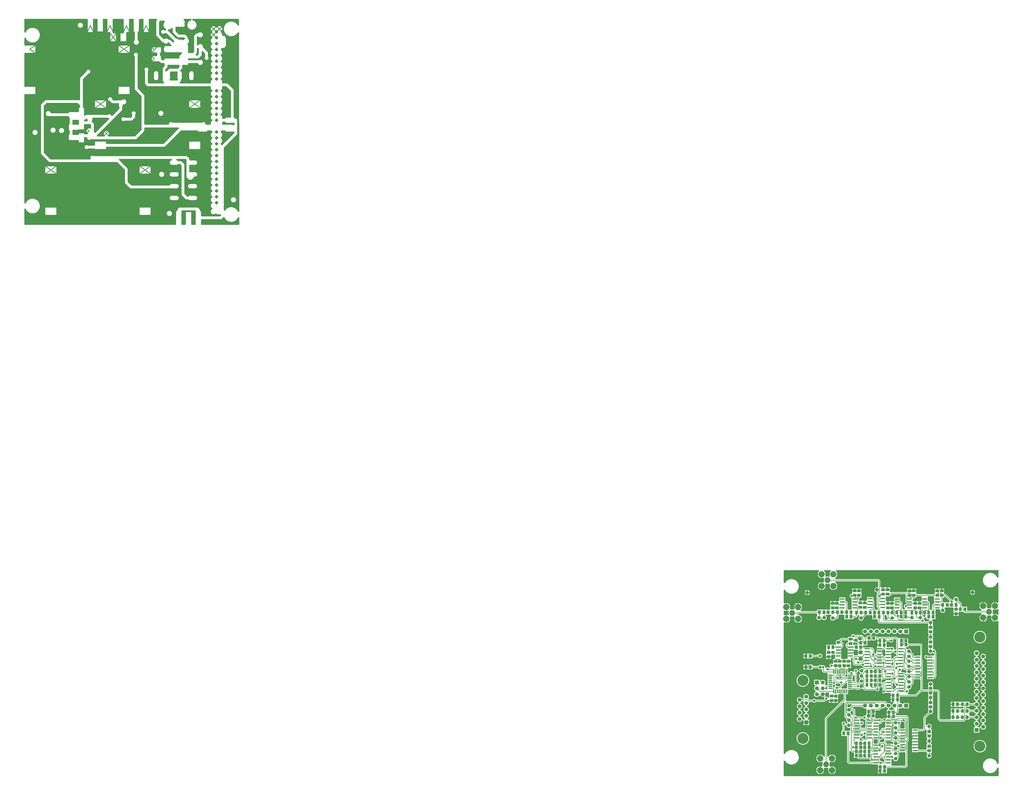
<source format=gbr>
G04 DipTrace 3.3.1.3*
G04 Top.gbr*
%MOIN*%
G04 #@! TF.FileFunction,Copper,L1,Top*
G04 #@! TF.Part,Single*
G04 #@! TA.AperFunction,Conductor*
%ADD12C,0.01*%
G04 #@! TA.AperFunction,CopperBalancing*
%ADD13C,0.025*%
%ADD14C,0.013*%
%ADD15R,0.059055X0.051181*%
%ADD16R,0.051181X0.059055*%
%ADD17R,0.070866X0.062992*%
G04 #@! TA.AperFunction,ComponentPad*
%ADD18C,0.106299*%
%ADD19C,0.098425*%
%ADD20R,0.066535X0.066535*%
%ADD21C,0.066535*%
%ADD22C,0.187402*%
%ADD23R,0.066929X0.066929*%
%ADD24C,0.066929*%
%ADD25C,0.06*%
%ADD26R,0.07874X0.023622*%
%ADD28R,0.019685X0.066929*%
%ADD29R,0.066929X0.019685*%
G04 #@! TA.AperFunction,ComponentPad*
%ADD30C,0.048*%
G04 #@! TA.AperFunction,ViaPad*
%ADD31C,0.04*%
%FSLAX26Y26*%
G04*
G70*
G90*
G75*
G01*
G04 Top*
%LPD*%
X2145262Y3382508D2*
D12*
X2094892D1*
Y3479548D1*
X1670163Y3488955D2*
Y3449071D1*
X1720585D1*
Y3433071D1*
Y3376258D1*
X1670212D1*
X3738967Y1527361D2*
X3663254D1*
X3662150Y1526258D1*
X3576266D1*
X3145213Y3488955D2*
X3209745D1*
X3316911Y3381788D1*
X2603098Y3488856D2*
X2551140D1*
Y3376258D1*
X2601512D1*
X1301461Y2520008D2*
X1226461D1*
X3145213Y3488955D2*
Y3392260D1*
X3129210Y3376258D1*
X3070262D1*
X3071847Y3488856D2*
Y3525548D1*
X3145213D1*
Y3488955D1*
X2670212D2*
X3071847Y3488856D1*
X2603098D2*
Y3449071D1*
X2670212D1*
Y3488955D1*
X2226462Y3507705D2*
X2281990D1*
X2299734Y3525449D1*
X2603098D1*
Y3488856D1*
X2151364Y3507607D2*
X2226462Y3507705D1*
X2094892Y3479548D2*
Y3487608D1*
X2114890Y3507607D1*
X2151364D1*
X1720585Y3433071D2*
X1738913Y3451399D1*
Y3488955D1*
X1614636Y3479548D2*
X1624043Y3488955D1*
X1670163D1*
X1226461Y2520008D2*
X1226462Y2607508D1*
X2388914Y3326258D2*
Y3332557D1*
X2370213Y3351258D1*
X2301462D1*
X1406728Y2188758D2*
Y2233225D1*
X1469718D1*
X1568557D1*
X2695312Y1151258D2*
X2745683D1*
Y1101258D1*
X2695312D1*
X2238913Y2482508D2*
X2155431D1*
X2139431Y2498508D1*
Y2555319D1*
X2038687D1*
Y2591508D1*
Y2629008D1*
X2054687Y2645008D1*
X2095212D1*
X839158Y2270008D2*
Y2457508D1*
X1469720Y2188758D2*
X1469718Y2233225D1*
X2069608Y1742764D2*
X1568557D1*
X2245212Y2057508D2*
X2147608D1*
X2131608Y2041508D1*
Y1788760D1*
X4051462Y3107508D2*
X3851462D1*
X1457613Y3326258D2*
X1413963D1*
X1388963Y3351258D1*
X1363913D1*
X1107712Y3645008D2*
X995212Y3532508D1*
X863962D1*
X1276461Y1702993D2*
X1345210D1*
Y1701260D1*
X1876462Y1970008D2*
Y2045008D1*
X2038687Y2591508D2*
X2022687Y2607508D1*
X1770212D1*
X1307712Y3645008D2*
X1498285D1*
X1514285Y3629008D1*
X1530285Y3645008D1*
X1982663D1*
X2045163Y3582508D1*
X1982712Y1445008D2*
X1982909Y1513759D1*
X1913764Y770008D2*
Y838758D1*
X2226462Y3582508D2*
X2151364Y3582410D1*
X1388962Y2507508D2*
X1438962D1*
X1488962Y2557508D1*
X1601561D1*
X707713Y3288758D2*
X507713D1*
X1307712Y3845008D2*
X1107712D1*
X1488962Y2370008D2*
Y2557508D1*
X1837415Y1070008D2*
X1707713D1*
X1568557Y2233225D2*
X1616415D1*
X1632415Y2249225D1*
Y2282508D1*
Y2352276D1*
X1616415Y2368276D1*
X1563962D1*
X1913961Y907508D2*
X1913960Y976259D1*
X3145213Y3563758D2*
X3583273D1*
X3608272Y3538759D1*
X3670212D1*
X3071847Y3563659D2*
Y3600350D1*
X3087848Y3616351D1*
X3129214D1*
X3145213Y3600352D1*
Y3563758D1*
X2670212D2*
X3071847Y3563659D1*
X2603098D2*
X2670212Y3563758D1*
X2312990Y3563658D2*
X2603098Y3563659D1*
X2770213Y3351258D2*
X2908033D1*
Y3326258D1*
X2857663D1*
X2695312Y3351356D2*
X2770213Y3351258D1*
X2232714Y3402949D2*
X2493346D1*
X2544939Y3351356D1*
X2695312D1*
X2232712Y3351258D2*
X2232714Y3402949D1*
X2301462Y3351258D2*
X2232712D1*
X839158Y2270008D2*
Y2202469D1*
X949592Y2092035D1*
Y1779044D1*
X965592Y1763044D1*
X1081997D1*
X1126461Y1807508D1*
X1226461Y2445205D2*
X1169931D1*
X1133344Y2408619D1*
X891750D1*
X875750Y2392619D1*
Y2270008D1*
X839158D1*
X1345212Y2370008D2*
X1242462D1*
X1226461Y2386010D1*
Y2445205D1*
X1413961Y2368276D2*
Y2406599D1*
X1345212D1*
Y2370008D1*
X1488962D2*
X1413961D1*
Y2368276D1*
X1563962D2*
Y2370008D1*
X1488962D1*
X1876462Y2195008D2*
X1839714D1*
X1823714Y2179008D1*
Y2177008D1*
X1807714Y2161008D1*
X1757411D1*
X1741411Y2177008D1*
Y2266508D1*
X1757411Y2282508D1*
X1876462D1*
X1282713Y520008D2*
X1082713D1*
X2103196Y576259D2*
X2035603D1*
X1979352Y520008D1*
X1282713D1*
X2101462Y507508D2*
Y576259D1*
X2103196D1*
X2695312Y901258D2*
X2644940D1*
X2628939Y885256D1*
Y482981D1*
X2612939Y466981D1*
X2110740D1*
X2101462Y476258D1*
Y507508D1*
X2695312Y951258D2*
X2745683D1*
Y901258D1*
X2695312D1*
Y1001258D2*
X2628947D1*
Y951258D1*
X2695312D1*
Y1051258D2*
X2745683D1*
Y1001258D1*
X2695312D1*
Y1101258D2*
X2644939D1*
Y1051258D1*
X2695312D1*
X3338962Y1638759D2*
Y1891818D1*
X3354965Y1907821D1*
X3850778D1*
X3338962Y1526258D2*
Y1638759D1*
X3339159Y1420008D2*
X3338962Y1526258D1*
X2951561Y2188758D2*
X3001931D1*
Y2138758D1*
X2951561D1*
Y2238758D2*
X2901188D1*
X2885187Y2222756D1*
Y2204756D1*
X2901186Y2188758D1*
X2951561D1*
Y2288758D2*
X3001931D1*
Y2238758D1*
X2951561D1*
Y2338758D2*
X2885191D1*
Y2288758D1*
X2951561D1*
Y2388758D2*
X3001931D1*
Y2338758D1*
X2951561D1*
X2463962Y2651259D2*
X2500553D1*
Y2760536D1*
X2805333D1*
X2821333Y2744536D1*
Y2404760D1*
X2837335Y2388758D1*
X2951561D1*
X2463962Y2720008D2*
Y2651259D1*
X2095212Y2720008D2*
X1950750D1*
Y2804288D1*
X2447962D1*
X2463962Y2788288D1*
Y2720008D1*
X2095212Y2645008D2*
Y2720008D1*
X839158Y2457508D2*
X723714D1*
X707713Y2473510D1*
Y3088758D1*
X2251462Y1432508D2*
X2289431D1*
Y1386008D1*
X2391368D1*
X2406368Y1401008D1*
X2533085D1*
X2549085Y1385008D1*
Y1090071D1*
X2533085Y1074071D1*
X2436309D1*
X2405620Y1104760D1*
X2337431D1*
X2321431Y1120760D1*
Y1326819D1*
X2305431Y1342819D1*
X2179096D1*
X2106285Y1270008D1*
X2026462D1*
X2251462Y1501259D2*
Y1432508D1*
X2320212Y1720008D2*
Y1674012D1*
X2288644Y1642444D1*
Y1501259D1*
X2251462D1*
X2320212Y1788758D2*
Y1720008D1*
X2131608Y1788760D2*
X2320212Y1788758D1*
X3851462Y3107508D2*
X3782712Y3176259D1*
X3388913D1*
X1514285Y3629008D2*
X1579536Y3563758D1*
X1670163D1*
X1295163Y3351258D2*
Y3555064D1*
X1307712Y3567612D1*
Y3645008D1*
X1363913Y3351258D2*
Y3357508D1*
X1295163D1*
Y3351258D1*
X1345210Y1701260D2*
X1422222D1*
X1438224Y1717262D1*
Y1858049D1*
X1632415Y2282508D2*
X1725411D1*
X1741411Y2266508D1*
X1876462Y2120008D2*
Y2195008D1*
Y2045008D2*
Y2120008D1*
X1770212Y2517745D2*
X1710659D1*
X1704896Y2523508D1*
X1667931D1*
X1651931Y2507508D1*
X1601561D1*
X1770212Y2607508D2*
Y2517745D1*
X1838962Y3357508D2*
X1863962D1*
X1888962Y3332508D1*
X1932663D1*
X1763962Y3359241D2*
X1838962D1*
Y3357508D1*
X1738913Y3563758D2*
X1779443D1*
X1795443Y3547758D1*
Y3445772D1*
X1763962Y3414292D1*
Y3359241D1*
X1670163Y3563758D2*
X1738913D1*
X1982909Y1513759D2*
X2096758D1*
X2109258Y1501259D1*
X2251462D1*
X1913961Y907508D2*
X1945212D1*
X1950553Y902167D1*
Y861008D1*
X1966553Y845008D1*
X2026462D1*
X1913764Y838758D2*
X1913961Y907508D1*
X1601561Y2557508D2*
X1651931D1*
Y2539508D1*
X1667931Y2523508D1*
X1488962Y2557508D2*
X1388962D1*
X2151364Y3582410D2*
D3*
X1276461Y1702993D2*
D3*
X1913961Y976259D2*
X1913960D1*
X3738967Y1418661D2*
X3663376D1*
X3662028Y1420008D1*
X3576266D1*
X1932663Y3282508D2*
X1879687D1*
X1879490Y3282705D1*
X1838962D1*
X1363913Y3276455D2*
X1404443D1*
X1404640Y3276258D1*
X1457613D1*
X2301462Y3276455D2*
X2388914Y3276258D1*
X2403104Y3139481D2*
X2360305D1*
X2344305Y3155481D1*
Y3235536D1*
X2301462D1*
Y3276455D1*
X2695312Y3276553D2*
Y3235536D1*
X2494305D1*
Y3089260D1*
X2478305Y3073260D1*
X2419104D1*
X2403104Y3089260D1*
Y3139481D1*
X2770213Y3276455D2*
X2695312Y3276553D1*
X2853313Y3139481D2*
X2839403D1*
X2819403Y3159481D1*
Y3235536D1*
X2792185D1*
X2770213Y3257508D1*
Y3276455D1*
X1838962Y3282705D2*
X1765695D1*
X1763962Y3284438D1*
X2770213Y3276455D2*
X2836978D1*
X2837175Y3276258D1*
X2857663D1*
X2232712Y3276455D2*
X2301462D1*
X1363913D2*
D3*
X1295163D2*
D3*
X1763962Y3284438D2*
D3*
X2957713Y2945008D2*
Y3026258D1*
X2080881Y3195008D2*
Y3276390D1*
X2062892Y3294380D1*
Y3332508D1*
Y3511973D1*
X2086167Y3535249D1*
Y3729008D1*
X2070167Y3745008D1*
X1207712D1*
X2062892Y3332508D2*
X2145262D1*
X2082516Y3126259D2*
Y3195008D1*
X2080881D1*
X2957713Y3026258D2*
X2098519D1*
X2082516Y3042260D1*
Y3126259D1*
X2638962Y3107508D2*
Y3195008D1*
X2532516Y3126258D2*
X2569107D1*
X2587856Y3107508D1*
X2638962D1*
X2532516Y3195008D2*
Y3126258D1*
X2536140Y3304355D2*
Y3306258D1*
X2556140Y3326258D1*
X2601512D1*
X2382516Y3195008D2*
Y3235536D1*
X2457713D1*
Y3360256D1*
X2441712Y3376258D1*
X2388914D1*
X2457713Y3126258D2*
Y3195008D1*
Y3235536D1*
X1932516Y3195008D2*
Y3251536D1*
X1983033D1*
Y3382508D1*
X1932663D1*
X2007713Y3126259D2*
Y3195008D1*
X2006078D1*
Y3235536D1*
X1990078Y3251536D1*
X1983033D1*
X2857615Y3195008D2*
Y3235536D1*
X2908829D1*
X2924829Y3251536D1*
Y3360256D1*
X2908827Y3376258D1*
X2857663D1*
X2908829Y3235536D2*
X2924829D1*
Y3195008D1*
X2926462D1*
Y3126258D1*
X3163914Y3326258D2*
X3163913Y3232508D1*
X3070262Y3326258D2*
X3163914D1*
X2999632Y3195008D2*
Y3310256D1*
X3015633Y3326258D1*
X3070262D1*
X3001266Y3126258D2*
X2999632D1*
Y3195008D1*
X1294966Y3201258D2*
X1335695D1*
X1376414D1*
Y3117260D1*
X1360411Y3101258D1*
X1295163D1*
X3388913Y3420008D2*
X3463914Y3345007D1*
Y3251258D1*
X3388814Y3326258D2*
X3388913Y3420008D1*
Y3251062D2*
X3388814Y3326258D1*
X1062180Y3107508D2*
Y3148508D1*
X1070163Y3156491D1*
Y3201258D1*
X714061D1*
X701561Y3188758D1*
X607713D1*
X1220163Y3201258D2*
X1144966D1*
X1149680D1*
Y3107508D1*
X2307713Y3195008D2*
X2269108D1*
X2232516D1*
Y3117260D1*
X2248519Y3101258D1*
X2307712D1*
X2713766Y3195008D2*
Y3123512D1*
X2729770Y3107508D1*
X2782713D1*
X2782812Y3195008D1*
X3238717Y3326258D2*
X3275309D1*
X3314011D1*
X1776266Y3195008D2*
X1857713D1*
Y3170009D1*
X1817462Y3129758D1*
Y3131258D1*
X1787462Y3101258D1*
X1776462D1*
X1701462Y3195008D2*
X1720582D1*
Y3313389D1*
X1707713Y3326258D1*
X1670212D1*
X1607466Y3126258D2*
X1685462D1*
X1701462Y3142258D1*
Y3195008D1*
X1607466Y3201258D2*
Y3126258D1*
X1532663D2*
Y3201258D1*
X1487809D1*
X1451217D1*
X1532663D2*
Y3360256D1*
X1516662Y3376258D1*
X1457613D1*
X1782713Y2207508D2*
X1823713Y2248508D1*
X1967616D1*
X1983616Y2264508D1*
Y2316508D1*
X1999616Y2332508D1*
X2089061D1*
X2095015Y2195008D2*
Y2235536D1*
X2012588D1*
X1983616Y2264508D1*
X1689210Y2207508D2*
Y2023658D1*
X1673208Y2007655D1*
X1587830D1*
X2555183Y1857508D2*
X2457810D1*
X2095015Y2195008D2*
D3*
X1695407Y976259D2*
X1657340D1*
Y1142819D1*
X1758085D1*
Y1176819D1*
Y1192819D1*
X1659210D1*
X1643210Y1208819D1*
Y1226819D1*
X1659210Y1242819D1*
X1758085D1*
Y1292819D1*
X1657340D1*
Y1370008D1*
Y1545008D1*
X1570210D1*
X1707713Y1370008D2*
X1657340D1*
X1758085Y1176819D2*
X1774085Y1192819D1*
X1970683D1*
Y1220008D1*
X2026462D1*
X1570210Y1545008D2*
X1638960Y1613758D1*
X1844178D1*
X1611210Y2169485D2*
X1632297Y2148398D1*
Y2133640D1*
X1587830D1*
X1782713Y2120008D2*
X1823714Y2079007D1*
Y2002016D1*
X1807714Y1986016D1*
X1823714Y1970016D1*
Y1909008D1*
X1839714Y1893008D1*
X2056805D1*
X2162608Y1855508D2*
Y1991508D1*
X2178608Y2007508D1*
X2245212D1*
X1725710Y2350012D2*
X1800648D1*
X1816648Y2366012D1*
Y2382508D1*
X1876462D1*
X1807714Y1986016D2*
X1681136D1*
X1671279Y1976159D1*
X1587830D1*
X2056805Y1893008D2*
Y2100351D1*
X2076462Y2120008D1*
X2095015D1*
X2044178Y1613758D2*
X1999710Y1658225D1*
X1545210D1*
X1529210Y1642225D1*
Y1498508D1*
X1570210Y1457508D1*
X1642210Y907508D2*
X1695407D1*
X2107833Y1070008D2*
X2239061D1*
X1570210Y1457508D2*
X1627210Y1400508D1*
Y1286008D1*
X1643210Y1270008D1*
X1707713D1*
X1527376Y2126969D2*
X1532712Y2132305D1*
Y2188758D1*
X1587830Y1944663D2*
X1726710Y1944666D1*
X1811088Y2313508D2*
X1667931D1*
X1651931Y2329508D1*
Y2434004D1*
X1667931Y2450004D1*
X1800648D1*
X1816648Y2466004D1*
Y2482508D1*
X1876462D1*
X2372585Y2251508D2*
Y2262508D1*
X2392585Y2282508D1*
X2451511D1*
X2095015Y2045008D2*
D3*
X2026462Y795008D2*
X1966356D1*
X1950356Y779008D1*
Y731402D1*
X1944962Y726008D1*
X1739213D1*
X1731998Y733224D1*
Y833222D1*
X1726461Y838759D1*
X1695407D1*
X1440588Y2007150D2*
X1363588D1*
X1347588Y2023150D1*
Y2110969D1*
X1363588Y2126969D1*
X1480372D1*
X1496372Y2142969D1*
Y2188758D1*
X1501216D1*
X1695407Y838759D2*
X1627210D1*
X1611210Y854759D1*
Y1154008D1*
X1627210Y1170008D1*
X1611210Y1186008D1*
Y1329008D1*
X1570210Y1370008D1*
X1513210Y1427008D1*
Y1658225D1*
X1529210Y1674225D1*
X2183710D1*
X2244178Y1613758D1*
X1627210Y1170008D2*
X1707713D1*
X1782713Y1945010D2*
X1741712Y1904008D1*
X1701915D1*
X1692756Y1913167D1*
X1587830D1*
X2238913Y2432508D2*
X2162242D1*
X2139431Y2455319D1*
X2041270D1*
X2017077Y2479512D1*
X1982179D1*
Y2566508D1*
X1966179Y2582508D1*
X1876462D1*
X2095015Y1970008D2*
D3*
X3013714Y2538756D2*
X3033931Y2518540D1*
Y2104760D1*
X3017928Y2088758D1*
X2951561D1*
X2957713Y2538758D2*
Y2620205D1*
X2020212Y2195008D2*
X1951266D1*
X2020212Y2120008D2*
X1951266D1*
X2020212Y2045008D2*
X1951266D1*
X1276461Y1777796D2*
X1336462D1*
X1345210Y1776064D1*
X1186927Y1733993D2*
X1151132Y1698197D1*
X980588D1*
X2288644Y2720008D2*
X2170015D1*
X1273683Y2295205D2*
X1345212D1*
X1908106Y1513759D2*
Y1445008D1*
X1888644D1*
X1837943Y1411008D2*
X1688340D1*
X1345210Y1776064D2*
Y1840022D1*
X1343735Y1841497D1*
Y1858049D1*
X980588Y1698197D2*
X897486D1*
X881482Y1714201D1*
X733401D1*
X2170015Y2645008D2*
Y2598508D1*
X2154015Y2582508D1*
X2089061D1*
X2170015Y2720008D2*
Y2645008D1*
X1375231Y2188758D2*
Y2142969D1*
X1438224D1*
Y2188758D1*
X1345212Y2295205D2*
Y2249225D1*
X1359230D1*
X1375231Y2233224D1*
Y2188758D1*
X1907909Y1445008D2*
Y1392819D1*
X1868943D1*
Y1370008D1*
X1920312D1*
X1488962Y2295205D2*
Y2249225D1*
X1413961D1*
Y2293473D1*
X1563962D2*
Y2295205D1*
X1488962D1*
X1413961Y2293473D2*
D3*
X1276461Y1777796D2*
D3*
X1378588Y2085508D2*
X1399128Y2064969D1*
X1452746D1*
X1458424Y2070648D1*
X1587830D1*
X1424588Y2095969D2*
X1587830D1*
Y2102144D1*
X1205899Y2233225D2*
X1343735D1*
Y2188758D1*
X1082712Y2460008D2*
X1016962D1*
X1014462Y2457508D1*
X913961D1*
X1082712Y2270008D2*
X913961D1*
X1132714D2*
Y2204760D1*
X1148717Y2188758D1*
X1312239D1*
X1316588Y1951973D2*
Y1913167D1*
X1257121D1*
X1026461Y1907508D2*
X1075920Y1858049D1*
X1312239D1*
X1185927Y1907508D2*
Y1944663D1*
X1257121D1*
X1362588Y1917516D2*
X1410770D1*
X1532405Y2039151D1*
X1587830D1*
X2238913Y2332508D2*
X2186431D1*
Y2389319D1*
X2170431Y2405319D1*
X2013175D1*
Y2448508D1*
X1942833D1*
X1926833Y2464508D1*
Y2532508D1*
X1876462D1*
Y2432508D2*
X1929029D1*
X2006218Y2355319D1*
X2143431D1*
X2155431Y2343319D1*
Y2309701D1*
X2163608Y2301524D1*
Y2275697D1*
X2179608Y2259697D1*
X2320285D1*
X2336285Y2275697D1*
Y2366508D1*
X2352285Y2382508D1*
X2451511D1*
X1941833Y2282508D2*
Y2332508D1*
X1876462D1*
X2019620Y2282508D2*
X2042431Y2259697D1*
X2115608D1*
X2131608Y2243697D1*
Y2096319D1*
X2147608Y2080319D1*
X2295585D1*
Y1907508D1*
X2245212D1*
X2089061Y2282508D2*
X2147608D1*
Y2242319D1*
X2163608Y2226319D1*
X2325585D1*
X2341585Y2210319D1*
Y2138508D1*
X2311585Y2108508D1*
Y2044512D1*
X2382588Y1973508D1*
X2387588Y1968508D1*
X2457810D1*
Y1957508D1*
X2588962Y2538758D2*
X2645962Y2481758D1*
Y2454760D1*
X2661965Y2438758D1*
X2738962D1*
X2360179Y2532508D2*
X2238913D1*
X2588962Y2451258D2*
X2651462Y2388758D1*
X2738962D1*
X2304285Y2582508D2*
X2238913D1*
X1182713Y620008D2*
Y1400741D1*
X1501216Y1719243D1*
Y1858049D1*
X1770210Y770008D2*
X1838961D1*
X1770210Y838759D2*
X1838961Y838758D1*
X1770210Y907508D2*
X1839158D1*
X1770210Y976259D2*
X1839158D1*
X3951462Y3207508D2*
X3538717D1*
Y3251258D1*
X2020212Y1970008D2*
Y1924008D1*
X1951266D1*
Y1970008D1*
X2538766Y2720008D2*
Y2651259D1*
X2457810Y2057508D2*
X2508183D1*
X2524183Y2041508D1*
Y1896319D1*
X2508183Y1880319D1*
X2411015D1*
X2395015Y1864319D1*
Y1788758D1*
Y1720008D1*
X2177999Y576259D2*
X2533085D1*
X2549085Y592259D1*
Y1008071D1*
X2533085Y1024071D1*
X2408368D1*
X2401557Y1017260D1*
X2305431D1*
X2289431Y1033260D1*
Y1270008D1*
X2239061D1*
X2538766Y2651259D2*
X2789333D1*
X2805333Y2635259D1*
Y2277571D1*
X2789333Y2261571D1*
X2642746D1*
X2617183Y2236008D1*
X2517884D1*
X2501884Y2252008D1*
Y2482508D1*
X2451511D1*
X2289431Y1033260D2*
X2200833D1*
X2184833Y1017260D1*
Y845008D1*
X2239061D1*
X2176266Y507508D2*
X2177999D1*
Y576259D1*
X2395015Y1788758D2*
X2708794D1*
X2805333Y1885296D1*
X2821333Y1869296D1*
X3079455D1*
X3095455Y1853296D1*
Y1390394D1*
X3122090Y1363758D1*
X3520212D1*
X3538057Y1381603D1*
Y1612853D1*
X3563963Y1638759D1*
X3576266D1*
X3661348D1*
X3664045Y1636062D1*
X3738967D1*
X2789333Y2261571D2*
X2805333Y2245571D1*
Y1885296D1*
X2326266Y1432508D2*
X2549085D1*
X2565085Y1416508D1*
Y1024071D1*
X2549085Y1008071D1*
X2326266Y1501259D2*
Y1432508D1*
X2395015Y1720008D2*
Y1517260D1*
X2379014Y1501259D1*
X2326266D1*
X1316588Y1997973D2*
Y2133640D1*
X1257121D1*
X1773085Y1039008D2*
X1852415D1*
X1868415Y1055008D1*
Y1120008D1*
X1920312D1*
X2107833Y645008D2*
X2239061D1*
X1695407Y770008D2*
X1695406D1*
X2738962Y2338758D2*
X2661213D1*
X2629962Y2370008D1*
X2588962D1*
X2533884Y2425087D1*
Y2566508D1*
X2517884Y2582508D1*
X2451511D1*
X2738962Y2288758D2*
X2636212D1*
X2629962Y2282508D1*
X2588962D1*
X2517884Y2353587D1*
Y2516508D1*
X2501884Y2532508D1*
X2451511D1*
X2588962Y2195008D2*
X2629962D1*
X2645962Y2211008D1*
Y2222756D1*
X2661964Y2238758D1*
X2738962D1*
X2187431Y2195319D2*
Y2107508D1*
X2245212D1*
X2588962D2*
X2659930D1*
X2663990Y2111569D1*
X2789333D1*
Y2188758D1*
X2738962D1*
X2310585Y2157508D2*
X2245212D1*
X2457810D2*
X2515183D1*
X2540183Y2132508D1*
X2556183Y2148508D1*
X2645141D1*
X2654892Y2138758D1*
X2738962D1*
X2540183Y2132508D2*
Y2068788D1*
X2588962Y2020008D1*
Y1932508D2*
X2647558Y1991104D1*
Y2072756D1*
X2663560Y2088758D1*
X2738962D1*
X2342585Y2076508D2*
X2373585Y2107508D1*
X2457810D1*
X1790085Y1320008D2*
X1707713D1*
X1836085Y1142819D2*
X1970683D1*
Y1120008D1*
X2026462D1*
X2144178Y1613758D2*
X2084708Y1554288D1*
X1944699D1*
Y1408819D1*
X1960699Y1392819D1*
X1970683D1*
Y1342819D1*
X1867085D1*
Y1236008D1*
X1851085Y1220008D1*
X1707713D1*
X2239061Y1170008D2*
X2157691Y1170012D1*
X1789085Y1120008D2*
X1707713D1*
X1961088Y695008D2*
X2026462D1*
X2304431Y745008D2*
X2239061D1*
X2091833Y857756D2*
X2081770Y867819D1*
X1986683D1*
X1970683Y883819D1*
Y1063288D1*
X1963962Y1070008D1*
X1920312D1*
X2173687Y1373819D2*
X2138833D1*
X2122833Y1357819D1*
Y1336008D1*
X2106833Y1320008D1*
X2026462D1*
X2420962Y1326256D2*
Y1201258D1*
X2482713D1*
X2363961Y1238758D2*
X2404962Y1197756D1*
Y1167260D1*
X2420965Y1151258D1*
X2482713D1*
X2091833Y1370008D2*
X2026462D1*
X2239061D2*
X2499490D1*
X2533085Y1336414D1*
Y1101258D1*
X2482713D1*
Y1051258D2*
X2417462D1*
X2404962Y1063758D1*
X2363961D1*
X2321431D1*
X2305431Y1079758D1*
Y1304008D1*
X2289431Y1320008D1*
X2239061D1*
X2137833Y929760D2*
X2103081Y895008D1*
X2026462D1*
X2363961Y976258D2*
X2404962D1*
X2429962Y1001258D1*
X2482713D1*
X2363961Y888758D2*
X2404962D1*
X2419649Y874071D1*
X2533085D1*
Y951258D1*
X2482713D1*
X2091833Y945008D2*
X2026462D1*
X2482713Y901258D2*
Y928359D1*
X2404962D1*
X2403564Y929758D1*
X2313056D1*
X2297805Y945008D1*
X2239061D1*
X2363961Y713758D2*
X2404962Y754759D1*
Y831756D1*
X2388962Y847756D1*
X2321431D1*
X2305431Y863756D1*
Y879008D1*
X2289431Y895008D1*
X2239061D1*
X2404962Y831756D2*
X2424464Y851258D1*
X2482713D1*
X1988961Y2763758D2*
X2375178D1*
X2391179Y2747756D1*
Y2432508D1*
X2355285D1*
X2305285Y2382508D1*
Y2324319D1*
Y2382508D2*
X2238913D1*
X2391179Y2432508D2*
X2451511D1*
X2245212Y1957508D2*
X2193608D1*
Y1857508D1*
X2245212D1*
X2305285Y2324319D2*
Y2282508D1*
X2238913D1*
X2457810Y2007508D2*
X2407439D1*
Y2080319D1*
X2508183D1*
Y2130319D1*
X2403585D1*
Y2195008D1*
X2434585Y2226008D1*
X2457810Y1907508D2*
X2508183D1*
Y2007508D1*
X2457810D1*
X2245212Y1857508D2*
X2326592D1*
X2376592Y1907508D1*
X2457810D1*
X2385140Y2324319D2*
X2386518Y2325697D1*
X2451511D1*
Y2332508D1*
X1601561Y2607508D2*
X1551187D1*
X1535187Y2623508D1*
Y2654008D1*
X1551187Y2670008D1*
X1601462D1*
X1695409Y2607508D2*
X1651931D1*
X1601561D1*
X2957713Y1907508D2*
X2957712Y1982508D1*
X2951561Y2438758D2*
X2884313Y2438756D1*
X1770212Y2682508D2*
X1732713D1*
X1688962Y2726259D1*
Y2407508D2*
X1770212D1*
X1388962Y2607508D2*
X1301266D1*
X1388962Y2688758D2*
X1439333D1*
X1455333Y2672758D1*
Y2623508D1*
X1439333Y2607508D1*
X1388962D1*
X1601462Y2744812D2*
X1445016D1*
X1388962Y2688758D1*
X1688962Y2726259D2*
X1641990D1*
Y2744812D1*
X1601462D1*
X1557712Y1145008D2*
Y661011D1*
X1573714Y645008D1*
X2026462D1*
X2076833D1*
Y745008D1*
X2168833Y837008D1*
Y960008D1*
X2152833Y976008D1*
X2092833D1*
X2076833Y992008D1*
Y1070008D1*
Y1104008D1*
X2092833Y1120008D1*
Y1154008D1*
X2076833Y1170008D1*
X2026462D1*
X2239061Y1120008D2*
X2142691D1*
X2126691Y1136008D1*
Y1204008D1*
X2142691Y1220008D1*
X2239061D1*
Y795008D2*
X2289431D1*
Y813291D1*
X2284902Y817819D1*
X2199273D1*
X2188687Y807233D1*
Y761008D1*
X2172687Y745008D1*
Y711008D1*
X2188687Y695008D1*
X2239061D1*
X2172687Y745008D2*
X2026462D1*
X2092833Y1120008D2*
X2110691D1*
X2126691Y1136008D1*
X2076833Y1070008D2*
X2026462D1*
X1642210Y2796406D2*
X1790805D1*
X1806805Y2780406D1*
Y2682508D1*
X1845015D1*
X1482909Y1145008D2*
X1482911Y1313508D1*
X1845015Y2682508D2*
Y2747756D1*
X1861016Y2763758D1*
X1914158D1*
X2957713Y2695008D2*
Y2782508D1*
Y2870205D1*
Y1595205D2*
Y1513758D1*
X2854658Y1410703D1*
Y1217260D1*
X2838655Y1201258D1*
X2695312D1*
X2822313Y3057260D2*
X2173714D1*
X2157713Y3073262D1*
Y3195008D1*
X2932713Y1263759D2*
Y1176258D1*
Y851455D2*
X2891817D1*
X2891620Y851258D1*
X2695312D1*
X2932712Y763759D2*
X2932713Y851455D1*
X2957713Y1670008D2*
Y1751258D1*
Y1832705D1*
X2932713Y926258D2*
Y1013759D1*
Y1101455D1*
X3501462Y1420008D2*
X3450553D1*
X3413962D1*
X3501462Y1526258D2*
X3450360D1*
X3413766D1*
X3501462Y1638759D2*
X3450360D1*
X3413766D1*
D31*
X2094892Y3479548D3*
X1614636D3*
X3316911Y3381788D3*
X1568557Y2233225D3*
Y1742764D3*
X2069608D3*
X2103196Y576259D3*
X1276461Y1702993D3*
X2312990Y3563658D3*
X1837415Y1070008D3*
X2131608Y1788760D3*
X2232714Y3402949D3*
X2151364Y3582410D3*
X1913960Y976259D3*
X2853313Y3139481D3*
X1295163Y3276455D3*
X2403104Y3139481D3*
X1763962Y3284438D3*
X1363913Y3276455D3*
X1378588Y2085508D3*
X2536140Y3304355D3*
X2884313Y2438756D3*
X1689210Y2207508D3*
X2555183Y1857508D3*
X2095015Y2195008D3*
X1611210Y2169485D3*
X2162608Y1855508D3*
X2056805Y1893008D3*
X1725710Y2350012D3*
X1642210Y907508D3*
X1527376Y2126969D3*
X2107833Y1070008D3*
X2095015Y2045008D3*
X1726710Y1944666D3*
X1811088Y2313508D3*
X2372585Y2251508D3*
X1440588Y2007150D3*
X2095015Y1970008D3*
X1982179Y2479512D3*
X3013714Y2538756D3*
X1424588Y2095969D3*
X1205899Y2233225D3*
X1132714Y2270008D3*
X1316588Y1951973D3*
X1185927Y1907508D3*
X1362588Y1917516D3*
X1316588Y1997973D3*
X1773085Y1039008D3*
X1695406Y770008D3*
X2107833Y645008D3*
X2013175Y2405319D3*
X2155431Y2343319D3*
X1941833Y2282508D3*
X2019620D3*
X2382588Y1973508D3*
X2360179Y2532508D3*
X2304285Y2582508D3*
X2822313Y3057260D3*
X2187431Y2195319D3*
X2310585Y2157508D3*
X2342585Y2076508D3*
X1790085Y1320008D3*
X1836085Y1142819D3*
X2157691Y1170012D3*
X1789085Y1120008D3*
X1961088Y695008D3*
X2091833Y857756D3*
X2304431Y745008D3*
X2173687Y1373819D3*
X2420962Y1326256D3*
X2091833Y1370008D3*
X2499490D3*
X2137833Y929760D3*
X2091833Y945008D3*
X2404962Y928359D3*
X2434585Y2226008D3*
X2305285Y2324319D3*
X2385140D3*
X1688962Y2407508D3*
X1482911Y1313508D3*
X1642210Y2796406D3*
X980588Y1698197D3*
X1186927Y1733993D3*
X1276461Y1777796D3*
X1688340Y1411008D3*
X1837943D3*
X1888644Y1445008D3*
X1273683Y2295205D3*
X2288644Y2720008D3*
X1413961Y2293473D3*
X-12414769Y13232639D2*
D13*
X-11370121D1*
X-11249108D2*
X-11202793D1*
X-11081780D2*
X-11035465D1*
X-10914452D2*
X-10757614D1*
X-10636600D2*
X-10590286D1*
X-10469309D2*
X-10422958D1*
X-10301980D2*
X-10205931D1*
X-9691986D2*
X-9651735D1*
X-9517301D2*
X-8960785D1*
X-8873790D2*
X-8800957D1*
X-12414769Y13207770D2*
X-11517713D1*
X-11441841D2*
X-11370121D1*
X-11249108D2*
X-11202793D1*
X-11081780D2*
X-11035465D1*
X-10914452D2*
X-10757614D1*
X-10636600D2*
X-10590286D1*
X-10469309D2*
X-10422958D1*
X-10301980D2*
X-10206289D1*
X-10128301D2*
X-10074845D1*
X-9690370D2*
X-9669354D1*
X-9499681D2*
X-9006969D1*
X-8827606D2*
X-8800921D1*
X-12414769Y13182901D2*
X-11535440D1*
X-11424114D2*
X-11370121D1*
X-11249108D2*
X-11202793D1*
X-11081780D2*
X-11035465D1*
X-10914452D2*
X-10757614D1*
X-10636600D2*
X-10590286D1*
X-10469309D2*
X-10422958D1*
X-10301980D2*
X-10206289D1*
X-10128301D2*
X-10082705D1*
X-9691806D2*
X-9677177D1*
X-9491860D2*
X-9030580D1*
X-12414769Y13158033D2*
X-11538490D1*
X-11421064D2*
X-11370121D1*
X-11249108D2*
X-11202793D1*
X-11081780D2*
X-11035465D1*
X-10914452D2*
X-10757614D1*
X-10636600D2*
X-10590286D1*
X-10469309D2*
X-10422958D1*
X-10301980D2*
X-10206289D1*
X-10128301D2*
X-10083351D1*
X-9690478D2*
X-9677823D1*
X-9491213D2*
X-9239102D1*
X-9195491D2*
X-9139093D1*
X-9095482D2*
X-9045148D1*
X-12414769Y13133164D2*
X-11529770D1*
X-11429785D2*
X-11370121D1*
X-11249108D2*
X-11202793D1*
X-11081780D2*
X-11035465D1*
X-10914452D2*
X-10757614D1*
X-10636600D2*
X-10590286D1*
X-10469309D2*
X-10422958D1*
X-10301980D2*
X-10206289D1*
X-10128301D2*
X-10076927D1*
X-9705406D2*
X-9671436D1*
X-9497601D2*
X-9270574D1*
X-9064012D2*
X-9053654D1*
X-12414769Y13108295D2*
X-12372941D1*
X-12211629D2*
X-11493060D1*
X-11466530D2*
X-11370121D1*
X-11249108D2*
X-11202793D1*
X-11081780D2*
X-11035465D1*
X-10914452D2*
X-10757614D1*
X-10636600D2*
X-10590286D1*
X-10469309D2*
X-10422958D1*
X-10301980D2*
X-10206289D1*
X-10128301D2*
X-10061568D1*
X-9847041D2*
X-9656078D1*
X-9512959D2*
X-9279330D1*
X-12414769Y13083426D2*
X-12400248D1*
X-12184322D2*
X-11370121D1*
X-11249108D2*
X-11202793D1*
X-11081780D2*
X-11035465D1*
X-10914452D2*
X-10757614D1*
X-10636600D2*
X-10590286D1*
X-10469309D2*
X-10422958D1*
X-10301980D2*
X-10206289D1*
X-10128301D2*
X-10109617D1*
X-9953294D2*
X-9925029D1*
X-9847041D2*
X-9621269D1*
X-9547767D2*
X-9277033D1*
X-12167707Y13058558D2*
X-11370121D1*
X-11249108D2*
X-11202793D1*
X-11081780D2*
X-11035465D1*
X-10914452D2*
X-10757614D1*
X-10636600D2*
X-10590286D1*
X-10469309D2*
X-10422958D1*
X-10301980D2*
X-10206289D1*
X-9957958D2*
X-9925029D1*
X-9839218D2*
X-9261890D1*
X-9172705D2*
X-9161881D1*
X-9072696D2*
X-9050639D1*
X-12157696Y13033689D2*
X-10986197D1*
X-10857324D2*
X-10812983D1*
X-10684112D2*
X-10568791D1*
X-10490803D2*
X-10206289D1*
X-10128301D2*
X-10119091D1*
X-9933091D2*
X-9920543D1*
X-9814351D2*
X-9517780D1*
X-9393537D2*
X-9270214D1*
X-9064335D2*
X-9039694D1*
X-12152851Y13008820D2*
X-10986197D1*
X-10857324D2*
X-10812983D1*
X-10684112D2*
X-10568791D1*
X-10490803D2*
X-10206289D1*
X-10126974D2*
X-10095049D1*
X-10052047D2*
X-10016462D1*
X-9908223D2*
X-9897722D1*
X-9683230D2*
X-9545088D1*
X-9383811D2*
X-9279257D1*
X-9055291D2*
X-9021752D1*
X-8812823D2*
X-8800604D1*
X-12152600Y12983951D2*
X-10986197D1*
X-10857324D2*
X-10812983D1*
X-10684112D2*
X-10568791D1*
X-10490803D2*
X-10204567D1*
X-10102105D2*
X-9991595D1*
X-9883356D2*
X-9872853D1*
X-9658362D2*
X-9561702D1*
X-9386000D2*
X-9277211D1*
X-9012984D2*
X-8991753D1*
X-8842822D2*
X-8800526D1*
X-12156941Y12959083D2*
X-10986197D1*
X-10857324D2*
X-10812983D1*
X-10684112D2*
X-10568791D1*
X-10490803D2*
X-10185477D1*
X-10077238D2*
X-9966727D1*
X-9858488D2*
X-9847950D1*
X-9641639D2*
X-9562528D1*
X-9402184D2*
X-9262428D1*
X-9172167D2*
X-9162419D1*
X-9000210D2*
X-8800491D1*
X-12166307Y12934214D2*
X-10986197D1*
X-10857324D2*
X-10812983D1*
X-10684112D2*
X-10568791D1*
X-10490803D2*
X-10160609D1*
X-9980351D2*
X-9941858D1*
X-9805344D2*
X-9722965D1*
X-9636616D2*
X-9562528D1*
X-9484538D2*
X-9269891D1*
X-8990844D2*
X-8800419D1*
X-12414769Y12909345D2*
X-12402526D1*
X-12182060D2*
X-10986197D1*
X-10857324D2*
X-10812983D1*
X-10684112D2*
X-10578085D1*
X-10481473D2*
X-10135742D1*
X-9927494D2*
X-9916991D1*
X-9622621D2*
X-9562528D1*
X-9484538D2*
X-9279222D1*
X-8990772D2*
X-8800383D1*
X-12414769Y12884476D2*
X-12376781D1*
X-12207790D2*
X-10986197D1*
X-10857324D2*
X-10812983D1*
X-10684112D2*
X-10588169D1*
X-10471390D2*
X-10110873D1*
X-9621795D2*
X-9562528D1*
X-9484538D2*
X-9277356D1*
X-8990772D2*
X-8800347D1*
X-12414769Y12859607D2*
X-12319474D1*
X-12265097D2*
X-10586267D1*
X-10473291D2*
X-10078685D1*
X-9633243D2*
X-9562528D1*
X-9484538D2*
X-9262931D1*
X-9171664D2*
X-9162894D1*
X-8990772D2*
X-8800311D1*
X-12414769Y12834739D2*
X-10570622D1*
X-10488973D2*
X-9961129D1*
X-9640778D2*
X-9562528D1*
X-9394290D2*
X-9269533D1*
X-8990772D2*
X-8800276D1*
X-12227024Y12809870D2*
X-10845028D1*
X-10627020D2*
X-10064332D1*
X-9632740D2*
X-9562528D1*
X-9383956D2*
X-9279114D1*
X-8992207D2*
X-8800204D1*
X-12227024Y12785001D2*
X-10845028D1*
X-10627020D2*
X-10278130D1*
X-10094139D2*
X-10069786D1*
X-9632740D2*
X-9562528D1*
X-9371898D2*
X-9277499D1*
X-9010688D2*
X-8800168D1*
X-12227024Y12760132D2*
X-10845028D1*
X-10627020D2*
X-10278130D1*
X-10094139D2*
X-10078721D1*
X-9632740D2*
X-9562528D1*
X-9347030D2*
X-9263432D1*
X-9171162D2*
X-9163461D1*
X-9071152D2*
X-8800131D1*
X-12227024Y12735264D2*
X-10845028D1*
X-10627020D2*
X-10278130D1*
X-10094139D2*
X-10073123D1*
X-9632740D2*
X-9562528D1*
X-9322163D2*
X-9269173D1*
X-9065411D2*
X-8800096D1*
X-12227024Y12710395D2*
X-10845028D1*
X-10627020D2*
X-10278130D1*
X-10094139D2*
X-10064332D1*
X-9632740D2*
X-9568520D1*
X-9300453D2*
X-9279042D1*
X-9055508D2*
X-8800024D1*
X-12227024Y12685526D2*
X-10845028D1*
X-10627020D2*
X-10579629D1*
X-10492454D2*
X-10187738D1*
X-10109749D2*
X-9774638D1*
X-9403297D2*
X-9380665D1*
X-9297043D2*
X-9277643D1*
X-9056907D2*
X-8799988D1*
X-12414769Y12660657D2*
X-10584940D1*
X-10487143D2*
X-10187738D1*
X-10109749D2*
X-9799507D1*
X-9403404D2*
X-9375032D1*
X-9297043D2*
X-9263899D1*
X-9070651D2*
X-8799953D1*
X-12414769Y12635789D2*
X-10575681D1*
X-10490803D2*
X-10278130D1*
X-10094139D2*
X-9812389D1*
X-9416143D2*
X-9375463D1*
X-9296613D2*
X-9268815D1*
X-9065770D2*
X-8799916D1*
X-12414769Y12610920D2*
X-10568791D1*
X-10490803D2*
X-10278130D1*
X-10094139D2*
X-9812532D1*
X-9441011D2*
X-9384900D1*
X-9287176D2*
X-9278966D1*
X-9055616D2*
X-8799845D1*
X-12414769Y12586051D2*
X-10568791D1*
X-10490803D2*
X-10278130D1*
X-10085671D2*
X-10064332D1*
X-9632740D2*
X-9462841D1*
X-9421742D2*
X-9379805D1*
X-9292272D2*
X-9277786D1*
X-9056799D2*
X-8799809D1*
X-12414769Y12561182D2*
X-10568791D1*
X-10490803D2*
X-10278130D1*
X-9391096D2*
X-9342557D1*
X-9329511D2*
X-9264402D1*
X-9070184D2*
X-8799773D1*
X-12414769Y12536314D2*
X-10568791D1*
X-10490803D2*
X-10144173D1*
X-9383417D2*
X-9268420D1*
X-9066129D2*
X-8799736D1*
X-12414769Y12511445D2*
X-10568791D1*
X-10490803D2*
X-10115718D1*
X-9387365D2*
X-9278862D1*
X-9055686D2*
X-8799665D1*
X-12414769Y12486576D2*
X-10568791D1*
X-10490803D2*
X-10064332D1*
X-9632740D2*
X-9477697D1*
X-9406886D2*
X-9277929D1*
X-9056656D2*
X-8799629D1*
X-12414769Y12461707D2*
X-10568791D1*
X-10490803D2*
X-10075778D1*
X-9984549D2*
X-9812532D1*
X-9734543D2*
X-9264868D1*
X-9069718D2*
X-8799593D1*
X-12414769Y12436838D2*
X-10568791D1*
X-10490803D2*
X-10398270D1*
X-10314324D2*
X-10095336D1*
X-9992694D2*
X-9971679D1*
X-9734580D2*
X-9268062D1*
X-9066524D2*
X-8799558D1*
X-12414769Y12411970D2*
X-11374571D1*
X-11310003D2*
X-10568791D1*
X-10490803D2*
X-10405303D1*
X-10307291D2*
X-10097273D1*
X-10017311D2*
X-10004441D1*
X-9746206D2*
X-9278791D1*
X-9055794D2*
X-8799486D1*
X-12414769Y12387101D2*
X-11390001D1*
X-11294572D2*
X-10568791D1*
X-10490803D2*
X-10397911D1*
X-10314684D2*
X-10225309D1*
X-10159269D2*
X-10097273D1*
X-9759268D2*
X-9625324D1*
X-9559249D2*
X-9278074D1*
X-9056512D2*
X-8799450D1*
X-12414769Y12362232D2*
X-11410419D1*
X-11295470D2*
X-10568791D1*
X-10490803D2*
X-10395291D1*
X-10317303D2*
X-10242891D1*
X-10141685D2*
X-10097273D1*
X-9941667D2*
X-9842890D1*
X-9741685D2*
X-9642908D1*
X-9541667D2*
X-9265298D1*
X-9069251D2*
X-8799414D1*
X-12414769Y12337363D2*
X-11435288D1*
X-11314310D2*
X-10568791D1*
X-10490803D2*
X-10395291D1*
X-10317303D2*
X-10245295D1*
X-10139281D2*
X-10097273D1*
X-9939299D2*
X-9845294D1*
X-9739281D2*
X-9645276D1*
X-9539298D2*
X-9267667D1*
X-9066919D2*
X-8799378D1*
X-12414769Y12312495D2*
X-11460155D1*
X-11351916D2*
X-10568791D1*
X-10490803D2*
X-10395291D1*
X-10317303D2*
X-10245295D1*
X-10139281D2*
X-10097273D1*
X-9939299D2*
X-9845294D1*
X-9739281D2*
X-9645276D1*
X-9539298D2*
X-9278684D1*
X-9055902D2*
X-8799306D1*
X-12414769Y12287626D2*
X-11485022D1*
X-11376784D2*
X-10568791D1*
X-10490803D2*
X-10395291D1*
X-10317303D2*
X-10245295D1*
X-10139281D2*
X-10097273D1*
X-9939299D2*
X-9845294D1*
X-9739281D2*
X-9645276D1*
X-9539298D2*
X-9278181D1*
X-9056404D2*
X-8799270D1*
X-12414769Y12262757D2*
X-11499663D1*
X-11401688D2*
X-10568791D1*
X-10490803D2*
X-10395291D1*
X-10317303D2*
X-10245008D1*
X-10139568D2*
X-10097273D1*
X-9939585D2*
X-9845008D1*
X-9739567D2*
X-9644990D1*
X-9539585D2*
X-9265765D1*
X-9068820D2*
X-8799235D1*
X-12414769Y12237888D2*
X-11500022D1*
X-11422033D2*
X-10568791D1*
X-10490803D2*
X-10395291D1*
X-10317303D2*
X-10235213D1*
X-10149365D2*
X-10097273D1*
X-9749364D2*
X-9635228D1*
X-9549345D2*
X-9267272D1*
X-9067314D2*
X-8799198D1*
X-12414769Y12213020D2*
X-11500022D1*
X-11422033D2*
X-10568791D1*
X-10490803D2*
X-10395291D1*
X-10317303D2*
X-10094008D1*
X-9756576D2*
X-9278575D1*
X-9055974D2*
X-8799163D1*
X-12414769Y12188151D2*
X-11500022D1*
X-11422033D2*
X-10568791D1*
X-10490803D2*
X-10395291D1*
X-10313606D2*
X-10072406D1*
X-9778143D2*
X-9278289D1*
X-9056261D2*
X-8799091D1*
X-12414769Y12163282D2*
X-11500022D1*
X-11422033D2*
X-10568791D1*
X-10490803D2*
X-10392707D1*
X-8950188D2*
X-8799055D1*
X-12414769Y12138413D2*
X-11500022D1*
X-11422033D2*
X-10568791D1*
X-10490803D2*
X-10372110D1*
X-8925319D2*
X-8799020D1*
X-12227024Y12113544D2*
X-11500022D1*
X-11422033D2*
X-10845028D1*
X-10627020D2*
X-10568791D1*
X-10490803D2*
X-9278467D1*
X-9056081D2*
X-9008690D1*
X-8900452D2*
X-8798983D1*
X-12227024Y12088676D2*
X-11500022D1*
X-11422033D2*
X-10845028D1*
X-10627020D2*
X-10568791D1*
X-10481832D2*
X-9278432D1*
X-9056154D2*
X-8983823D1*
X-8875584D2*
X-8798912D1*
X-12227024Y12063807D2*
X-11500022D1*
X-11422033D2*
X-10845028D1*
X-10627020D2*
X-10563625D1*
X-10456965D2*
X-9266626D1*
X-9067959D2*
X-8958956D1*
X-8860081D2*
X-8798875D1*
X-12227024Y12038938D2*
X-11500022D1*
X-11422033D2*
X-10845028D1*
X-10627020D2*
X-10540335D1*
X-10432096D2*
X-9266446D1*
X-9068139D2*
X-8937532D1*
X-8859543D2*
X-8798840D1*
X-12227024Y12014069D2*
X-11500022D1*
X-11422033D2*
X-10845028D1*
X-10627020D2*
X-10515467D1*
X-10407228D2*
X-9278360D1*
X-9056225D2*
X-8937532D1*
X-8859543D2*
X-8798805D1*
X-12227024Y11989201D2*
X-11500022D1*
X-11422033D2*
X-10845028D1*
X-10627020D2*
X-10490600D1*
X-10383725D2*
X-9278540D1*
X-9056046D2*
X-8937532D1*
X-8859543D2*
X-8798732D1*
X-12414769Y11964332D2*
X-11500022D1*
X-11422033D2*
X-10465732D1*
X-10378270D2*
X-9267021D1*
X-9067529D2*
X-8937532D1*
X-8859543D2*
X-8798697D1*
X-12414769Y11939463D2*
X-11500022D1*
X-11422033D2*
X-11009809D1*
X-10937274D2*
X-10456294D1*
X-10378270D2*
X-9266016D1*
X-9068570D2*
X-8937532D1*
X-8859543D2*
X-8798660D1*
X-12414769Y11914594D2*
X-11500022D1*
X-11422033D2*
X-11022009D1*
X-10925074D2*
X-10769456D1*
X-10715116D2*
X-10456294D1*
X-10378270D2*
X-9278252D1*
X-9056332D2*
X-8937532D1*
X-8859543D2*
X-8798625D1*
X-12414769Y11889726D2*
X-12095449D1*
X-11422033D2*
X-11245029D1*
X-11027020D2*
X-11019024D1*
X-10689601D2*
X-10456294D1*
X-10378270D2*
X-9645025D1*
X-9427053D2*
X-9278647D1*
X-9055938D2*
X-8937532D1*
X-8859543D2*
X-8798553D1*
X-12414769Y11864857D2*
X-12120316D1*
X-11422033D2*
X-11245029D1*
X-11027020D2*
X-10994558D1*
X-10683286D2*
X-10456294D1*
X-10378270D2*
X-9645025D1*
X-9427053D2*
X-9267452D1*
X-9067134D2*
X-8937532D1*
X-8859543D2*
X-8798517D1*
X-12414769Y11839988D2*
X-12145184D1*
X-11422033D2*
X-11245029D1*
X-11027020D2*
X-10960144D1*
X-10688525D2*
X-10456294D1*
X-10378270D2*
X-9645025D1*
X-9427053D2*
X-9265550D1*
X-9069000D2*
X-8937532D1*
X-8859543D2*
X-8798480D1*
X-12414769Y11815119D2*
X-12161726D1*
X-12061812D2*
X-11516529D1*
X-11422033D2*
X-11245029D1*
X-11027020D2*
X-10842623D1*
X-10711024D2*
X-10456294D1*
X-10378270D2*
X-9645025D1*
X-9427053D2*
X-9278144D1*
X-9056440D2*
X-8937532D1*
X-8859543D2*
X-8798445D1*
X-12414769Y11790251D2*
X-12162551D1*
X-12084528D2*
X-11500022D1*
X-11422033D2*
X-11245029D1*
X-11027020D2*
X-10840794D1*
X-10748272D2*
X-10456294D1*
X-10378270D2*
X-9645025D1*
X-9427053D2*
X-9278719D1*
X-9055831D2*
X-8937532D1*
X-8859543D2*
X-8798373D1*
X-12414769Y11765382D2*
X-12162551D1*
X-12084528D2*
X-11519579D1*
X-11402512D2*
X-11245029D1*
X-11027020D2*
X-10833545D1*
X-10755521D2*
X-10456294D1*
X-10378270D2*
X-9645025D1*
X-9427053D2*
X-9267847D1*
X-9066739D2*
X-8937532D1*
X-8859543D2*
X-8798337D1*
X-12414769Y11740513D2*
X-12162551D1*
X-12084528D2*
X-11519579D1*
X-11402512D2*
X-10840219D1*
X-10755521D2*
X-10456294D1*
X-10378270D2*
X-9265120D1*
X-9069466D2*
X-8937532D1*
X-8859543D2*
X-8798302D1*
X-12414769Y11715644D2*
X-12162551D1*
X-12084528D2*
X-12048404D1*
X-11998693D2*
X-11519579D1*
X-11402512D2*
X-10865087D1*
X-10759467D2*
X-10584940D1*
X-10562105D2*
X-10456294D1*
X-10378270D2*
X-10146865D1*
X-10075228D2*
X-9278001D1*
X-9056584D2*
X-8937532D1*
X-8859543D2*
X-8798265D1*
X-12414769Y11690775D2*
X-12162551D1*
X-12084528D2*
X-12075676D1*
X-11971420D2*
X-11690387D1*
X-11402512D2*
X-10889956D1*
X-10781752D2*
X-10617630D1*
X-10529415D2*
X-10456294D1*
X-10378270D2*
X-10166099D1*
X-10055995D2*
X-9278827D1*
X-9055759D2*
X-8937532D1*
X-8859543D2*
X-8798230D1*
X-12414769Y11665907D2*
X-12162551D1*
X-11402512D2*
X-10995992D1*
X-10976101D2*
X-10914858D1*
X-10806620D2*
X-10622366D1*
X-10524714D2*
X-10456294D1*
X-10378270D2*
X-10169903D1*
X-10052190D2*
X-9268240D1*
X-9066344D2*
X-8937532D1*
X-8859543D2*
X-8798158D1*
X-12414769Y11641038D2*
X-12162551D1*
X-10831487D2*
X-10612534D1*
X-10534546D2*
X-10456294D1*
X-10378270D2*
X-10162045D1*
X-10060013D2*
X-9264652D1*
X-9069933D2*
X-8937532D1*
X-8859543D2*
X-8798122D1*
X-12414769Y11616169D2*
X-12162551D1*
X-12084528D2*
X-12056478D1*
X-10856356D2*
X-10756646D1*
X-10740456D2*
X-10618994D1*
X-10534546D2*
X-10456294D1*
X-10378270D2*
X-10130681D1*
X-10091412D2*
X-9277858D1*
X-9056692D2*
X-8937532D1*
X-8859543D2*
X-8798087D1*
X-12414769Y11591300D2*
X-12162551D1*
X-12084528D2*
X-11690387D1*
X-10881223D2*
X-10792386D1*
X-10538349D2*
X-10456294D1*
X-10378270D2*
X-9278935D1*
X-9055651D2*
X-9027924D1*
X-8843935D2*
X-8798050D1*
X-12414769Y11566432D2*
X-12162551D1*
X-12084528D2*
X-11674778D1*
X-11258402D2*
X-11014330D1*
X-10906091D2*
X-10797410D1*
X-10560490D2*
X-10456294D1*
X-10378270D2*
X-9268600D1*
X-12414769Y11541563D2*
X-12162551D1*
X-12084528D2*
X-11674778D1*
X-11596790D2*
X-11519579D1*
X-11265974D2*
X-11039197D1*
X-10930958D2*
X-10787828D1*
X-10585681D2*
X-10456294D1*
X-10378270D2*
X-9264186D1*
X-12414769Y11516694D2*
X-12162551D1*
X-12084528D2*
X-11674778D1*
X-11596790D2*
X-11519579D1*
X-11254849D2*
X-11064064D1*
X-10955826D2*
X-10456294D1*
X-10378270D2*
X-9978568D1*
X-9349471D2*
X-9277714D1*
X-12414769Y11491825D2*
X-12162551D1*
X-12084528D2*
X-11674778D1*
X-11596790D2*
X-11519579D1*
X-11236261D2*
X-11088933D1*
X-10980694D2*
X-10456294D1*
X-10378270D2*
X-9989226D1*
X-9338812D2*
X-9279007D1*
X-9055579D2*
X-8877534D1*
X-12414769Y11466957D2*
X-12162551D1*
X-12084528D2*
X-11690387D1*
X-11402512D2*
X-11313352D1*
X-11234790D2*
X-11113801D1*
X-11005562D2*
X-10456294D1*
X-12414769Y11442088D2*
X-12162551D1*
X-12084528D2*
X-11690387D1*
X-11402512D2*
X-11312778D1*
X-11234790D2*
X-11138668D1*
X-11030429D2*
X-10456294D1*
X-12414769Y11417219D2*
X-12162551D1*
X-12084528D2*
X-11989374D1*
X-11895202D2*
X-11839953D1*
X-11757120D2*
X-11690387D1*
X-11402512D2*
X-11363339D1*
X-11234790D2*
X-11163536D1*
X-11055297D2*
X-10456294D1*
X-12414769Y11392350D2*
X-12281866D1*
X-12215218D2*
X-12162551D1*
X-12084528D2*
X-12000427D1*
X-11884150D2*
X-11855204D1*
X-11741869D2*
X-11690387D1*
X-11402512D2*
X-11384188D1*
X-11234790D2*
X-11188404D1*
X-11080165D2*
X-10456294D1*
X-10378270D2*
X-9842819D1*
X-12414769Y11367481D2*
X-12302858D1*
X-12194189D2*
X-12162551D1*
X-12084528D2*
X-11999243D1*
X-11885335D2*
X-11856854D1*
X-11740219D2*
X-11674778D1*
X-11596790D2*
X-11388746D1*
X-11234790D2*
X-11213272D1*
X-11105033D2*
X-11077163D1*
X-10994904D2*
X-10480193D1*
X-10379347D2*
X-9867686D1*
X-12414769Y11342613D2*
X-12307488D1*
X-12189596D2*
X-12162551D1*
X-12084528D2*
X-11984781D1*
X-11899795D2*
X-11846412D1*
X-11750662D2*
X-11674778D1*
X-11596790D2*
X-11381711D1*
X-11129900D2*
X-11092629D1*
X-10979438D2*
X-10505062D1*
X-10396823D2*
X-9892554D1*
X-9784315D2*
X-9263217D1*
X-9171377D2*
X-9163242D1*
X-9071368D2*
X-8877534D1*
X-12414769Y11317744D2*
X-12300526D1*
X-12196558D2*
X-12162551D1*
X-12084528D2*
X-11674778D1*
X-11596790D2*
X-11519579D1*
X-11154768D2*
X-11094387D1*
X-10977680D2*
X-10529929D1*
X-10421690D2*
X-9917421D1*
X-9809183D2*
X-9277427D1*
X-9057122D2*
X-8899638D1*
X-12414769Y11292875D2*
X-12272824D1*
X-12224260D2*
X-12162551D1*
X-12084528D2*
X-11690387D1*
X-11179635D2*
X-11084125D1*
X-10987942D2*
X-10554797D1*
X-10446558D2*
X-9942289D1*
X-9834051D2*
X-9279150D1*
X-9055399D2*
X-8924507D1*
X-8816268D2*
X-8797512D1*
X-12414769Y11268006D2*
X-12162551D1*
X-12084528D2*
X-11690387D1*
X-10471425D2*
X-9967158D1*
X-9858919D2*
X-9269676D1*
X-9064873D2*
X-8949374D1*
X-8841135D2*
X-8797440D1*
X-12414769Y11243138D2*
X-12162551D1*
X-12084528D2*
X-11690387D1*
X-11402512D2*
X-11378088D1*
X-10496293D2*
X-9992025D1*
X-9883786D2*
X-9262715D1*
X-9171879D2*
X-9162731D1*
X-9071870D2*
X-8974242D1*
X-8866003D2*
X-8797404D1*
X-12414769Y11218269D2*
X-12162551D1*
X-12084528D2*
X-11690387D1*
X-11402512D2*
X-11365062D1*
X-10524176D2*
X-10016893D1*
X-9908654D2*
X-9277284D1*
X-9057302D2*
X-8999109D1*
X-8890870D2*
X-8797369D1*
X-12414769Y11193400D2*
X-12162551D1*
X-12084528D2*
X-11519579D1*
X-11402512D2*
X-11245029D1*
X-11027020D2*
X-10041760D1*
X-9933521D2*
X-9645025D1*
X-9427053D2*
X-9279222D1*
X-9055328D2*
X-9023978D1*
X-8915739D2*
X-8797332D1*
X-12414769Y11168531D2*
X-12162551D1*
X-12084528D2*
X-11519579D1*
X-11402512D2*
X-11245029D1*
X-11027020D2*
X-10066629D1*
X-9958390D2*
X-9645025D1*
X-9427053D2*
X-9270036D1*
X-9064550D2*
X-9048845D1*
X-8940606D2*
X-8797261D1*
X-12414769Y11143663D2*
X-12162551D1*
X-12084528D2*
X-11245029D1*
X-9983257D2*
X-9645025D1*
X-9427053D2*
X-9262176D1*
X-9172382D2*
X-9162204D1*
X-8965474D2*
X-8797225D1*
X-12414769Y11118794D2*
X-12162551D1*
X-12084528D2*
X-11415982D1*
X-10008125D2*
X-9645025D1*
X-9427053D2*
X-9277141D1*
X-8990341D2*
X-8797189D1*
X-12414769Y11093925D2*
X-12162551D1*
X-12084528D2*
X-11422512D1*
X-10035361D2*
X-9645025D1*
X-9427053D2*
X-9279293D1*
X-9015209D2*
X-8797154D1*
X-12414769Y11069056D2*
X-12162551D1*
X-12084528D2*
X-11414618D1*
X-11027020D2*
X-9645025D1*
X-9427053D2*
X-9270358D1*
X-9028810D2*
X-8797117D1*
X-12414769Y11044188D2*
X-12162551D1*
X-12084528D2*
X-9261638D1*
X-9172920D2*
X-9161665D1*
X-9028810D2*
X-8797046D1*
X-12414769Y11019319D2*
X-12162551D1*
X-12084528D2*
X-9276961D1*
X-9028810D2*
X-8797009D1*
X-12414769Y10994450D2*
X-12162551D1*
X-12075126D2*
X-9279365D1*
X-9028810D2*
X-8796974D1*
X-12414769Y10969581D2*
X-12157097D1*
X-12050259D2*
X-9270717D1*
X-9028810D2*
X-8796938D1*
X-12414769Y10944712D2*
X-12133593D1*
X-12025390D2*
X-11314717D1*
X-9651866D2*
X-9261100D1*
X-9173458D2*
X-9161126D1*
X-9028810D2*
X-8796866D1*
X-12414769Y10919844D2*
X-12108726D1*
X-12000522D2*
X-11322755D1*
X-9626999D2*
X-9276781D1*
X-9028810D2*
X-8796831D1*
X-12414769Y10894975D2*
X-12083857D1*
X-9614870D2*
X-9279437D1*
X-9028810D2*
X-8796794D1*
X-12414769Y10870106D2*
X-12058990D1*
X-10794526D2*
X-9961631D1*
X-9810475D2*
X-9692786D1*
X-9497959D2*
X-9271040D1*
X-9028810D2*
X-8796759D1*
X-12414769Y10845237D2*
X-12034122D1*
X-10769659D2*
X-9976774D1*
X-9732139D2*
X-9692786D1*
X-9482816D2*
X-9260562D1*
X-9174033D2*
X-9160553D1*
X-9028810D2*
X-8796686D1*
X-12414769Y10820369D2*
X-10853030D1*
X-10744791D2*
X-9976917D1*
X-9707272D2*
X-9692786D1*
X-9482637D2*
X-9276638D1*
X-9028810D2*
X-8796651D1*
X-12414769Y10795500D2*
X-10828163D1*
X-10719924D2*
X-9962277D1*
X-9809828D2*
X-9790643D1*
X-9497314D2*
X-9279473D1*
X-9028810D2*
X-8796616D1*
X-12414769Y10770631D2*
X-12088774D1*
X-11870801D2*
X-10803294D1*
X-10695055D2*
X-10488769D1*
X-10270797D2*
X-9775033D1*
X-9614798D2*
X-9271327D1*
X-9028810D2*
X-8796579D1*
X-12414769Y10745762D2*
X-12088774D1*
X-11870801D2*
X-10778427D1*
X-10670188D2*
X-10488769D1*
X-10270797D2*
X-9775033D1*
X-9614798D2*
X-9259987D1*
X-9174606D2*
X-9159978D1*
X-9028810D2*
X-8796508D1*
X-12414769Y10720894D2*
X-12088774D1*
X-11870801D2*
X-10753559D1*
X-10659566D2*
X-10488769D1*
X-10270797D2*
X-9775033D1*
X-9614798D2*
X-9276458D1*
X-9028810D2*
X-8796471D1*
X-12414769Y10696025D2*
X-12088774D1*
X-11870801D2*
X-10737555D1*
X-10659530D2*
X-10488769D1*
X-10270797D2*
X-9775033D1*
X-9614798D2*
X-9279508D1*
X-9028810D2*
X-8796436D1*
X-12414769Y10671156D2*
X-12088774D1*
X-11870801D2*
X-10737555D1*
X-10659530D2*
X-10488769D1*
X-10270797D2*
X-10142236D1*
X-10054810D2*
X-9960411D1*
X-9811659D2*
X-9775033D1*
X-9499180D2*
X-9271650D1*
X-9028810D2*
X-8796400D1*
X-12414769Y10646287D2*
X-12088774D1*
X-11870801D2*
X-10737555D1*
X-10659530D2*
X-10488769D1*
X-10270797D2*
X-10155836D1*
X-10041246D2*
X-9976487D1*
X-9795583D2*
X-9775033D1*
X-9483104D2*
X-9259378D1*
X-9175181D2*
X-9159404D1*
X-9028810D2*
X-8796328D1*
X-12414769Y10621419D2*
X-10737555D1*
X-10659530D2*
X-10156446D1*
X-10040635D2*
X-9977169D1*
X-9794900D2*
X-9775033D1*
X-9482421D2*
X-9276278D1*
X-9028810D2*
X-8796291D1*
X-12414769Y10596550D2*
X-10737555D1*
X-10659530D2*
X-10144605D1*
X-10052442D2*
X-9963353D1*
X-9808717D2*
X-9775033D1*
X-9496201D2*
X-9279580D1*
X-9028810D2*
X-8796256D1*
X-12414769Y10571681D2*
X-10737555D1*
X-10659530D2*
X-9775033D1*
X-9697045D2*
X-9686256D1*
X-9541057D2*
X-9271937D1*
X-9028810D2*
X-8796221D1*
X-12414769Y10546812D2*
X-10737555D1*
X-10659530D2*
X-9775033D1*
X-9697045D2*
X-9662214D1*
X-9565134D2*
X-9258768D1*
X-9175791D2*
X-9158794D1*
X-9028810D2*
X-8796148D1*
X-12414769Y10521943D2*
X-10737555D1*
X-10659530D2*
X-9775033D1*
X-9697045D2*
X-9276063D1*
X-9028810D2*
X-8796113D1*
X-12414769Y10497075D2*
X-10737555D1*
X-10646469D2*
X-9775033D1*
X-9697045D2*
X-9279616D1*
X-9028810D2*
X-8796076D1*
X-12414769Y10472206D2*
X-10729553D1*
X-10621601D2*
X-9959120D1*
X-9812950D2*
X-9775033D1*
X-9697045D2*
X-9646604D1*
X-9500471D2*
X-9272260D1*
X-9028810D2*
X-8796041D1*
X-12414769Y10447337D2*
X-10704973D1*
X-9795906D2*
X-9775033D1*
X-9697045D2*
X-9663685D1*
X-9483390D2*
X-9258158D1*
X-9176402D2*
X-9158148D1*
X-9028810D2*
X-8796005D1*
X-12414769Y10422468D2*
X-10680104D1*
X-9794685D2*
X-9775033D1*
X-9697045D2*
X-9664904D1*
X-9482171D2*
X-9275885D1*
X-9028810D2*
X-8795933D1*
X-12414769Y10397600D2*
X-10655236D1*
X-9807676D2*
X-9775033D1*
X-9697045D2*
X-9651879D1*
X-9495196D2*
X-9279652D1*
X-9028810D2*
X-8795898D1*
X-12414769Y10372731D2*
X-9775033D1*
X-9697045D2*
X-9272547D1*
X-9028810D2*
X-8795861D1*
X-12414769Y10347862D2*
X-9775033D1*
X-9697045D2*
X-9257512D1*
X-9177047D2*
X-9157538D1*
X-9028810D2*
X-8795826D1*
X-12414769Y10322993D2*
X-9775033D1*
X-9697045D2*
X-9275669D1*
X-9028810D2*
X-8795753D1*
X-12414769Y10298125D2*
X-9775033D1*
X-9691268D2*
X-9279688D1*
X-9028810D2*
X-8795718D1*
X-12414769Y10273256D2*
X-9957719D1*
X-9814351D2*
X-9771588D1*
X-9666400D2*
X-9645240D1*
X-9501835D2*
X-9272798D1*
X-9028810D2*
X-8795683D1*
X-12414769Y10248387D2*
X-9975841D1*
X-9796228D2*
X-9749770D1*
X-9483749D2*
X-9256866D1*
X-9177728D2*
X-9156856D1*
X-9028810D2*
X-8913454D1*
X-8846123D2*
X-8795646D1*
X-12414769Y10223518D2*
X-12344054D1*
X-12240516D2*
X-9977600D1*
X-9794470D2*
X-9724903D1*
X-9481991D2*
X-9275454D1*
X-9028810D2*
X-8934231D1*
X-8825347D2*
X-8795575D1*
X-12414769Y10198649D2*
X-12385357D1*
X-12199213D2*
X-9965364D1*
X-9806707D2*
X-9695908D1*
X-9494192D2*
X-9279688D1*
X-9028810D2*
X-8938717D1*
X-8820861D2*
X-8795538D1*
X-12176929Y10173781D2*
X-9273085D1*
X-9028810D2*
X-8931647D1*
X-8827929D2*
X-8795503D1*
X-12163150Y10148912D2*
X-9256184D1*
X-9178375D2*
X-9156175D1*
X-9028810D2*
X-8903550D1*
X-8856028D2*
X-8795467D1*
X-12155255Y10124043D2*
X-9275239D1*
X-9028810D2*
X-8795395D1*
X-12152205Y10099174D2*
X-9279723D1*
X-9028810D2*
X-8795360D1*
X-12153713Y10074306D2*
X-12088774D1*
X-11870801D2*
X-10488769D1*
X-10270797D2*
X-9816551D1*
X-9468032D2*
X-9273336D1*
X-9028810D2*
X-8981454D1*
X-8853121D2*
X-8795323D1*
X-12159920Y10049437D2*
X-12088774D1*
X-11870801D2*
X-10488769D1*
X-10270797D2*
X-9841419D1*
X-9442841D2*
X-9255501D1*
X-9028810D2*
X-9016226D1*
X-8818349D2*
X-8795288D1*
X-12171546Y10024568D2*
X-12088774D1*
X-11870801D2*
X-10488769D1*
X-10270797D2*
X-9984453D1*
X-9950100D2*
X-9848596D1*
X-9434553D2*
X-9275022D1*
X-12414769Y9999699D2*
X-12394076D1*
X-12190494D2*
X-12088774D1*
X-11870801D2*
X-10488769D1*
X-10270797D2*
X-10017861D1*
X-9916728D2*
X-9870091D1*
X-9749113D2*
X-9702798D1*
X-9581785D2*
X-9535470D1*
X-9414457D2*
X-9279723D1*
X-12414769Y9974831D2*
X-12361853D1*
X-12222718D2*
X-12088774D1*
X-11870801D2*
X-10488769D1*
X-10270797D2*
X-10026079D1*
X-9908511D2*
X-9870091D1*
X-9749113D2*
X-9702798D1*
X-9581785D2*
X-9535470D1*
X-9414457D2*
X-9273623D1*
X-12414769Y9949962D2*
X-12088774D1*
X-11870801D2*
X-10488769D1*
X-10270797D2*
X-10022599D1*
X-9911956D2*
X-9870091D1*
X-9749113D2*
X-9702798D1*
X-9581785D2*
X-9535470D1*
X-9414457D2*
X-9250837D1*
X-12414769Y9925093D2*
X-10004081D1*
X-9930508D2*
X-9870091D1*
X-9749113D2*
X-9702798D1*
X-9581785D2*
X-9535470D1*
X-12414769Y9900224D2*
X-9870091D1*
X-9749113D2*
X-9702798D1*
X-9581785D2*
X-9535470D1*
X-12414769Y9875356D2*
X-9870091D1*
X-9749113D2*
X-9702798D1*
X-9581785D2*
X-9535470D1*
X-9058665D2*
X-9034599D1*
X-12414769Y9850487D2*
X-9870091D1*
X-9749113D2*
X-9702798D1*
X-9581785D2*
X-9535470D1*
X-9414457D2*
X-9013536D1*
X-8821040D2*
X-8794928D1*
X-12414769Y9825618D2*
X-9870091D1*
X-9749113D2*
X-9702798D1*
X-9581785D2*
X-9535470D1*
X-9414457D2*
X-8975965D1*
X-8858610D2*
X-8794893D1*
X-12414769Y9800749D2*
X-9870091D1*
X-9749113D2*
X-9702798D1*
X-9581785D2*
X-9535470D1*
X-9414457D2*
X-8794820D1*
X-10273790Y12651035D2*
X-10185235D1*
X-10185234Y12688988D1*
X-10275627Y12688980D1*
Y12801035D1*
X-10096643D1*
Y12688980D1*
X-10112252D1*
X-10112234Y12651027D1*
X-10096643Y12651035D1*
Y12594518D1*
X-10083519Y12581412D1*
X-10061854Y12581409D1*
X-10061849Y12610779D1*
X-9835227D1*
X-9810068D1*
X-9809925Y12635370D1*
X-9809030Y12641027D1*
X-9807260Y12646475D1*
X-9804660Y12651577D1*
X-9801293Y12656211D1*
X-9766025Y12691638D1*
X-10061849D1*
Y12723825D1*
X-10065146Y12727308D1*
X-10069436Y12733211D1*
X-10072748Y12739712D1*
X-10075003Y12746652D1*
X-10076144Y12753859D1*
Y12761156D1*
X-10075003Y12768363D1*
X-10072748Y12775303D1*
X-10069436Y12781804D1*
X-10065146Y12787707D1*
X-10061840Y12791153D1*
X-10061849Y12823378D1*
X-9947244D1*
X-9981327Y12857429D1*
X-9986844Y12852044D1*
X-9994017Y12846833D1*
X-10001916Y12842808D1*
X-10010348Y12840069D1*
X-10019105Y12838682D1*
X-10027971D1*
X-10036728Y12840069D1*
X-10045160Y12842808D1*
X-10053059Y12846833D1*
X-10060232Y12852044D1*
X-10066662Y12858518D1*
X-10072998Y12858957D1*
X-10078567Y12860294D1*
X-10083858Y12862485D1*
X-10088742Y12865479D1*
X-10093097Y12869198D1*
X-10195042Y12971303D1*
X-10198410Y12975937D1*
X-10201009Y12981039D1*
X-10202780Y12986487D1*
X-10203675Y12992144D1*
X-10203788Y13040940D1*
X-10203675Y13230342D1*
X-10202780Y13236000D1*
X-10201009Y13241447D1*
X-10198410Y13246550D1*
X-10195042Y13251184D1*
X-10188860Y13257526D1*
X-10304477Y13257508D1*
X-10304469Y13035241D1*
X-10420461D1*
Y13257501D1*
X-10471768Y13257508D1*
X-10471791Y13047052D1*
X-10493286D1*
X-10493093Y12919222D1*
X-10486824Y12912953D1*
X-10481613Y12905779D1*
X-10477588Y12897880D1*
X-10474849Y12889449D1*
X-10473462Y12880691D1*
Y12871825D1*
X-10474849Y12863068D1*
X-10477588Y12854636D1*
X-10481613Y12846737D1*
X-10486824Y12839564D1*
X-10493093Y12833295D1*
X-10500267Y12828084D1*
X-10508165Y12824059D1*
X-10516597Y12821320D1*
X-10525354Y12819933D1*
X-10534221D1*
X-10542978Y12821320D1*
X-10551410Y12824059D1*
X-10559309Y12828084D1*
X-10566482Y12833295D1*
X-10572751Y12839564D1*
X-10577962Y12846737D1*
X-10581987Y12854636D1*
X-10584726Y12863068D1*
X-10586113Y12871825D1*
Y12880691D1*
X-10584726Y12889449D1*
X-10581987Y12897880D1*
X-10577962Y12905779D1*
X-10572751Y12912953D1*
X-10566277Y12919382D1*
X-10566288Y13047031D1*
X-10587784Y13047052D1*
Y13257513D1*
X-10639133Y13257508D1*
X-10639114Y13035241D1*
X-10686604D1*
X-10686605Y12877859D1*
X-10810471D1*
Y13037159D1*
X-10755101D1*
X-10755106Y13257501D1*
X-10916948Y13257508D1*
X-10916969Y13037164D1*
X-10859833Y13037159D1*
Y12877859D1*
X-10983700D1*
Y13035240D1*
X-11032961Y13035241D1*
Y13257501D1*
X-11084311Y13257508D1*
X-11084291Y13047052D1*
X-11200284D1*
Y13257513D1*
X-11251604Y13257508D1*
X-11251614Y13035241D1*
X-11367606D1*
Y13257501D1*
X-12417265Y13257508D1*
X-12417288Y13052585D1*
X-12411075Y13064520D1*
X-12406175Y13072287D1*
X-12400767Y13079711D1*
X-12394875Y13086757D1*
X-12388528Y13093395D1*
X-12381752Y13099596D1*
X-12374576Y13105329D1*
X-12367036Y13110572D1*
X-12359162Y13115300D1*
X-12350990Y13119492D1*
X-12342557Y13123131D1*
X-12333899Y13126198D1*
X-12325057Y13128681D1*
X-12316067Y13130569D1*
X-12306973Y13131853D1*
X-12297814Y13132527D1*
X-12288629Y13132590D1*
X-12279461Y13132041D1*
X-12270349Y13130879D1*
X-12261336Y13129114D1*
X-12252461Y13126751D1*
X-12243763Y13123800D1*
X-12235281Y13120278D1*
X-12227053Y13116197D1*
X-12219116Y13111576D1*
X-12211503Y13106436D1*
X-12204251Y13100800D1*
X-12197391Y13094693D1*
X-12190954Y13088142D1*
X-12184967Y13081176D1*
X-12179459Y13073825D1*
X-12174454Y13066125D1*
X-12169974Y13058107D1*
X-12166037Y13049810D1*
X-12162663Y13041266D1*
X-12159866Y13032518D1*
X-12157659Y13023602D1*
X-12156053Y13014559D1*
X-12155051Y13005429D1*
X-12154656Y12995008D1*
X-12154963Y12985828D1*
X-12155881Y12976690D1*
X-12157406Y12967632D1*
X-12159533Y12958697D1*
X-12162249Y12949924D1*
X-12165546Y12941352D1*
X-12169407Y12933017D1*
X-12173815Y12924959D1*
X-12178751Y12917214D1*
X-12184193Y12909815D1*
X-12190116Y12902795D1*
X-12196494Y12896186D1*
X-12203298Y12890017D1*
X-12210499Y12884315D1*
X-12218063Y12879106D1*
X-12225958Y12874415D1*
X-12234150Y12870258D1*
X-12242600Y12866659D1*
X-12251270Y12863631D1*
X-12260123Y12861188D1*
X-12269121Y12859340D1*
X-12278221Y12858097D1*
X-12287385Y12857464D1*
X-12296568Y12857443D1*
X-12305734Y12858035D1*
X-12314840Y12859237D1*
X-12323845Y12861043D1*
X-12332710Y12863446D1*
X-12341395Y12866436D1*
X-12349861Y12869997D1*
X-12358070Y12874115D1*
X-12365987Y12878772D1*
X-12373575Y12883946D1*
X-12380802Y12889615D1*
X-12387634Y12895753D1*
X-12394041Y12902333D1*
X-12399996Y12909327D1*
X-12405471Y12916701D1*
X-12410441Y12924425D1*
X-12414886Y12932462D1*
X-12417277Y12937563D1*
X-12417288Y12833691D1*
X-12229537Y12833690D1*
Y12681320D1*
X-12417290D1*
X-12417288Y12133663D1*
X-12229537Y12133694D1*
Y11981324D1*
X-12417319D1*
X-12417288Y10152640D1*
X-12411075Y10164521D1*
X-12406175Y10172289D1*
X-12400767Y10179712D1*
X-12394875Y10186758D1*
X-12388528Y10193396D1*
X-12381752Y10199597D1*
X-12374576Y10205331D1*
X-12367036Y10210573D1*
X-12359162Y10215302D1*
X-12350990Y10219493D1*
X-12342557Y10223132D1*
X-12333899Y10226199D1*
X-12325057Y10228682D1*
X-12316067Y10230571D1*
X-12306973Y10231854D1*
X-12297814Y10232529D1*
X-12288629Y10232592D1*
X-12279461Y10232042D1*
X-12270349Y10230880D1*
X-12261336Y10229115D1*
X-12252461Y10226752D1*
X-12243763Y10223802D1*
X-12235281Y10220279D1*
X-12227053Y10216198D1*
X-12219116Y10211577D1*
X-12211503Y10206437D1*
X-12204251Y10200802D1*
X-12197391Y10194694D1*
X-12190954Y10188143D1*
X-12184967Y10181177D1*
X-12179459Y10173827D1*
X-12174454Y10166126D1*
X-12169974Y10158109D1*
X-12166037Y10149811D1*
X-12162663Y10141268D1*
X-12159866Y10132520D1*
X-12157659Y10123604D1*
X-12156053Y10114560D1*
X-12155051Y10105430D1*
X-12154656Y10095009D1*
X-12154963Y10085829D1*
X-12155881Y10076691D1*
X-12157406Y10067634D1*
X-12159533Y10058698D1*
X-12162249Y10049925D1*
X-12165546Y10041353D1*
X-12169407Y10033018D1*
X-12173815Y10024960D1*
X-12178751Y10017215D1*
X-12184193Y10009816D1*
X-12190116Y10002796D1*
X-12196494Y9996188D1*
X-12203298Y9990018D1*
X-12210499Y9984316D1*
X-12218063Y9979107D1*
X-12225958Y9974416D1*
X-12234150Y9970260D1*
X-12242600Y9966660D1*
X-12251270Y9963632D1*
X-12260123Y9961189D1*
X-12269121Y9959341D1*
X-12278221Y9958098D1*
X-12287385Y9957466D1*
X-12296568Y9957445D1*
X-12305734Y9958037D1*
X-12314840Y9959239D1*
X-12323845Y9961044D1*
X-12332710Y9963447D1*
X-12341395Y9966437D1*
X-12349861Y9969999D1*
X-12358070Y9974117D1*
X-12365987Y9978773D1*
X-12373575Y9983947D1*
X-12380802Y9989617D1*
X-12387634Y9995754D1*
X-12394041Y10002335D1*
X-12399996Y10009328D1*
X-12405471Y10016702D1*
X-12410441Y10024426D1*
X-12414886Y10032463D1*
X-12417277Y10037564D1*
X-12417288Y9788775D1*
X-9867621Y9788758D1*
X-9867606Y10017275D1*
X-9846112D1*
X-9845998Y10030550D1*
X-9845102Y10036207D1*
X-9843332Y10041655D1*
X-9840732Y10046757D1*
X-9837365Y10051391D1*
X-9818097Y10070819D1*
X-9813742Y10074538D1*
X-9808858Y10077531D1*
X-9803567Y10079723D1*
X-9797998Y10081060D1*
X-9792288Y10081509D1*
X-9489425Y10081396D1*
X-9483768Y10080501D1*
X-9478320Y10078731D1*
X-9473218Y10076131D1*
X-9468584Y10072764D1*
X-9447728Y10052068D1*
X-9444009Y10047712D1*
X-9441016Y10042829D1*
X-9438824Y10037538D1*
X-9437487Y10031968D1*
X-9437038Y10026258D1*
Y10017252D1*
X-9416969Y10017275D1*
Y9930831D1*
X-9108910Y9930819D1*
X-9104332Y9935429D1*
X-9104323Y9941311D1*
X-9177252Y9941294D1*
Y9956617D1*
X-9182041Y9952747D1*
X-9190064Y9947829D1*
X-9198757Y9944228D1*
X-9207907Y9942033D1*
X-9217288Y9941294D1*
X-9226668Y9942033D1*
X-9235818Y9944228D1*
X-9244511Y9947829D1*
X-9252534Y9952747D1*
X-9259689Y9958857D1*
X-9265799Y9966012D1*
X-9270717Y9974035D1*
X-9274318Y9982728D1*
X-9276513Y9991878D1*
X-9277252Y10001258D1*
X-9276513Y10010639D1*
X-9274318Y10019789D1*
X-9270717Y10028481D1*
X-9265799Y10036505D1*
X-9259689Y10043660D1*
X-9252534Y10049770D1*
X-9250347Y10051232D1*
X-9256231Y10055661D1*
X-9262885Y10062315D1*
X-9268416Y10069926D1*
X-9272688Y10078311D1*
X-9275595Y10087260D1*
X-9277067Y10096554D1*
Y10105963D1*
X-9275595Y10115257D1*
X-9272688Y10124206D1*
X-9268416Y10132590D1*
X-9262885Y10140202D1*
X-9256231Y10146856D1*
X-9250347Y10151232D1*
X-9256231Y10155661D1*
X-9262885Y10162315D1*
X-9268416Y10169926D1*
X-9272688Y10178311D1*
X-9275595Y10187260D1*
X-9277067Y10196554D1*
Y10205963D1*
X-9275595Y10215257D1*
X-9272688Y10224206D1*
X-9268416Y10232590D1*
X-9262885Y10240202D1*
X-9256231Y10246856D1*
X-9250347Y10251232D1*
X-9256231Y10255661D1*
X-9262885Y10262315D1*
X-9268416Y10269926D1*
X-9272688Y10278311D1*
X-9275595Y10287260D1*
X-9277067Y10296554D1*
Y10305963D1*
X-9275595Y10315257D1*
X-9272688Y10324206D1*
X-9268416Y10332590D1*
X-9262885Y10340202D1*
X-9256231Y10346856D1*
X-9250347Y10351232D1*
X-9256231Y10355661D1*
X-9262885Y10362315D1*
X-9268416Y10369926D1*
X-9272688Y10378311D1*
X-9275595Y10387260D1*
X-9277067Y10396554D1*
Y10405963D1*
X-9275595Y10415257D1*
X-9272688Y10424206D1*
X-9268416Y10432590D1*
X-9262885Y10440202D1*
X-9256231Y10446856D1*
X-9250347Y10451232D1*
X-9256231Y10455661D1*
X-9262885Y10462315D1*
X-9268416Y10469926D1*
X-9272688Y10478311D1*
X-9275595Y10487260D1*
X-9277067Y10496554D1*
Y10505963D1*
X-9275595Y10515257D1*
X-9272688Y10524206D1*
X-9268416Y10532590D1*
X-9262885Y10540202D1*
X-9256231Y10546856D1*
X-9250347Y10551232D1*
X-9256231Y10555661D1*
X-9262885Y10562315D1*
X-9268416Y10569926D1*
X-9272688Y10578311D1*
X-9275595Y10587260D1*
X-9277067Y10596554D1*
Y10605963D1*
X-9275595Y10615257D1*
X-9272688Y10624206D1*
X-9268416Y10632590D1*
X-9262885Y10640202D1*
X-9256231Y10646856D1*
X-9250347Y10651232D1*
X-9256231Y10655661D1*
X-9262885Y10662315D1*
X-9268416Y10669926D1*
X-9272688Y10678311D1*
X-9275595Y10687260D1*
X-9277067Y10696554D1*
Y10705963D1*
X-9275595Y10715257D1*
X-9272688Y10724206D1*
X-9268416Y10732590D1*
X-9262885Y10740202D1*
X-9256231Y10746856D1*
X-9250347Y10751232D1*
X-9256231Y10755661D1*
X-9262885Y10762315D1*
X-9268416Y10769926D1*
X-9272688Y10778311D1*
X-9275595Y10787260D1*
X-9277067Y10796554D1*
Y10805963D1*
X-9275595Y10815257D1*
X-9272688Y10824206D1*
X-9268416Y10832590D1*
X-9262885Y10840202D1*
X-9256231Y10846856D1*
X-9250347Y10851232D1*
X-9256231Y10855661D1*
X-9262885Y10862315D1*
X-9268416Y10869926D1*
X-9272688Y10878311D1*
X-9275595Y10887260D1*
X-9277067Y10896554D1*
Y10905963D1*
X-9275595Y10915257D1*
X-9272688Y10924206D1*
X-9268416Y10932590D1*
X-9262885Y10940202D1*
X-9256231Y10946856D1*
X-9250347Y10951232D1*
X-9256231Y10955661D1*
X-9262885Y10962315D1*
X-9268416Y10969926D1*
X-9272688Y10978311D1*
X-9275595Y10987260D1*
X-9277067Y10996554D1*
Y11005963D1*
X-9275595Y11015257D1*
X-9272688Y11024206D1*
X-9268416Y11032590D1*
X-9262885Y11040202D1*
X-9256231Y11046856D1*
X-9250347Y11051232D1*
X-9256231Y11055661D1*
X-9262885Y11062315D1*
X-9268416Y11069926D1*
X-9272688Y11078311D1*
X-9275595Y11087260D1*
X-9277067Y11096554D1*
Y11105963D1*
X-9275595Y11115257D1*
X-9272688Y11124206D1*
X-9268416Y11132590D1*
X-9262885Y11140202D1*
X-9256231Y11146856D1*
X-9250347Y11151232D1*
X-9256231Y11155661D1*
X-9262885Y11162315D1*
X-9268416Y11169926D1*
X-9272688Y11178311D1*
X-9275595Y11187260D1*
X-9277067Y11196554D1*
Y11205963D1*
X-9275595Y11215257D1*
X-9272688Y11224206D1*
X-9268416Y11232590D1*
X-9262885Y11240202D1*
X-9256231Y11246856D1*
X-9250347Y11251232D1*
X-9256231Y11255661D1*
X-9262885Y11262315D1*
X-9268416Y11269926D1*
X-9272688Y11278311D1*
X-9275595Y11287260D1*
X-9277067Y11296554D1*
Y11305963D1*
X-9275595Y11315257D1*
X-9272688Y11324206D1*
X-9268416Y11332590D1*
X-9262885Y11340202D1*
X-9256231Y11346856D1*
X-9250347Y11351232D1*
X-9256231Y11355661D1*
X-9262885Y11362315D1*
X-9264810Y11364756D1*
X-9315358Y11364758D1*
X-9315394Y11345231D1*
X-9494378D1*
Y11364787D1*
X-9764635Y11364758D1*
X-10031083Y11098504D1*
X-10035717Y11095136D1*
X-10040819Y11092537D1*
X-10046267Y11090766D1*
X-10051924Y11089871D1*
X-10100719Y11089758D1*
X-11029509D1*
X-11029537Y11050073D1*
X-11242537D1*
Y11058506D1*
X-11344735Y11058508D1*
X-11349242Y11055359D1*
X-11355743Y11052047D1*
X-11362683Y11049793D1*
X-11369890Y11048651D1*
X-11377186D1*
X-11384394Y11049793D1*
X-11391333Y11052047D1*
X-11397835Y11055359D1*
X-11403738Y11059649D1*
X-11408896Y11064808D1*
X-11413186Y11070711D1*
X-11416499Y11077212D1*
X-11418753Y11084152D1*
X-11419895Y11091359D1*
Y11098656D1*
X-11418753Y11105863D1*
X-11416499Y11112803D1*
X-11413186Y11119304D1*
X-11408896Y11125207D1*
X-11403738Y11130366D1*
X-11397835Y11134656D1*
X-11391333Y11137968D1*
X-11384394Y11140223D1*
X-11377186Y11141365D1*
X-11369890D1*
X-11362683Y11140223D1*
X-11355743Y11137968D1*
X-11349242Y11134656D1*
X-11344784Y11131505D1*
X-11242525Y11131508D1*
X-11242537Y11202443D1*
X-11029537D1*
Y11162791D1*
X-10069882Y11162758D1*
X-9818458Y11414206D1*
X-10380786Y11414223D1*
X-10380900Y11373395D1*
X-10381795Y11367737D1*
X-10383566Y11362290D1*
X-10386165Y11357188D1*
X-10389533Y11352554D1*
X-10423957Y11317970D1*
X-10518583Y11223504D1*
X-10523217Y11220136D1*
X-10528319Y11217537D1*
X-10533767Y11215766D1*
X-10539424Y11214871D1*
X-10588219Y11214758D1*
X-11300987D1*
X-11305491Y11211610D1*
X-11311992Y11208298D1*
X-11318932Y11206043D1*
X-11326139Y11204901D1*
X-11333436D1*
X-11340643Y11206043D1*
X-11347583Y11208298D1*
X-11354084Y11211610D1*
X-11359987Y11215900D1*
X-11365146Y11221059D1*
X-11369436Y11226962D1*
X-11372748Y11233463D1*
X-11375003Y11240403D1*
X-11376144Y11247610D1*
X-11376248Y11252270D1*
X-11404982Y11252260D1*
X-11405009Y11161866D1*
X-11517064D1*
Y11199437D1*
X-11519471Y11201824D1*
X-11687877Y11201831D1*
Y11313886D1*
X-11672267D1*
X-11672286Y11376815D1*
X-11687877Y11376829D1*
Y11488884D1*
X-11672267D1*
X-11672286Y11589348D1*
X-11687877Y11589329D1*
Y11608886D1*
X-12008012Y11608971D1*
X-12014700Y11607954D1*
X-12023538Y11607258D1*
X-12032377Y11607954D1*
X-12040998Y11610023D1*
X-12049189Y11613416D1*
X-12056748Y11618048D1*
X-12063490Y11623807D1*
X-12069248Y11630548D1*
X-12073881Y11638107D1*
X-12077273Y11646299D1*
X-12079343Y11654920D1*
X-12080038Y11663758D1*
X-12079343Y11672597D1*
X-12077273Y11681218D1*
X-12073881Y11689409D1*
X-12069248Y11696968D1*
X-12063490Y11703710D1*
X-12056748Y11709468D1*
X-12049189Y11714101D1*
X-12040998Y11717493D1*
X-12032377Y11719563D1*
X-12023538Y11720258D1*
X-12014700Y11719563D1*
X-12006079Y11717493D1*
X-11997887Y11714101D1*
X-11990328Y11709468D1*
X-11983587Y11703710D1*
X-11977828Y11696968D1*
X-11973196Y11689409D1*
X-11970037Y11681852D1*
X-11687885Y11681857D1*
X-11687877Y11701384D1*
X-11517083D1*
X-11517064Y11772100D1*
X-11497508D1*
X-11497537Y11798631D1*
X-11532393Y11833493D1*
X-12045898Y11833508D1*
X-12087017Y11792411D1*
X-12087038Y11003882D1*
X-11983419Y10900258D1*
X-11316559D1*
X-11319003Y10907655D1*
X-11320144Y10914862D1*
Y10922159D1*
X-11319003Y10929366D1*
X-11316748Y10936306D1*
X-11313436Y10942807D1*
X-11309146Y10948710D1*
X-11303987Y10953869D1*
X-11298084Y10958159D1*
X-11291583Y10961471D1*
X-11284643Y10963726D1*
X-11277436Y10964867D1*
X-11270139D1*
X-11262932Y10963726D1*
X-11255992Y10961471D1*
X-11249491Y10958159D1*
X-11245033Y10955008D1*
X-9676924Y10954898D1*
X-9671267Y10954002D1*
X-9665819Y10952232D1*
X-9660717Y10949632D1*
X-9656083Y10946265D1*
X-9627978Y10918320D1*
X-9624259Y10913964D1*
X-9621265Y10909081D1*
X-9619074Y10903790D1*
X-9617736Y10898220D1*
X-9617288Y10892499D1*
Y10882786D1*
X-9603722Y10883005D1*
X-9530206Y10882849D1*
X-9522379Y10881610D1*
X-9514844Y10879161D1*
X-9507784Y10875564D1*
X-9501374Y10870907D1*
X-9495770Y10865303D1*
X-9491113Y10858894D1*
X-9487516Y10851833D1*
X-9485067Y10844298D1*
X-9483828Y10836471D1*
Y10828547D1*
X-9485067Y10820720D1*
X-9487516Y10813185D1*
X-9491113Y10806125D1*
X-9495770Y10799715D1*
X-9501374Y10794111D1*
X-9507784Y10789454D1*
X-9514844Y10785857D1*
X-9522379Y10783408D1*
X-9530206Y10782169D1*
X-9561727Y10782013D1*
X-9616870Y10782169D1*
X-9617285Y10782218D1*
X-9617288Y10682838D1*
X-9594536Y10683005D1*
X-9530206Y10682849D1*
X-9522379Y10681610D1*
X-9514844Y10679161D1*
X-9507784Y10675564D1*
X-9501374Y10670907D1*
X-9495770Y10665303D1*
X-9491113Y10658894D1*
X-9487516Y10651833D1*
X-9485067Y10644298D1*
X-9483828Y10636471D1*
Y10628547D1*
X-9485067Y10620720D1*
X-9487516Y10613185D1*
X-9491113Y10606125D1*
X-9495770Y10599715D1*
X-9501374Y10594111D1*
X-9507784Y10589454D1*
X-9514844Y10585857D1*
X-9522379Y10583408D1*
X-9530206Y10582169D1*
X-9538581Y10582013D1*
X-9541016Y10575940D1*
X-9544009Y10571056D1*
X-9547728Y10566701D1*
X-9575833Y10538756D1*
X-9580467Y10535388D1*
X-9585570Y10532789D1*
X-9591017Y10531018D1*
X-9596675Y10530123D1*
X-9627788Y10530010D1*
X-9633498Y10530459D1*
X-9639067Y10531796D1*
X-9644358Y10533988D1*
X-9649242Y10536981D1*
X-9653597Y10540701D1*
X-9681542Y10568806D1*
X-9684910Y10573440D1*
X-9687509Y10578542D1*
X-9689280Y10583989D1*
X-9690175Y10589647D1*
X-9690288Y10638442D1*
Y10877395D1*
X-9694898Y10882001D1*
X-9836709Y10882010D1*
X-9831064Y10880533D1*
X-9823743Y10877500D1*
X-9816987Y10873359D1*
X-9811815Y10869002D1*
X-9770673Y10868895D1*
X-9765016Y10868000D1*
X-9759568Y10866230D1*
X-9754466Y10863630D1*
X-9749832Y10860262D1*
X-9715248Y10825838D1*
X-9708282Y10818712D1*
X-9704915Y10814079D1*
X-9702315Y10808976D1*
X-9700545Y10803529D1*
X-9699650Y10797871D1*
X-9699537Y10749076D1*
Y10303861D1*
X-9664681Y10269022D1*
X-9647815Y10269009D1*
X-9642589Y10273361D1*
X-9635833Y10277501D1*
X-9628512Y10280534D1*
X-9620807Y10282383D1*
X-9612893Y10283005D1*
X-9530206Y10282849D1*
X-9522379Y10281610D1*
X-9514844Y10279161D1*
X-9507784Y10275564D1*
X-9501374Y10270907D1*
X-9495770Y10265303D1*
X-9491113Y10258894D1*
X-9487516Y10251833D1*
X-9485067Y10244298D1*
X-9483828Y10236471D1*
Y10228547D1*
X-9485067Y10220720D1*
X-9487516Y10213185D1*
X-9491113Y10206125D1*
X-9495770Y10199715D1*
X-9501374Y10194111D1*
X-9507784Y10189454D1*
X-9514844Y10185857D1*
X-9522379Y10183408D1*
X-9530206Y10182169D1*
X-9561727Y10182013D1*
X-9616870Y10182169D1*
X-9624697Y10183408D1*
X-9632232Y10185857D1*
X-9639293Y10189454D1*
X-9645702Y10194111D1*
X-9647761Y10196014D1*
X-9682651Y10196122D1*
X-9688309Y10197017D1*
X-9693756Y10198787D1*
X-9698858Y10201387D1*
X-9703492Y10204754D1*
X-9738076Y10239178D1*
X-9763791Y10265054D1*
X-9767159Y10269688D1*
X-9769759Y10274790D1*
X-9771529Y10280237D1*
X-9772424Y10285895D1*
X-9772537Y10334690D1*
Y10779905D1*
X-9788667Y10796018D1*
X-9811753Y10796008D1*
X-9816987Y10791656D1*
X-9823743Y10787516D1*
X-9831064Y10784483D1*
X-9838769Y10782634D1*
X-9846668Y10782012D1*
X-9929370Y10782168D1*
X-9937197Y10783407D1*
X-9944732Y10785856D1*
X-9951793Y10789453D1*
X-9958202Y10794110D1*
X-9963806Y10799714D1*
X-9968463Y10806123D1*
X-9972060Y10813184D1*
X-9974509Y10820719D1*
X-9975748Y10828546D1*
Y10836470D1*
X-9974509Y10844296D1*
X-9972060Y10851832D1*
X-9968463Y10858892D1*
X-9963806Y10865302D1*
X-9958202Y10870905D1*
X-9951793Y10875563D1*
X-9944732Y10879160D1*
X-9937197Y10881609D1*
X-9935176Y10882010D1*
X-10808956D1*
X-10670784Y10743712D1*
X-10667416Y10739079D1*
X-10664816Y10733976D1*
X-10663046Y10728529D1*
X-10662151Y10722871D1*
X-10662038Y10674076D1*
Y10510121D1*
X-10608406Y10456495D1*
X-9969836Y10456508D1*
X-9966260Y10462189D1*
X-9961114Y10468214D1*
X-9955089Y10473359D1*
X-9948333Y10477500D1*
X-9941012Y10480533D1*
X-9933307Y10482382D1*
X-9925393Y10483004D1*
X-9842706Y10482848D1*
X-9834879Y10481609D1*
X-9827344Y10479160D1*
X-9820284Y10475563D1*
X-9813874Y10470905D1*
X-9808270Y10465302D1*
X-9803613Y10458892D1*
X-9800016Y10451832D1*
X-9797567Y10444296D1*
X-9796328Y10436470D1*
Y10428546D1*
X-9797567Y10420719D1*
X-9800016Y10413184D1*
X-9803613Y10406123D1*
X-9808270Y10399714D1*
X-9813874Y10394110D1*
X-9820284Y10389453D1*
X-9827344Y10385856D1*
X-9834879Y10383407D1*
X-9842706Y10382168D1*
X-9874227Y10382012D1*
X-9929370Y10382168D1*
X-9937540Y10383504D1*
X-10626402Y10383621D1*
X-10632059Y10384516D1*
X-10637507Y10386286D1*
X-10642609Y10388886D1*
X-10647243Y10392253D1*
X-10681827Y10426677D1*
X-10726293Y10471303D1*
X-10729660Y10475937D1*
X-10732260Y10481039D1*
X-10734030Y10486487D1*
X-10734925Y10492144D1*
X-10735038Y10540940D1*
Y10704895D1*
X-10857383Y10827233D1*
X-11998538Y10827258D1*
X-12004248Y10827707D1*
X-12009818Y10829044D1*
X-12015109Y10831236D1*
X-12019992Y10834230D1*
X-12024356Y10837957D1*
X-12151293Y10965054D1*
X-12154660Y10969688D1*
X-12157260Y10974790D1*
X-12159030Y10980237D1*
X-12159925Y10985895D1*
X-12160038Y11034690D1*
X-12159925Y11810371D1*
X-12159030Y11816029D1*
X-12157260Y11821476D1*
X-12154660Y11826579D1*
X-12151293Y11831212D1*
X-12116869Y11865796D1*
X-12084743Y11897762D1*
X-12080109Y11901130D1*
X-12075007Y11903730D1*
X-12069559Y11905500D1*
X-12063902Y11906395D1*
X-12015106Y11906508D1*
X-11514424Y11906395D1*
X-11508767Y11905500D1*
X-11503319Y11903730D1*
X-11498207Y11901123D1*
X-11497537Y11903736D1*
X-11497424Y12260373D1*
X-11496529Y12266030D1*
X-11494759Y12271478D1*
X-11492159Y12276580D1*
X-11488791Y12281214D1*
X-11454368Y12315798D1*
X-11388471Y12381693D1*
X-11387503Y12387114D1*
X-11385248Y12394054D1*
X-11381936Y12400555D1*
X-11377646Y12406458D1*
X-11372487Y12411617D1*
X-11366584Y12415907D1*
X-11360083Y12419219D1*
X-11353143Y12421474D1*
X-11345936Y12422615D1*
X-11338639D1*
X-11331432Y12421474D1*
X-11324492Y12419219D1*
X-11317991Y12415907D1*
X-11312088Y12411617D1*
X-11306929Y12406458D1*
X-11302639Y12400555D1*
X-11299327Y12394054D1*
X-11297072Y12387114D1*
X-11295931Y12379907D1*
Y12372610D1*
X-11297072Y12365403D1*
X-11299327Y12358463D1*
X-11302639Y12351962D1*
X-11306929Y12346059D1*
X-11312088Y12340900D1*
X-11317991Y12336610D1*
X-11324492Y12333298D1*
X-11331432Y12331043D1*
X-11336812Y12330118D1*
X-11424546Y12242382D1*
X-11424537Y11772104D1*
X-11405009Y11772100D1*
Y11640132D1*
X-11397243Y11647762D1*
X-11392609Y11651130D1*
X-11387507Y11653730D1*
X-11382059Y11655500D1*
X-11376402Y11656395D1*
X-11327606Y11656508D1*
X-11014875D1*
X-11010335Y11659656D1*
X-11003833Y11662968D1*
X-10996894Y11665223D1*
X-10989686Y11666365D1*
X-10982390D1*
X-10975183Y11665223D1*
X-10968243Y11662968D1*
X-10961742Y11659656D1*
X-10955839Y11655366D1*
X-10950680Y11650207D1*
X-10946390Y11644304D1*
X-10943078Y11637803D1*
X-10942372Y11635890D1*
X-10831028Y11747220D1*
X-10831036Y11777199D1*
X-10834184Y11781714D1*
X-10837496Y11788215D1*
X-10839751Y11795155D1*
X-10840893Y11802362D1*
Y11809659D1*
X-10839751Y11816866D1*
X-10837496Y11823806D1*
X-10835891Y11827258D1*
X-10932651Y11827371D1*
X-10938309Y11828266D1*
X-10943756Y11830037D1*
X-10948858Y11832636D1*
X-10953492Y11836004D1*
X-10978966Y11861319D1*
X-10984394Y11862294D1*
X-10991333Y11864548D1*
X-10997835Y11867861D1*
X-11003738Y11872151D1*
X-11008896Y11877310D1*
X-11013186Y11883212D1*
X-11016499Y11889714D1*
X-11018753Y11896653D1*
X-11019895Y11903861D1*
Y11911157D1*
X-11018753Y11918365D1*
X-11016499Y11925304D1*
X-11013186Y11931806D1*
X-11008896Y11937709D1*
X-11003738Y11942867D1*
X-10997835Y11947157D1*
X-10991333Y11950470D1*
X-10984394Y11952724D1*
X-10977186Y11953866D1*
X-10969890D1*
X-10962683Y11952724D1*
X-10955743Y11950470D1*
X-10949242Y11947157D1*
X-10943339Y11942867D1*
X-10938180Y11937709D1*
X-10933890Y11931806D1*
X-10930578Y11925304D1*
X-10928323Y11918365D1*
X-10927398Y11912984D1*
X-10914667Y11900256D1*
X-10785251Y11900453D1*
X-10778982Y11906722D1*
X-10771809Y11911933D1*
X-10763910Y11915958D1*
X-10755478Y11918697D1*
X-10746721Y11920084D1*
X-10737854D1*
X-10729097Y11918697D1*
X-10720665Y11915958D1*
X-10712767Y11911933D1*
X-10705593Y11906722D1*
X-10699324Y11900453D1*
X-10694113Y11893279D1*
X-10690088Y11885380D1*
X-10687349Y11876949D1*
X-10685962Y11868191D1*
Y11859325D1*
X-10687349Y11850568D1*
X-10690088Y11842136D1*
X-10694113Y11834237D1*
X-10699324Y11827064D1*
X-10705593Y11820795D1*
X-10712767Y11815584D1*
X-10720665Y11811559D1*
X-10729097Y11808820D1*
X-10737854Y11807433D1*
X-10746721D1*
X-10748046Y11807589D1*
X-10748179Y11802362D1*
X-10749320Y11795155D1*
X-10751575Y11788215D1*
X-10754887Y11781714D1*
X-10758038Y11777256D1*
X-10758148Y11729230D1*
X-10759043Y11723572D1*
X-10760814Y11718125D1*
X-10763415Y11713022D1*
X-10766781Y11708388D1*
X-10801205Y11673804D1*
X-11187269Y11287740D1*
X-11077414Y11287758D1*
X-11082503Y11294115D1*
X-11086280Y11300413D1*
X-11089207Y11307148D1*
X-11091236Y11314206D1*
X-11092333Y11321467D1*
X-11092479Y11328810D1*
X-11091672Y11336109D1*
X-11089924Y11343243D1*
X-11087265Y11350088D1*
X-11083742Y11356531D1*
X-11079412Y11362463D1*
X-11074351Y11367783D1*
X-11068641Y11372403D1*
X-11062379Y11376241D1*
X-11055675Y11379236D1*
X-11048637Y11381336D1*
X-11041386Y11382505D1*
X-11034046Y11382723D1*
X-11026739Y11381988D1*
X-11019589Y11380311D1*
X-11012717Y11377722D1*
X-11006239Y11374262D1*
X-11000264Y11369991D1*
X-10994894Y11364981D1*
X-10990219Y11359319D1*
X-10986318Y11353096D1*
X-10983257Y11346421D1*
X-10981088Y11339404D1*
X-10979847Y11332167D1*
X-10979567Y11324421D1*
X-10980282Y11317113D1*
X-10981940Y11309958D1*
X-10984511Y11303079D1*
X-10987953Y11296592D1*
X-10992206Y11290605D1*
X-10994690Y11287754D1*
X-10557381Y11287758D1*
X-10453788Y11391378D1*
Y11954859D1*
X-10557542Y12058804D1*
X-10560910Y12063438D1*
X-10563509Y12068541D1*
X-10565280Y12073988D1*
X-10566175Y12079646D1*
X-10566288Y12128441D1*
Y12628415D1*
X-10571395Y12633559D1*
X-10575685Y12639462D1*
X-10578998Y12645963D1*
X-10581252Y12652903D1*
X-10582394Y12660110D1*
Y12667407D1*
X-10581252Y12674614D1*
X-10578998Y12681554D1*
X-10575685Y12688055D1*
X-10571395Y12693958D1*
X-10566236Y12699117D1*
X-10560333Y12703407D1*
X-10553832Y12706719D1*
X-10546893Y12708974D1*
X-10539685Y12710115D1*
X-10532389D1*
X-10525181Y12708974D1*
X-10518242Y12706719D1*
X-10511740Y12703407D1*
X-10505837Y12699117D1*
X-10500679Y12693958D1*
X-10496389Y12688055D1*
X-10493076Y12681554D1*
X-10490822Y12674614D1*
X-10489680Y12667407D1*
Y12660110D1*
X-10490822Y12652903D1*
X-10493285Y12645510D1*
X-10493288Y12097607D1*
X-10389533Y11993714D1*
X-10386165Y11989080D1*
X-10383566Y11983978D1*
X-10381795Y11978530D1*
X-10380900Y11972873D1*
X-10380788Y11924077D1*
Y11487188D1*
X-9987000Y11487223D1*
X-9986436Y11493997D1*
X-9984732Y11501092D1*
X-9981940Y11507833D1*
X-9978127Y11514055D1*
X-9973389Y11519604D1*
X-9967840Y11524342D1*
X-9961618Y11528155D1*
X-9954877Y11530947D1*
X-9947782Y11532651D1*
X-9940508Y11533223D1*
X-9933234Y11532651D1*
X-9926139Y11530947D1*
X-9919398Y11528155D1*
X-9913176Y11524342D1*
X-9911753Y11523220D1*
X-9416348Y11523223D1*
X-9411832Y11526371D1*
X-9405331Y11529684D1*
X-9398391Y11531938D1*
X-9391184Y11533080D1*
X-9383887D1*
X-9376680Y11531938D1*
X-9369740Y11529684D1*
X-9363239Y11526371D1*
X-9357336Y11522081D1*
X-9352177Y11516922D1*
X-9347887Y11511020D1*
X-9344575Y11504518D1*
X-9342320Y11497579D1*
X-9341179Y11490371D1*
X-9341055Y11487222D1*
X-9275595Y11487260D1*
X-9277067Y11496554D1*
Y11505963D1*
X-9275595Y11515257D1*
X-9272688Y11524206D1*
X-9268416Y11532590D1*
X-9262885Y11540202D1*
X-9256231Y11546856D1*
X-9250347Y11551232D1*
X-9256231Y11555661D1*
X-9262885Y11562315D1*
X-9268416Y11569926D1*
X-9272688Y11578311D1*
X-9275595Y11587260D1*
X-9277067Y11596554D1*
Y11605963D1*
X-9275595Y11615257D1*
X-9272688Y11624206D1*
X-9268416Y11632590D1*
X-9262885Y11640202D1*
X-9256231Y11646856D1*
X-9250347Y11651232D1*
X-9256231Y11655661D1*
X-9262885Y11662315D1*
X-9268416Y11669926D1*
X-9272688Y11678311D1*
X-9275595Y11687260D1*
X-9277067Y11696554D1*
Y11705963D1*
X-9275595Y11715257D1*
X-9272688Y11724206D1*
X-9268416Y11732590D1*
X-9262885Y11740202D1*
X-9256231Y11746856D1*
X-9250347Y11751232D1*
X-9256231Y11755661D1*
X-9262885Y11762315D1*
X-9268416Y11769926D1*
X-9272688Y11778311D1*
X-9275595Y11787260D1*
X-9277067Y11796554D1*
Y11805963D1*
X-9275595Y11815257D1*
X-9272688Y11824206D1*
X-9268416Y11832590D1*
X-9262885Y11840202D1*
X-9256231Y11846856D1*
X-9250347Y11851232D1*
X-9256231Y11855661D1*
X-9262885Y11862315D1*
X-9268416Y11869926D1*
X-9272688Y11878311D1*
X-9275595Y11887260D1*
X-9277067Y11896554D1*
Y11905963D1*
X-9275595Y11915257D1*
X-9272688Y11924206D1*
X-9268416Y11932590D1*
X-9262885Y11940202D1*
X-9256231Y11946856D1*
X-9250347Y11951232D1*
X-9256231Y11955661D1*
X-9262885Y11962315D1*
X-9268416Y11969926D1*
X-9272688Y11978311D1*
X-9275595Y11987260D1*
X-9277067Y11996554D1*
Y12005963D1*
X-9275595Y12015257D1*
X-9272688Y12024206D1*
X-9268416Y12032590D1*
X-9262885Y12040202D1*
X-9256231Y12046856D1*
X-9250347Y12051232D1*
X-9256231Y12055661D1*
X-9262885Y12062315D1*
X-9268416Y12069926D1*
X-9272688Y12078311D1*
X-9275595Y12087260D1*
X-9277067Y12096554D1*
Y12105963D1*
X-9275799Y12114228D1*
X-10333151Y12114336D1*
X-10338809Y12115231D1*
X-10344256Y12117001D1*
X-10349358Y12119602D1*
X-10353992Y12122968D1*
X-10382097Y12150913D1*
X-10385816Y12155269D1*
X-10388810Y12160152D1*
X-10391001Y12165443D1*
X-10392339Y12171013D1*
X-10392788Y12176723D1*
Y12383451D1*
X-10395936Y12387962D1*
X-10399248Y12394463D1*
X-10401503Y12401403D1*
X-10402644Y12408610D1*
Y12415907D1*
X-10401503Y12423114D1*
X-10399248Y12430054D1*
X-10395936Y12436555D1*
X-10391646Y12442458D1*
X-10386487Y12447617D1*
X-10380584Y12451907D1*
X-10374083Y12455219D1*
X-10367143Y12457474D1*
X-10359936Y12458615D1*
X-10352639D1*
X-10345432Y12457474D1*
X-10338492Y12455219D1*
X-10331991Y12451907D1*
X-10326088Y12447617D1*
X-10320929Y12442458D1*
X-10316639Y12436555D1*
X-10313327Y12430054D1*
X-10311072Y12423114D1*
X-10309931Y12415907D1*
Y12408610D1*
X-10311072Y12401403D1*
X-10313327Y12394463D1*
X-10316639Y12387962D1*
X-10319790Y12383504D1*
X-10319788Y12191821D1*
X-10315177Y12187232D1*
X-10069015Y12187223D1*
X-10086038Y12204436D1*
X-10089406Y12209069D1*
X-10092005Y12214172D1*
X-10093776Y12219619D1*
X-10094671Y12225277D1*
X-10094784Y12274072D1*
X-10094671Y12427964D1*
X-10093776Y12433622D1*
X-10092005Y12439069D1*
X-10089406Y12444172D1*
X-10086038Y12448806D1*
X-10060013Y12474991D1*
X-10060038Y12479044D1*
X-10061849Y12479039D1*
Y12508428D1*
X-10101499Y12508522D1*
X-10107156Y12509417D1*
X-10112604Y12511188D1*
X-10117706Y12513787D1*
X-10122340Y12517155D1*
X-10144312Y12538967D1*
X-10275627Y12538980D1*
Y12651035D1*
X-10273790D1*
X-11517064Y11488898D2*
Y11546025D1*
X-11599322Y11546009D1*
X-11599286Y11488866D1*
X-11517083Y11488884D1*
X-11405009Y11470980D2*
Y11380614D1*
X-11508894D1*
X-11508893Y11376829D1*
X-11599285D1*
X-11599286Y11313900D1*
X-11517083Y11313886D1*
X-11517064Y11340850D1*
X-11405009D1*
Y11325240D1*
X-11364257Y11325260D1*
X-11369141Y11329467D1*
X-11374067Y11334913D1*
X-11378246Y11340953D1*
X-11381605Y11347484D1*
X-11384088Y11354395D1*
X-11385655Y11361569D1*
X-11386278Y11368887D1*
X-11385946Y11376223D1*
X-11384665Y11383455D1*
X-11382458Y11390459D1*
X-11379361Y11397118D1*
X-11375425Y11403319D1*
X-11370719Y11408957D1*
X-11365322Y11413937D1*
X-11359324Y11418174D1*
X-11352828Y11421598D1*
X-11345941Y11424151D1*
X-11338782Y11425789D1*
X-11331471Y11426484D1*
X-11324133Y11426226D1*
X-11316889Y11425017D1*
X-11310289Y11423031D1*
X-11310288Y11466383D1*
X-11314898Y11470997D1*
X-11405037Y11471008D1*
X-8792492Y9893403D2*
X-8798815Y9881210D1*
X-8803751Y9873464D1*
X-8809193Y9866065D1*
X-8815116Y9859046D1*
X-8821494Y9852437D1*
X-8828298Y9846268D1*
X-8835499Y9840565D1*
X-8843063Y9835357D1*
X-8850958Y9830665D1*
X-8859150Y9826509D1*
X-8867600Y9822909D1*
X-8876270Y9819882D1*
X-8885123Y9817438D1*
X-8894121Y9815590D1*
X-8903221Y9814348D1*
X-8912385Y9813715D1*
X-8921568Y9813694D1*
X-8930734Y9814286D1*
X-8939840Y9815488D1*
X-8948845Y9817294D1*
X-8957710Y9819697D1*
X-8966395Y9822686D1*
X-8974861Y9826248D1*
X-8983070Y9830366D1*
X-8990987Y9835022D1*
X-8998575Y9840197D1*
X-9005802Y9845866D1*
X-9012634Y9852004D1*
X-9019041Y9858584D1*
X-9024996Y9865577D1*
X-9030471Y9872951D1*
X-9035441Y9880676D1*
X-9039886Y9888712D1*
X-9042429Y9894138D1*
X-9070118Y9866564D1*
X-9074752Y9863197D1*
X-9079854Y9860597D1*
X-9085302Y9858827D1*
X-9090959Y9857932D1*
X-9139755Y9857819D1*
X-9416959D1*
X-9416969Y9788728D1*
X-8792315Y9788758D1*
X-8792496Y9893182D1*
X-9031309Y10028325D2*
X-9025767Y10035962D1*
X-9019875Y10043008D1*
X-9013528Y10049646D1*
X-9006752Y10055846D1*
X-8999576Y10061580D1*
X-8992036Y10066823D1*
X-8984162Y10071551D1*
X-8975990Y10075743D1*
X-8967557Y10079382D1*
X-8958899Y10082449D1*
X-8950057Y10084932D1*
X-8941067Y10086820D1*
X-8931973Y10088104D1*
X-8922814Y10088778D1*
X-8913629Y10088841D1*
X-8904461Y10088291D1*
X-8895349Y10087130D1*
X-8886336Y10085365D1*
X-8877461Y10083001D1*
X-8868763Y10080051D1*
X-8860281Y10076529D1*
X-8852053Y10072447D1*
X-8844116Y10067827D1*
X-8836503Y10062686D1*
X-8829251Y10057051D1*
X-8822391Y10050943D1*
X-8815954Y10044392D1*
X-8809967Y10037426D1*
X-8804459Y10030076D1*
X-8799454Y10022375D1*
X-8792713Y10009593D1*
X-8798112Y13032398D1*
X-8803751Y13023464D1*
X-8809193Y13016065D1*
X-8815116Y13009046D1*
X-8821494Y13002437D1*
X-8828298Y12996268D1*
X-8835499Y12990565D1*
X-8843063Y12985357D1*
X-8850958Y12980665D1*
X-8859150Y12976509D1*
X-8867600Y12972909D1*
X-8876270Y12969882D1*
X-8885123Y12967438D1*
X-8894121Y12965590D1*
X-8903221Y12964348D1*
X-8912385Y12963715D1*
X-8921568Y12963694D1*
X-8930734Y12964286D1*
X-8939840Y12965488D1*
X-8948845Y12967294D1*
X-8957710Y12969697D1*
X-8966395Y12972686D1*
X-8974861Y12976248D1*
X-8983070Y12980366D1*
X-8990987Y12985022D1*
X-8998575Y12990197D1*
X-9005802Y12995866D1*
X-9012634Y13002004D1*
X-9019041Y13008584D1*
X-9024996Y13015577D1*
X-9030471Y13022951D1*
X-9035441Y13030676D1*
X-9039886Y13038712D1*
X-9043785Y13047029D1*
X-9047120Y13055586D1*
X-9049877Y13064348D1*
X-9052043Y13073273D1*
X-9053610Y13082323D1*
X-9054570Y13091458D1*
X-9054917Y13100635D1*
X-9054652Y13109816D1*
X-9053776Y13118959D1*
X-9052291Y13128023D1*
X-9050206Y13136968D1*
X-9047528Y13145753D1*
X-9044270Y13154341D1*
X-9040448Y13162691D1*
X-9036075Y13170770D1*
X-9031175Y13178538D1*
X-9025767Y13185962D1*
X-9019875Y13193008D1*
X-9013528Y13199646D1*
X-9006752Y13205846D1*
X-8999576Y13211580D1*
X-8992036Y13216823D1*
X-8984162Y13221551D1*
X-8975990Y13225743D1*
X-8967557Y13229382D1*
X-8958899Y13232449D1*
X-8950057Y13234932D1*
X-8941067Y13236820D1*
X-8931973Y13238104D1*
X-8922814Y13238778D1*
X-8913629Y13238841D1*
X-8904461Y13238291D1*
X-8895349Y13237130D1*
X-8886336Y13235365D1*
X-8877461Y13233001D1*
X-8868763Y13230051D1*
X-8860281Y13226529D1*
X-8852053Y13222447D1*
X-8844116Y13217827D1*
X-8836503Y13212686D1*
X-8829251Y13207051D1*
X-8822391Y13200943D1*
X-8815954Y13194392D1*
X-8809967Y13187426D1*
X-8804459Y13180076D1*
X-8798352Y13170403D1*
X-8798515Y13257535D1*
X-9565478Y13257508D1*
X-9556277Y13255037D1*
X-9549546Y13252554D1*
X-9543030Y13249550D1*
X-9536770Y13246044D1*
X-9530805Y13242059D1*
X-9525171Y13237617D1*
X-9519903Y13232747D1*
X-9515033Y13227479D1*
X-9510591Y13221845D1*
X-9506605Y13215879D1*
X-9503100Y13209619D1*
X-9500096Y13203104D1*
X-9497613Y13196373D1*
X-9495665Y13189468D1*
X-9494265Y13182432D1*
X-9493423Y13175307D1*
X-9493141Y13168138D1*
X-9493423Y13160968D1*
X-9494265Y13153844D1*
X-9495665Y13146807D1*
X-9497613Y13139903D1*
X-9500096Y13133172D1*
X-9503100Y13126656D1*
X-9506605Y13120396D1*
X-9510591Y13114430D1*
X-9515033Y13108796D1*
X-9519903Y13103529D1*
X-9525171Y13098659D1*
X-9530805Y13094216D1*
X-9536770Y13090231D1*
X-9543030Y13086726D1*
X-9549546Y13083722D1*
X-9556277Y13081239D1*
X-9563181Y13079291D1*
X-9570218Y13077891D1*
X-9577343Y13077048D1*
X-9584512Y13076766D1*
X-9591681Y13077048D1*
X-9598806Y13077891D1*
X-9605843Y13079291D1*
X-9612747Y13081239D1*
X-9619478Y13083722D1*
X-9625994Y13086726D1*
X-9632253Y13090231D1*
X-9638219Y13094216D1*
X-9643853Y13098659D1*
X-9649121Y13103529D1*
X-9653991Y13108796D1*
X-9658433Y13114430D1*
X-9662419Y13120396D1*
X-9665924Y13126656D1*
X-9668928Y13133172D1*
X-9671411Y13139903D1*
X-9673358Y13146807D1*
X-9674759Y13153844D1*
X-9675601Y13160968D1*
X-9675883Y13168138D1*
X-9675601Y13175307D1*
X-9674759Y13182432D1*
X-9673358Y13189468D1*
X-9671411Y13196373D1*
X-9668928Y13203104D1*
X-9665924Y13209619D1*
X-9662419Y13215879D1*
X-9658433Y13221845D1*
X-9653991Y13227479D1*
X-9649121Y13232747D1*
X-9643853Y13237617D1*
X-9638219Y13242059D1*
X-9632253Y13246044D1*
X-9625994Y13249550D1*
X-9619478Y13252554D1*
X-9612747Y13255037D1*
X-9603231Y13257504D1*
X-9713033Y13257508D1*
X-9710908Y13254715D1*
X-9705398Y13250008D1*
X-9700690Y13244497D1*
X-9696904Y13238317D1*
X-9694130Y13231622D1*
X-9692438Y13224575D1*
X-9691870Y13217350D1*
X-9692438Y13210126D1*
X-9694130Y13203079D1*
X-9696904Y13196383D1*
X-9698983Y13192760D1*
X-9695386Y13185812D1*
X-9693146Y13178920D1*
X-9692012Y13171761D1*
Y13164514D1*
X-9693146Y13157356D1*
X-9695386Y13150463D1*
X-9698676Y13144006D1*
X-9702936Y13138143D1*
X-9708060Y13133018D1*
X-9713924Y13128758D1*
X-9720381Y13125468D1*
X-9727273Y13123228D1*
X-9734432Y13122094D1*
X-9741679D1*
X-9748837Y13123228D1*
X-9755730Y13125468D1*
X-9762646Y13129065D1*
X-9769593Y13125468D1*
X-9776486Y13123228D1*
X-9783644Y13122094D1*
X-9790891D1*
X-9798050Y13123228D1*
X-9804942Y13125468D1*
X-9811858Y13129065D1*
X-9818806Y13125468D1*
X-9825698Y13123228D1*
X-9832857Y13122094D1*
X-9840104D1*
X-9847263Y13123228D1*
X-9849540Y13123871D1*
X-9849537Y13066352D1*
X-9802147Y13018987D1*
X-9708173Y13018896D1*
X-9702517Y13018000D1*
X-9697070Y13016230D1*
X-9691966Y13013630D1*
X-9687332Y13010264D1*
X-9653978Y12977068D1*
X-9650259Y12972712D1*
X-9647265Y12967829D1*
X-9645074Y12962538D1*
X-9643736Y12956968D1*
X-9643288Y12951258D1*
X-9643093Y12937972D1*
X-9636824Y12931703D1*
X-9631613Y12924530D1*
X-9627588Y12916631D1*
X-9624849Y12908199D1*
X-9623462Y12899442D1*
Y12890576D1*
X-9624849Y12881819D1*
X-9627588Y12873387D1*
X-9631613Y12865488D1*
X-9636824Y12858315D1*
X-9643298Y12851886D1*
X-9643288Y12823349D1*
X-9635227Y12823378D1*
Y12706502D1*
X-9569929Y12706508D1*
X-9560020Y12716395D1*
X-9559925Y12979121D1*
X-9559030Y12984778D1*
X-9557260Y12990226D1*
X-9554660Y12995328D1*
X-9551293Y12999962D1*
X-9524347Y13027068D1*
X-9519991Y13030787D1*
X-9515108Y13033781D1*
X-9509816Y13035972D1*
X-9504247Y13037310D1*
X-9498537Y13037758D1*
X-9485251Y13037953D1*
X-9478982Y13044222D1*
X-9471809Y13049433D1*
X-9463910Y13053458D1*
X-9455478Y13056197D1*
X-9446721Y13057584D1*
X-9437854D1*
X-9429097Y13056197D1*
X-9420665Y13053458D1*
X-9412767Y13049433D1*
X-9405593Y13044222D1*
X-9399324Y13037953D1*
X-9394113Y13030779D1*
X-9390088Y13022880D1*
X-9387349Y13014449D1*
X-9385962Y13005691D1*
Y12996825D1*
X-9387349Y12988068D1*
X-9390088Y12979636D1*
X-9394113Y12971737D1*
X-9399324Y12964564D1*
X-9405593Y12958295D1*
X-9412767Y12953084D1*
X-9420665Y12949059D1*
X-9429097Y12946320D1*
X-9437854Y12944933D1*
X-9446721D1*
X-9455478Y12946320D1*
X-9463910Y12949059D1*
X-9471809Y12953084D1*
X-9478982Y12958295D1*
X-9484462Y12963712D1*
X-9487013Y12961164D1*
X-9487038Y12835770D1*
X-9482239Y12841210D1*
X-9475498Y12846968D1*
X-9467938Y12851601D1*
X-9459747Y12854993D1*
X-9451126Y12857063D1*
X-9442288Y12857758D1*
X-9433449Y12857063D1*
X-9424828Y12854993D1*
X-9416637Y12851601D1*
X-9409078Y12846968D1*
X-9402336Y12841210D1*
X-9396578Y12834468D1*
X-9391945Y12826909D1*
X-9388553Y12818718D1*
X-9386483Y12810097D1*
X-9385788Y12801258D1*
X-9385992Y12796567D1*
X-9308282Y12718712D1*
X-9304915Y12714079D1*
X-9302315Y12708976D1*
X-9300545Y12703529D1*
X-9299650Y12697871D1*
X-9299537Y12649076D1*
Y12636337D1*
X-9296389Y12631804D1*
X-9293076Y12625303D1*
X-9290822Y12618363D1*
X-9289680Y12611156D1*
Y12603859D1*
X-9290822Y12596652D1*
X-9293076Y12589712D1*
X-9296389Y12583211D1*
X-9300679Y12577308D1*
X-9305837Y12572149D1*
X-9311740Y12567859D1*
X-9318242Y12564547D1*
X-9325181Y12562293D1*
X-9332389Y12561151D1*
X-9339685D1*
X-9346893Y12562293D1*
X-9353832Y12564547D1*
X-9360333Y12567859D1*
X-9366236Y12572149D1*
X-9371395Y12577308D1*
X-9375685Y12583211D1*
X-9378998Y12589712D1*
X-9381252Y12596652D1*
X-9382394Y12603859D1*
Y12611156D1*
X-9381252Y12618363D1*
X-9378998Y12625303D1*
X-9375685Y12631804D1*
X-9372534Y12636262D1*
X-9372537Y12679886D1*
X-9405769Y12713121D1*
X-9405900Y12660895D1*
X-9406795Y12655237D1*
X-9408566Y12649790D1*
X-9411165Y12644688D1*
X-9414533Y12640054D1*
X-9448957Y12605470D1*
X-9456083Y12598504D1*
X-9460717Y12595136D1*
X-9465819Y12592537D1*
X-9471267Y12590766D1*
X-9476924Y12589871D1*
X-9525719Y12589758D1*
X-9635202D1*
X-9635227Y12581390D1*
X-9470613Y12581409D1*
X-9463910Y12584707D1*
X-9455478Y12587446D1*
X-9446721Y12588833D1*
X-9437854D1*
X-9429097Y12587446D1*
X-9420665Y12584707D1*
X-9412767Y12580682D1*
X-9405593Y12575471D1*
X-9399324Y12569202D1*
X-9394113Y12562029D1*
X-9390088Y12554130D1*
X-9387349Y12545698D1*
X-9385962Y12536941D1*
Y12528075D1*
X-9387349Y12519317D1*
X-9390088Y12510886D1*
X-9394113Y12502987D1*
X-9399324Y12495814D1*
X-9405593Y12489544D1*
X-9412767Y12484333D1*
X-9420665Y12480308D1*
X-9429097Y12477569D1*
X-9437854Y12476182D1*
X-9446721D1*
X-9455478Y12477569D1*
X-9463910Y12480308D1*
X-9471809Y12484333D1*
X-9478982Y12489544D1*
X-9485251Y12495814D1*
X-9490462Y12502987D1*
X-9493348Y12508416D1*
X-9633890Y12508211D1*
X-9635230Y12506207D1*
X-9635227Y12479039D1*
X-9737008D1*
X-9737151Y12435894D1*
X-9738046Y12430236D1*
X-9739816Y12424789D1*
X-9742416Y12419686D1*
X-9745784Y12415052D1*
X-9769017Y12391659D1*
X-9762606Y12387730D1*
X-9756581Y12382584D1*
X-9751436Y12376559D1*
X-9747295Y12369803D1*
X-9744263Y12362481D1*
X-9742414Y12354777D1*
X-9741791Y12346878D1*
X-9741948Y12264176D1*
X-9743186Y12256349D1*
X-9745635Y12248814D1*
X-9749232Y12241753D1*
X-9753890Y12235344D1*
X-9755793Y12233285D1*
X-9755900Y12225277D1*
X-9756795Y12219619D1*
X-9758566Y12214172D1*
X-9761165Y12209069D1*
X-9764533Y12204436D1*
X-9781576Y12187233D1*
X-9275595Y12187260D1*
X-9277067Y12196554D1*
Y12205963D1*
X-9275595Y12215257D1*
X-9272688Y12224206D1*
X-9268416Y12232590D1*
X-9262885Y12240202D1*
X-9256231Y12246856D1*
X-9250347Y12251232D1*
X-9256231Y12255661D1*
X-9262885Y12262315D1*
X-9268416Y12269926D1*
X-9272688Y12278311D1*
X-9275595Y12287260D1*
X-9277067Y12296554D1*
Y12305963D1*
X-9275595Y12315257D1*
X-9272688Y12324206D1*
X-9268416Y12332590D1*
X-9262885Y12340202D1*
X-9256231Y12346856D1*
X-9250347Y12351232D1*
X-9256231Y12355661D1*
X-9262885Y12362315D1*
X-9268416Y12369926D1*
X-9272688Y12378311D1*
X-9275595Y12387260D1*
X-9277067Y12396554D1*
Y12405963D1*
X-9275595Y12415257D1*
X-9272688Y12424206D1*
X-9268416Y12432590D1*
X-9262885Y12440202D1*
X-9256231Y12446856D1*
X-9250347Y12451232D1*
X-9256231Y12455661D1*
X-9262885Y12462315D1*
X-9268416Y12469926D1*
X-9272688Y12478311D1*
X-9275595Y12487260D1*
X-9277067Y12496554D1*
Y12505963D1*
X-9275595Y12515257D1*
X-9272688Y12524206D1*
X-9268416Y12532590D1*
X-9262885Y12540202D1*
X-9256231Y12546856D1*
X-9250347Y12551232D1*
X-9256231Y12555661D1*
X-9262885Y12562315D1*
X-9268416Y12569926D1*
X-9272688Y12578311D1*
X-9275595Y12587260D1*
X-9277067Y12596554D1*
Y12605963D1*
X-9275595Y12615257D1*
X-9272688Y12624206D1*
X-9268416Y12632590D1*
X-9262885Y12640202D1*
X-9256231Y12646856D1*
X-9250347Y12651232D1*
X-9256231Y12655661D1*
X-9262885Y12662315D1*
X-9268416Y12669926D1*
X-9272688Y12678311D1*
X-9275595Y12687260D1*
X-9277067Y12696554D1*
Y12705963D1*
X-9275595Y12715257D1*
X-9272688Y12724206D1*
X-9268416Y12732590D1*
X-9262885Y12740202D1*
X-9256231Y12746856D1*
X-9250347Y12751232D1*
X-9256231Y12755661D1*
X-9262885Y12762315D1*
X-9268416Y12769926D1*
X-9272688Y12778311D1*
X-9275595Y12787260D1*
X-9277067Y12796554D1*
Y12805963D1*
X-9275595Y12815257D1*
X-9272688Y12824206D1*
X-9268416Y12832590D1*
X-9262885Y12840202D1*
X-9256231Y12846856D1*
X-9250347Y12851232D1*
X-9256231Y12855661D1*
X-9262885Y12862315D1*
X-9268416Y12869926D1*
X-9272688Y12878311D1*
X-9275595Y12887260D1*
X-9277067Y12896554D1*
Y12905963D1*
X-9275595Y12915257D1*
X-9272688Y12924206D1*
X-9268416Y12932590D1*
X-9262885Y12940202D1*
X-9256231Y12946856D1*
X-9250347Y12951232D1*
X-9255757Y12955261D1*
X-9261092Y12960308D1*
X-9265769Y12965971D1*
X-9269721Y12972163D1*
X-9272883Y12978790D1*
X-9275214Y12985756D1*
X-9276675Y12992954D1*
X-9277244Y13000275D1*
X-9276915Y13007613D1*
X-9275690Y13014854D1*
X-9273591Y13021892D1*
X-9270646Y13028621D1*
X-9266900Y13034938D1*
X-9262411Y13040751D1*
X-9257244Y13045971D1*
X-9251478Y13050521D1*
X-9250389Y13051253D1*
X-9255757Y13055261D1*
X-9261092Y13060308D1*
X-9265769Y13065971D1*
X-9269721Y13072163D1*
X-9272883Y13078790D1*
X-9275214Y13085756D1*
X-9276675Y13092954D1*
X-9277244Y13100275D1*
X-9276915Y13107613D1*
X-9275690Y13114854D1*
X-9273591Y13121892D1*
X-9270646Y13128621D1*
X-9266900Y13134938D1*
X-9262411Y13140751D1*
X-9257244Y13145971D1*
X-9251478Y13150521D1*
X-9245200Y13154331D1*
X-9238501Y13157345D1*
X-9231486Y13159518D1*
X-9224257Y13160816D1*
X-9216924Y13161222D1*
X-9209596Y13160728D1*
X-9202383Y13159341D1*
X-9195395Y13157084D1*
X-9188735Y13153988D1*
X-9182503Y13150102D1*
X-9176793Y13145484D1*
X-9171689Y13140202D1*
X-9167291Y13134365D1*
X-9162411Y13140751D1*
X-9157244Y13145971D1*
X-9151478Y13150521D1*
X-9145200Y13154331D1*
X-9138501Y13157345D1*
X-9131486Y13159518D1*
X-9124257Y13160816D1*
X-9116924Y13161222D1*
X-9109596Y13160728D1*
X-9102383Y13159341D1*
X-9095395Y13157084D1*
X-9088735Y13153988D1*
X-9082503Y13150102D1*
X-9076793Y13145484D1*
X-9071689Y13140202D1*
X-9067270Y13134335D1*
X-9063602Y13127972D1*
X-9060739Y13121209D1*
X-9058725Y13114146D1*
X-9057588Y13106890D1*
X-9057351Y13099421D1*
X-9058025Y13092107D1*
X-9059588Y13084932D1*
X-9062017Y13078000D1*
X-9065274Y13071419D1*
X-9069314Y13065283D1*
X-9074071Y13059689D1*
X-9079477Y13054716D1*
X-9084192Y13051260D1*
X-9078344Y13046856D1*
X-9071690Y13040202D1*
X-9066159Y13032590D1*
X-9061887Y13024206D1*
X-9058980Y13015257D1*
X-9057508Y13005963D1*
X-9057494Y12996903D1*
X-9052185Y12997615D1*
X-9044889D1*
X-9037681Y12996474D1*
X-9030742Y12994219D1*
X-9024240Y12990907D1*
X-9018337Y12986617D1*
X-9013179Y12981458D1*
X-9008889Y12975555D1*
X-9005576Y12969054D1*
X-9003322Y12962114D1*
X-9002383Y12956621D1*
X-8998665Y12951580D1*
X-8996066Y12946478D1*
X-8994295Y12941030D1*
X-8993400Y12935373D1*
X-8993288Y12886577D1*
X-8993400Y12817144D1*
X-8994295Y12811487D1*
X-8996066Y12806039D1*
X-8998665Y12800937D1*
X-9002033Y12796303D1*
X-9022727Y12775449D1*
X-9027083Y12771730D1*
X-9031966Y12768736D1*
X-9037257Y12766544D1*
X-9042827Y12765207D1*
X-9048537Y12764758D1*
X-9069744D1*
X-9074886Y12758857D1*
X-9080785Y12753736D1*
X-9078344Y12746856D1*
X-9071690Y12740202D1*
X-9066159Y12732590D1*
X-9061887Y12724206D1*
X-9058980Y12715257D1*
X-9057508Y12705963D1*
Y12696554D1*
X-9058980Y12687260D1*
X-9061887Y12678311D1*
X-9066159Y12669926D1*
X-9071690Y12662315D1*
X-9078344Y12655661D1*
X-9084228Y12651285D1*
X-9078344Y12646856D1*
X-9071690Y12640202D1*
X-9066159Y12632590D1*
X-9061887Y12624206D1*
X-9058980Y12615257D1*
X-9057508Y12605963D1*
Y12596554D1*
X-9058980Y12587260D1*
X-9061887Y12578311D1*
X-9066159Y12569926D1*
X-9071690Y12562315D1*
X-9078344Y12555661D1*
X-9084228Y12551285D1*
X-9078344Y12546856D1*
X-9071690Y12540202D1*
X-9066159Y12532590D1*
X-9061887Y12524206D1*
X-9058980Y12515257D1*
X-9057508Y12505963D1*
Y12496554D1*
X-9058980Y12487260D1*
X-9061887Y12478311D1*
X-9066159Y12469926D1*
X-9071690Y12462315D1*
X-9078344Y12455661D1*
X-9084228Y12451285D1*
X-9078344Y12446856D1*
X-9071690Y12440202D1*
X-9066159Y12432590D1*
X-9061887Y12424206D1*
X-9058980Y12415257D1*
X-9057508Y12405963D1*
Y12396554D1*
X-9058980Y12387260D1*
X-9061887Y12378311D1*
X-9066159Y12369926D1*
X-9071690Y12362315D1*
X-9078344Y12355661D1*
X-9084228Y12351285D1*
X-9078344Y12346856D1*
X-9071690Y12340202D1*
X-9066159Y12332590D1*
X-9061887Y12324206D1*
X-9058980Y12315257D1*
X-9057508Y12305963D1*
Y12296554D1*
X-9058980Y12287260D1*
X-9061887Y12278311D1*
X-9066159Y12269926D1*
X-9071690Y12262315D1*
X-9078344Y12255661D1*
X-9084228Y12251285D1*
X-9078344Y12246856D1*
X-9071690Y12240202D1*
X-9066159Y12232590D1*
X-9061887Y12224206D1*
X-9058980Y12215257D1*
X-9057508Y12205963D1*
Y12196554D1*
X-9058995Y12187207D1*
X-8988889Y12187110D1*
X-8983231Y12186215D1*
X-8977784Y12184445D1*
X-8972681Y12181845D1*
X-8968047Y12178478D1*
X-8933463Y12144054D1*
X-8870784Y12081214D1*
X-8867416Y12076580D1*
X-8864816Y12071478D1*
X-8863046Y12066030D1*
X-8862151Y12060373D1*
X-8862038Y12011577D1*
Y11607270D1*
X-8846448Y11607286D1*
Y11587730D1*
X-8835672Y11587646D1*
X-8830015Y11586751D1*
X-8824567Y11584980D1*
X-8819465Y11582380D1*
X-8814831Y11579013D1*
X-8810781Y11574963D1*
X-8807414Y11570329D1*
X-8804814Y11565227D1*
X-8803043Y11559779D1*
X-8802148Y11554122D1*
X-8802036Y11505327D1*
X-8802148Y11321856D1*
X-8803043Y11316198D1*
X-8804814Y11310751D1*
X-8807414Y11305648D1*
X-8810781Y11301014D1*
X-8845205Y11266430D1*
X-9031323Y11080314D1*
Y10028344D1*
X-9167261Y10134317D2*
X-9162885Y10140202D1*
X-9156231Y10146856D1*
X-9150347Y10151232D1*
X-9156231Y10155661D1*
X-9162885Y10162315D1*
X-9167261Y10168199D1*
X-9171690Y10162315D1*
X-9178344Y10155661D1*
X-9184228Y10151285D1*
X-9178344Y10146856D1*
X-9171690Y10140202D1*
X-9167314Y10134317D1*
X-9167261Y10234317D2*
X-9162885Y10240202D1*
X-9156231Y10246856D1*
X-9150347Y10251232D1*
X-9156231Y10255661D1*
X-9162885Y10262315D1*
X-9167261Y10268199D1*
X-9171690Y10262315D1*
X-9178344Y10255661D1*
X-9184228Y10251285D1*
X-9178344Y10246856D1*
X-9171690Y10240202D1*
X-9167314Y10234317D1*
X-9167261Y10334317D2*
X-9162885Y10340202D1*
X-9156231Y10346856D1*
X-9150347Y10351232D1*
X-9156231Y10355661D1*
X-9162885Y10362315D1*
X-9167261Y10368199D1*
X-9171690Y10362315D1*
X-9178344Y10355661D1*
X-9184228Y10351285D1*
X-9178344Y10346856D1*
X-9171690Y10340202D1*
X-9167314Y10334317D1*
X-9167261Y10434317D2*
X-9162885Y10440202D1*
X-9156231Y10446856D1*
X-9150347Y10451232D1*
X-9156231Y10455661D1*
X-9162885Y10462315D1*
X-9167261Y10468199D1*
X-9171690Y10462315D1*
X-9178344Y10455661D1*
X-9184228Y10451285D1*
X-9178344Y10446856D1*
X-9171690Y10440202D1*
X-9167314Y10434317D1*
X-9167261Y10534317D2*
X-9162885Y10540202D1*
X-9156231Y10546856D1*
X-9150347Y10551232D1*
X-9156231Y10555661D1*
X-9162885Y10562315D1*
X-9167261Y10568199D1*
X-9171690Y10562315D1*
X-9178344Y10555661D1*
X-9184228Y10551285D1*
X-9178344Y10546856D1*
X-9171690Y10540202D1*
X-9167314Y10534317D1*
X-9167261Y10634317D2*
X-9162885Y10640202D1*
X-9156231Y10646856D1*
X-9150347Y10651232D1*
X-9156231Y10655661D1*
X-9162885Y10662315D1*
X-9167261Y10668199D1*
X-9171690Y10662315D1*
X-9178344Y10655661D1*
X-9184228Y10651285D1*
X-9178344Y10646856D1*
X-9171690Y10640202D1*
X-9167314Y10634317D1*
X-9167261Y10734317D2*
X-9162885Y10740202D1*
X-9156231Y10746856D1*
X-9150347Y10751232D1*
X-9156231Y10755661D1*
X-9162885Y10762315D1*
X-9167261Y10768199D1*
X-9171690Y10762315D1*
X-9178344Y10755661D1*
X-9184228Y10751285D1*
X-9178344Y10746856D1*
X-9171690Y10740202D1*
X-9167314Y10734317D1*
X-9167261Y10834317D2*
X-9162885Y10840202D1*
X-9156231Y10846856D1*
X-9150347Y10851232D1*
X-9156231Y10855661D1*
X-9162885Y10862315D1*
X-9167261Y10868199D1*
X-9171690Y10862315D1*
X-9178344Y10855661D1*
X-9184228Y10851285D1*
X-9178344Y10846856D1*
X-9171690Y10840202D1*
X-9167314Y10834317D1*
X-9167261Y10934317D2*
X-9162885Y10940202D1*
X-9156231Y10946856D1*
X-9150347Y10951232D1*
X-9156231Y10955661D1*
X-9162885Y10962315D1*
X-9167261Y10968199D1*
X-9171690Y10962315D1*
X-9178344Y10955661D1*
X-9184228Y10951285D1*
X-9178344Y10946856D1*
X-9171690Y10940202D1*
X-9167314Y10934317D1*
X-9167261Y11034317D2*
X-9162885Y11040202D1*
X-9156231Y11046856D1*
X-9150347Y11051232D1*
X-9156231Y11055661D1*
X-9162885Y11062315D1*
X-9167261Y11068199D1*
X-9171690Y11062315D1*
X-9178344Y11055661D1*
X-9184228Y11051285D1*
X-9178344Y11046856D1*
X-9171690Y11040202D1*
X-9167314Y11034317D1*
X-9167261Y11134317D2*
X-9162885Y11140202D1*
X-9156231Y11146856D1*
X-9150347Y11151232D1*
X-9156231Y11155661D1*
X-9162885Y11162315D1*
X-9167261Y11168199D1*
X-9171690Y11162315D1*
X-9178344Y11155661D1*
X-9184228Y11151285D1*
X-9178344Y11146856D1*
X-9171690Y11140202D1*
X-9167314Y11134317D1*
X-9084228Y11151232D2*
X-9078344Y11146856D1*
X-9073126Y11141756D1*
X-8875036Y11339837D1*
Y11345209D1*
X-9025627Y11345231D1*
Y11364787D1*
X-9069743Y11364758D1*
X-9074886Y11358857D1*
X-9082041Y11352747D1*
X-9084228Y11351285D1*
X-9078344Y11346856D1*
X-9071690Y11340202D1*
X-9066159Y11332590D1*
X-9061887Y11324206D1*
X-9058980Y11315257D1*
X-9057508Y11305963D1*
Y11296554D1*
X-9058980Y11287260D1*
X-9061887Y11278311D1*
X-9066159Y11269926D1*
X-9071690Y11262315D1*
X-9078344Y11255661D1*
X-9084228Y11251285D1*
X-9078344Y11246856D1*
X-9071690Y11240202D1*
X-9066159Y11232590D1*
X-9061887Y11224206D1*
X-9058980Y11215257D1*
X-9057508Y11205963D1*
Y11196554D1*
X-9058980Y11187260D1*
X-9061887Y11178311D1*
X-9066159Y11169926D1*
X-9071690Y11162315D1*
X-9078344Y11155661D1*
X-9084228Y11151285D1*
X-9167261Y11234317D2*
X-9162885Y11240202D1*
X-9156231Y11246856D1*
X-9150347Y11251232D1*
X-9156231Y11255661D1*
X-9162885Y11262315D1*
X-9167261Y11268199D1*
X-9171690Y11262315D1*
X-9178344Y11255661D1*
X-9184228Y11251285D1*
X-9178344Y11246856D1*
X-9171690Y11240202D1*
X-9167314Y11234317D1*
X-9167261Y11334317D2*
X-9162885Y11340202D1*
X-9156231Y11346856D1*
X-9150347Y11351232D1*
X-9156231Y11355661D1*
X-9162885Y11362315D1*
X-9167261Y11368199D1*
X-9171690Y11362315D1*
X-9178344Y11355661D1*
X-9184228Y11351285D1*
X-9178344Y11346856D1*
X-9171690Y11340202D1*
X-9167314Y11334317D1*
X-9057508Y11496554D2*
X-9058995Y11487207D1*
X-8895870Y11487110D1*
X-8890213Y11486215D1*
X-8884765Y11484445D1*
X-8879663Y11481845D1*
X-8877270Y11480245D1*
X-8875036Y11480887D1*
Y11495205D1*
X-9025432Y11495231D1*
Y11514787D1*
X-9052179Y11514758D1*
X-9057844Y11509083D1*
X-9057323Y11501258D1*
X-9057508Y11496554D1*
X-9167261Y11534317D2*
X-9162885Y11540202D1*
X-9156231Y11546856D1*
X-9150347Y11551232D1*
X-9156231Y11555661D1*
X-9162885Y11562315D1*
X-9167261Y11568199D1*
X-9171690Y11562315D1*
X-9178344Y11555661D1*
X-9184228Y11551285D1*
X-9178344Y11546856D1*
X-9171690Y11540202D1*
X-9167314Y11534317D1*
X-9057508Y11596554D2*
X-9058883Y11587747D1*
X-9025411Y11587758D1*
X-9025432Y11607286D1*
X-8935019D1*
X-8935038Y12042405D1*
X-9006889Y12114241D1*
X-9058748Y12114223D1*
X-9057508Y12105963D1*
Y12096554D1*
X-9058980Y12087260D1*
X-9061887Y12078311D1*
X-9066159Y12069926D1*
X-9071690Y12062315D1*
X-9078344Y12055661D1*
X-9084228Y12051285D1*
X-9078344Y12046856D1*
X-9071690Y12040202D1*
X-9066159Y12032590D1*
X-9061887Y12024206D1*
X-9058980Y12015257D1*
X-9057508Y12005963D1*
Y11996554D1*
X-9058980Y11987260D1*
X-9061887Y11978311D1*
X-9066159Y11969926D1*
X-9071690Y11962315D1*
X-9078344Y11955661D1*
X-9084228Y11951285D1*
X-9078344Y11946856D1*
X-9071690Y11940202D1*
X-9066159Y11932590D1*
X-9061887Y11924206D1*
X-9058980Y11915257D1*
X-9057508Y11905963D1*
Y11896554D1*
X-9058980Y11887260D1*
X-9061887Y11878311D1*
X-9066159Y11869926D1*
X-9071690Y11862315D1*
X-9078344Y11855661D1*
X-9084228Y11851285D1*
X-9078344Y11846856D1*
X-9071690Y11840202D1*
X-9066159Y11832590D1*
X-9061887Y11824206D1*
X-9058980Y11815257D1*
X-9057508Y11805963D1*
Y11796554D1*
X-9058980Y11787260D1*
X-9061887Y11778311D1*
X-9066159Y11769926D1*
X-9071690Y11762315D1*
X-9078344Y11755661D1*
X-9084228Y11751285D1*
X-9078344Y11746856D1*
X-9071690Y11740202D1*
X-9066159Y11732590D1*
X-9061887Y11724206D1*
X-9058980Y11715257D1*
X-9057508Y11705963D1*
Y11696554D1*
X-9058980Y11687260D1*
X-9061887Y11678311D1*
X-9066159Y11669926D1*
X-9071690Y11662315D1*
X-9078344Y11655661D1*
X-9084228Y11651285D1*
X-9078344Y11646856D1*
X-9071690Y11640202D1*
X-9066159Y11632590D1*
X-9061887Y11624206D1*
X-9058980Y11615257D1*
X-9057508Y11605963D1*
Y11596554D1*
X-9167261Y11634317D2*
X-9162885Y11640202D1*
X-9156231Y11646856D1*
X-9150347Y11651232D1*
X-9156231Y11655661D1*
X-9162885Y11662315D1*
X-9167261Y11668199D1*
X-9171690Y11662315D1*
X-9178344Y11655661D1*
X-9184228Y11651285D1*
X-9178344Y11646856D1*
X-9171690Y11640202D1*
X-9167314Y11634317D1*
X-9167261Y11734317D2*
X-9162885Y11740202D1*
X-9156231Y11746856D1*
X-9150347Y11751232D1*
X-9156231Y11755661D1*
X-9162885Y11762315D1*
X-9167261Y11768199D1*
X-9171690Y11762315D1*
X-9178344Y11755661D1*
X-9184228Y11751285D1*
X-9178344Y11746856D1*
X-9171690Y11740202D1*
X-9167314Y11734317D1*
X-9167261Y11834317D2*
X-9162885Y11840202D1*
X-9156231Y11846856D1*
X-9150347Y11851232D1*
X-9156231Y11855661D1*
X-9162885Y11862315D1*
X-9167261Y11868199D1*
X-9171690Y11862315D1*
X-9178344Y11855661D1*
X-9184228Y11851285D1*
X-9178344Y11846856D1*
X-9171690Y11840202D1*
X-9167314Y11834317D1*
X-9167261Y11934317D2*
X-9162885Y11940202D1*
X-9156231Y11946856D1*
X-9150347Y11951232D1*
X-9156231Y11955661D1*
X-9162885Y11962315D1*
X-9167261Y11968199D1*
X-9171690Y11962315D1*
X-9178344Y11955661D1*
X-9184228Y11951285D1*
X-9178344Y11946856D1*
X-9171690Y11940202D1*
X-9167314Y11934317D1*
X-9167261Y12034317D2*
X-9162885Y12040202D1*
X-9156231Y12046856D1*
X-9150347Y12051232D1*
X-9156231Y12055661D1*
X-9162885Y12062315D1*
X-9167261Y12068199D1*
X-9171690Y12062315D1*
X-9178344Y12055661D1*
X-9184228Y12051285D1*
X-9178344Y12046856D1*
X-9171690Y12040202D1*
X-9167314Y12034317D1*
X-9167261Y12234317D2*
X-9162885Y12240202D1*
X-9156231Y12246856D1*
X-9150347Y12251232D1*
X-9156231Y12255661D1*
X-9162885Y12262315D1*
X-9167261Y12268199D1*
X-9171690Y12262315D1*
X-9178344Y12255661D1*
X-9184228Y12251285D1*
X-9178344Y12246856D1*
X-9171690Y12240202D1*
X-9167314Y12234317D1*
X-9167261Y12334317D2*
X-9162885Y12340202D1*
X-9156231Y12346856D1*
X-9150347Y12351232D1*
X-9156231Y12355661D1*
X-9162885Y12362315D1*
X-9167261Y12368199D1*
X-9171690Y12362315D1*
X-9178344Y12355661D1*
X-9184228Y12351285D1*
X-9178344Y12346856D1*
X-9171690Y12340202D1*
X-9167314Y12334317D1*
X-9167261Y12434317D2*
X-9162885Y12440202D1*
X-9156231Y12446856D1*
X-9150347Y12451232D1*
X-9156231Y12455661D1*
X-9162885Y12462315D1*
X-9167261Y12468199D1*
X-9171690Y12462315D1*
X-9178344Y12455661D1*
X-9184228Y12451285D1*
X-9178344Y12446856D1*
X-9171690Y12440202D1*
X-9167314Y12434317D1*
X-9167261Y12534317D2*
X-9162885Y12540202D1*
X-9156231Y12546856D1*
X-9150347Y12551232D1*
X-9156231Y12555661D1*
X-9162885Y12562315D1*
X-9167261Y12568199D1*
X-9171690Y12562315D1*
X-9178344Y12555661D1*
X-9184228Y12551285D1*
X-9178344Y12546856D1*
X-9171690Y12540202D1*
X-9167314Y12534317D1*
X-9167261Y12634317D2*
X-9162885Y12640202D1*
X-9156231Y12646856D1*
X-9150347Y12651232D1*
X-9156231Y12655661D1*
X-9162885Y12662315D1*
X-9164810Y12664756D1*
X-9171690Y12662315D1*
X-9178344Y12655661D1*
X-9184228Y12651285D1*
X-9178344Y12646856D1*
X-9171690Y12640202D1*
X-9167314Y12634317D1*
X-9164810Y12737761D2*
X-9159689Y12743660D1*
X-9153790Y12748781D1*
X-9156231Y12755661D1*
X-9162885Y12762315D1*
X-9167261Y12768199D1*
X-9171690Y12762315D1*
X-9178344Y12755661D1*
X-9184228Y12751285D1*
X-9178344Y12746856D1*
X-9171690Y12740202D1*
X-9169765Y12737761D1*
X-9167261Y12834317D2*
X-9162885Y12840202D1*
X-9156231Y12846856D1*
X-9150347Y12851232D1*
X-9156231Y12855661D1*
X-9162885Y12862315D1*
X-9167261Y12868199D1*
X-9171690Y12862315D1*
X-9178344Y12855661D1*
X-9184228Y12851285D1*
X-9178344Y12846856D1*
X-9171690Y12840202D1*
X-9167314Y12834317D1*
X-9167261Y12934317D2*
X-9162885Y12940202D1*
X-9156231Y12946856D1*
X-9150347Y12951232D1*
X-9156231Y12955661D1*
X-9162885Y12962315D1*
X-9167261Y12968199D1*
X-9171606Y12962413D1*
X-9176698Y12957119D1*
X-9182398Y12952488D1*
X-9184192Y12951260D1*
X-9178344Y12946856D1*
X-9171690Y12940202D1*
X-9167314Y12934317D1*
X-9167261Y13034317D2*
X-9162885Y13040202D1*
X-9156231Y13046856D1*
X-9150347Y13051232D1*
X-9155757Y13055261D1*
X-9161092Y13060308D1*
X-9165769Y13065971D1*
X-9167282Y13068161D1*
X-9171606Y13062413D1*
X-9176698Y13057119D1*
X-9182398Y13052488D1*
X-9184015Y13051146D1*
X-9178165Y13046703D1*
X-9172904Y13041580D1*
X-9168307Y13035852D1*
X-9167291Y13034365D1*
X-9922542Y13106636D2*
X-9930683Y13098659D1*
X-9936316Y13094216D1*
X-9942282Y13090231D1*
X-9948542Y13086726D1*
X-9955058Y13083722D1*
X-9961789Y13081239D1*
X-9968693Y13079291D1*
X-9979375Y13077459D1*
X-9852971Y12951335D1*
X-9844105D1*
X-9835348Y12949947D1*
X-9831295Y12948804D1*
X-9836358Y12951387D1*
X-9840992Y12954753D1*
X-9875575Y12989177D1*
X-9913793Y13027554D1*
X-9917159Y13032188D1*
X-9919759Y13037290D1*
X-9921529Y13042737D1*
X-9922425Y13048395D1*
X-9922538Y13097190D1*
Y13106556D1*
X-10033340Y13087752D2*
X-10037765Y13090231D1*
X-10043731Y13094216D1*
X-10049365Y13098659D1*
X-10054633Y13103529D1*
X-10059503Y13108796D1*
X-10063945Y13114430D1*
X-10067931Y13120396D1*
X-10071436Y13126656D1*
X-10074440Y13133172D1*
X-10076923Y13139903D1*
X-10078870Y13146807D1*
X-10080270Y13153844D1*
X-10081113Y13160968D1*
X-10081395Y13168138D1*
X-10081113Y13175307D1*
X-10080270Y13182432D1*
X-10078870Y13189468D1*
X-10076923Y13196373D1*
X-10074440Y13203104D1*
X-10071436Y13209619D1*
X-10067931Y13215879D1*
X-10063945Y13221845D1*
X-10059694Y13227236D1*
X-10115919Y13227258D1*
X-10130801Y13212346D1*
X-10130788Y13010128D1*
X-10059343Y12938682D1*
X-10053059Y12943182D1*
X-10045160Y12947207D1*
X-10036728Y12949946D1*
X-10027971Y12951333D1*
X-10019105D1*
X-10010348Y12949946D1*
X-10001916Y12947207D1*
X-9994017Y12943182D1*
X-9986844Y12937971D1*
X-9980415Y12931497D1*
X-9964423Y12931395D1*
X-9958765Y12930500D1*
X-9953318Y12928730D1*
X-9948215Y12926130D1*
X-9943581Y12922762D1*
X-9908998Y12888338D1*
X-9903797Y12883136D1*
X-9904864Y12890576D1*
X-9904833Y12899701D1*
X-10019917Y13014770D1*
X-10044727Y13014758D1*
X-10049242Y13011610D1*
X-10055743Y13008298D1*
X-10062683Y13006043D1*
X-10069889Y13004901D1*
X-10077186D1*
X-10084393Y13006043D1*
X-10091332Y13008298D1*
X-10097833Y13011610D1*
X-10103736Y13015900D1*
X-10108896Y13021059D1*
X-10113185Y13026962D1*
X-10116498Y13033463D1*
X-10118752Y13040403D1*
X-10119894Y13047610D1*
Y13054907D1*
X-10118752Y13062114D1*
X-10116498Y13069054D1*
X-10113185Y13075555D1*
X-10108896Y13081458D1*
X-10103736Y13086617D1*
X-10097833Y13090907D1*
X-10091332Y13094219D1*
X-10084393Y13096474D1*
X-10077186Y13097615D1*
X-10069889D1*
X-10062683Y13096474D1*
X-10055743Y13094219D1*
X-10049242Y13090907D1*
X-10044784Y13087756D1*
X-10033456Y13087758D1*
X-9691097Y10005464D2*
X-9584291D1*
Y9788760D1*
X-9532965Y9788758D1*
X-9532961Y10008521D1*
X-9751623Y10008509D1*
X-9751614Y9788728D1*
X-9700257Y9788758D1*
X-9700284Y10005464D1*
X-9691097D1*
X-9925393Y10582012D2*
X-9933307Y10582634D1*
X-9941012Y10584483D1*
X-9948333Y10587516D1*
X-9955089Y10591656D1*
X-9961114Y10596802D1*
X-9966260Y10602827D1*
X-9970400Y10609583D1*
X-9973433Y10616904D1*
X-9975282Y10624609D1*
X-9975904Y10632508D1*
X-9975282Y10640407D1*
X-9973433Y10648111D1*
X-9970400Y10655433D1*
X-9966260Y10662189D1*
X-9961114Y10668214D1*
X-9955089Y10673359D1*
X-9948333Y10677500D1*
X-9941012Y10680533D1*
X-9933307Y10682382D1*
X-9925393Y10683004D1*
X-9842706Y10682848D1*
X-9834879Y10681609D1*
X-9827344Y10679160D1*
X-9820284Y10675563D1*
X-9813874Y10670905D1*
X-9808270Y10665302D1*
X-9803613Y10658892D1*
X-9800016Y10651832D1*
X-9797567Y10644296D1*
X-9796328Y10636470D1*
Y10628546D1*
X-9797567Y10620719D1*
X-9800016Y10613184D1*
X-9803613Y10606123D1*
X-9808270Y10599714D1*
X-9813874Y10594110D1*
X-9820284Y10589453D1*
X-9827344Y10585856D1*
X-9834879Y10583407D1*
X-9842706Y10582168D1*
X-9874227Y10582012D1*
X-9925408Y10582047D1*
X-9925393Y10182012D2*
X-9933307Y10182634D1*
X-9941012Y10184483D1*
X-9948333Y10187516D1*
X-9955089Y10191656D1*
X-9961114Y10196802D1*
X-9966260Y10202827D1*
X-9970400Y10209583D1*
X-9973433Y10216904D1*
X-9975282Y10224609D1*
X-9975904Y10232508D1*
X-9975282Y10240407D1*
X-9973433Y10248111D1*
X-9970400Y10255433D1*
X-9966260Y10262189D1*
X-9961114Y10268214D1*
X-9955089Y10273359D1*
X-9948333Y10277500D1*
X-9941012Y10280533D1*
X-9933307Y10282382D1*
X-9925393Y10283004D1*
X-9842706Y10282848D1*
X-9834879Y10281609D1*
X-9827344Y10279160D1*
X-9820284Y10275563D1*
X-9813874Y10270905D1*
X-9808270Y10265302D1*
X-9803613Y10258892D1*
X-9800016Y10251832D1*
X-9797567Y10244296D1*
X-9796328Y10236470D1*
Y10228546D1*
X-9797567Y10220719D1*
X-9800016Y10213184D1*
X-9803613Y10206123D1*
X-9808270Y10199714D1*
X-9813874Y10194110D1*
X-9820284Y10189453D1*
X-9827344Y10185856D1*
X-9834879Y10183407D1*
X-9842706Y10182168D1*
X-9874227Y10182012D1*
X-9925408Y10182047D1*
X-9612893Y10382013D2*
X-9620807Y10382635D1*
X-9628512Y10384484D1*
X-9635833Y10387517D1*
X-9642589Y10391657D1*
X-9648614Y10396803D1*
X-9653760Y10402828D1*
X-9657900Y10409584D1*
X-9660933Y10416905D1*
X-9662782Y10424610D1*
X-9663404Y10432509D1*
X-9662782Y10440408D1*
X-9660933Y10448113D1*
X-9657900Y10455434D1*
X-9653760Y10462190D1*
X-9648614Y10468215D1*
X-9642589Y10473361D1*
X-9635833Y10477501D1*
X-9628512Y10480534D1*
X-9620807Y10482383D1*
X-9612893Y10483005D1*
X-9530206Y10482849D1*
X-9522379Y10481610D1*
X-9514844Y10479161D1*
X-9507784Y10475564D1*
X-9501374Y10470907D1*
X-9495770Y10465303D1*
X-9491113Y10458894D1*
X-9487516Y10451833D1*
X-9485067Y10444298D1*
X-9483828Y10436471D1*
Y10428547D1*
X-9485067Y10420720D1*
X-9487516Y10413185D1*
X-9491113Y10406125D1*
X-9495770Y10399715D1*
X-9501374Y10394111D1*
X-9507784Y10389454D1*
X-9514844Y10385857D1*
X-9522379Y10383408D1*
X-9530206Y10382169D1*
X-9561727Y10382013D1*
X-9612908Y10382048D1*
X-9642784Y12346862D2*
X-9642162Y12354777D1*
X-9640312Y12362481D1*
X-9637280Y12369803D1*
X-9633139Y12376559D1*
X-9627994Y12382584D1*
X-9621969Y12387730D1*
X-9615213Y12391870D1*
X-9607891Y12394903D1*
X-9600186Y12396752D1*
X-9592288Y12397374D1*
X-9584389Y12396752D1*
X-9576684Y12394903D1*
X-9569362Y12391870D1*
X-9562606Y12387730D1*
X-9556581Y12382584D1*
X-9551436Y12376559D1*
X-9547295Y12369803D1*
X-9544263Y12362481D1*
X-9542414Y12354777D1*
X-9541791Y12346878D1*
X-9541948Y12264176D1*
X-9543186Y12256349D1*
X-9545635Y12248814D1*
X-9549232Y12241753D1*
X-9553890Y12235344D1*
X-9559494Y12229740D1*
X-9565903Y12225083D1*
X-9572963Y12221485D1*
X-9580499Y12219037D1*
X-9588326Y12217798D1*
X-9596249D1*
X-9604076Y12219037D1*
X-9611612Y12221485D1*
X-9618672Y12225083D1*
X-9625081Y12229740D1*
X-9630685Y12235344D1*
X-9635343Y12241753D1*
X-9638940Y12248814D1*
X-9641389Y12256349D1*
X-9642627Y12264176D1*
X-9642784Y12295697D1*
Y12346775D1*
X-9842784Y12346862D2*
X-9842162Y12354777D1*
X-9840312Y12362481D1*
X-9839470Y12364764D1*
X-9945064Y12364758D1*
X-9943186Y12358667D1*
X-9941948Y12350840D1*
X-9941791Y12319319D1*
X-9941948Y12264176D1*
X-9943186Y12256349D1*
X-9945635Y12248814D1*
X-9949232Y12241753D1*
X-9951306Y12238649D1*
X-9833378Y12238640D1*
X-9837280Y12245212D1*
X-9840312Y12252534D1*
X-9842162Y12260239D1*
X-9842784Y12268153D1*
Y12346775D1*
X-10242784Y12346862D2*
X-10242162Y12354777D1*
X-10240312Y12362481D1*
X-10237280Y12369803D1*
X-10233139Y12376559D1*
X-10227994Y12382584D1*
X-10221969Y12387730D1*
X-10215213Y12391870D1*
X-10207891Y12394903D1*
X-10200186Y12396752D1*
X-10192288Y12397374D1*
X-10184389Y12396752D1*
X-10176684Y12394903D1*
X-10169362Y12391870D1*
X-10162606Y12387730D1*
X-10156581Y12382584D1*
X-10151436Y12376559D1*
X-10147295Y12369803D1*
X-10144263Y12362481D1*
X-10142414Y12354777D1*
X-10141791Y12346878D1*
X-10141948Y12264176D1*
X-10143186Y12256349D1*
X-10145635Y12248814D1*
X-10149232Y12241753D1*
X-10153890Y12235344D1*
X-10159494Y12229740D1*
X-10165903Y12225083D1*
X-10172963Y12221485D1*
X-10180499Y12219037D1*
X-10188326Y12217798D1*
X-10196249D1*
X-10204076Y12219037D1*
X-10211612Y12221485D1*
X-10218672Y12225083D1*
X-10225081Y12229740D1*
X-10230685Y12235344D1*
X-10235343Y12241753D1*
X-10238940Y12248814D1*
X-10241389Y12256349D1*
X-10242627Y12264176D1*
X-10242784Y12295697D1*
Y12346733D1*
X-10833351Y12133690D2*
X-10629537D1*
Y11981320D1*
X-10842537D1*
Y12133690D1*
X-10833351D1*
X-10840700Y12833690D2*
X-10629537D1*
Y12681320D1*
X-10842537D1*
Y12833690D1*
X-10840700D1*
X-11240700Y11902440D2*
X-11029537D1*
Y11750069D1*
X-11242537D1*
Y11902440D1*
X-11240700D1*
X-9633351Y11202440D2*
X-9429537D1*
Y11050069D1*
X-9642537D1*
Y11202440D1*
X-9633351D1*
X-9640700Y11902440D2*
X-9429537D1*
Y11750069D1*
X-9642537D1*
Y11902440D1*
X-9640700D1*
X-12077101Y10083693D2*
X-11873288D1*
Y9931323D1*
X-12086288D1*
Y10083693D1*
X-12077101D1*
X-12084450Y10783689D2*
X-11873288D1*
Y10631319D1*
X-12086288D1*
Y10783689D1*
X-12084450D1*
X-10477101Y10083689D2*
X-10273288D1*
Y9931319D1*
X-10486288D1*
Y10083689D1*
X-10477101D1*
X-10484450Y10783689D2*
X-10273288D1*
Y10631319D1*
X-10486288D1*
Y10783689D1*
X-10484450D1*
X-12192213Y11340575D2*
X-12193600Y11331817D1*
X-12196339Y11323386D1*
X-12200364Y11315487D1*
X-12205575Y11308314D1*
X-12211844Y11302044D1*
X-12219017Y11296833D1*
X-12226916Y11292808D1*
X-12235348Y11290069D1*
X-12244105Y11288682D1*
X-12252971D1*
X-12261728Y11290069D1*
X-12270160Y11292808D1*
X-12278059Y11296833D1*
X-12285232Y11302044D1*
X-12291501Y11308314D1*
X-12296713Y11315487D1*
X-12300738Y11323386D1*
X-12303477Y11331817D1*
X-12304864Y11340575D1*
Y11349441D1*
X-12303477Y11358198D1*
X-12300738Y11366630D1*
X-12296713Y11374529D1*
X-12291501Y11381702D1*
X-12285232Y11387971D1*
X-12278059Y11393182D1*
X-12270160Y11397207D1*
X-12261728Y11399946D1*
X-12252971Y11401333D1*
X-12244105D1*
X-12235348Y11399946D1*
X-12226916Y11397207D1*
X-12219017Y11393182D1*
X-12211844Y11387971D1*
X-12205575Y11381702D1*
X-12200364Y11374529D1*
X-12196339Y11366630D1*
X-12193600Y11358198D1*
X-12192213Y11349441D1*
Y11340575D1*
X-9910962Y9965575D2*
X-9912349Y9956817D1*
X-9915088Y9948386D1*
X-9919113Y9940487D1*
X-9924324Y9933314D1*
X-9930593Y9927044D1*
X-9937767Y9921833D1*
X-9945665Y9917808D1*
X-9954097Y9915069D1*
X-9962854Y9913682D1*
X-9971721D1*
X-9980478Y9915069D1*
X-9988910Y9917808D1*
X-9996809Y9921833D1*
X-10003982Y9927044D1*
X-10010251Y9933314D1*
X-10015462Y9940487D1*
X-10019487Y9948386D1*
X-10022226Y9956817D1*
X-10023613Y9965575D1*
Y9974441D1*
X-10022226Y9983198D1*
X-10019487Y9991630D1*
X-10015462Y9999529D1*
X-10010251Y10006702D1*
X-10003982Y10012971D1*
X-9996809Y10018182D1*
X-9988910Y10022207D1*
X-9980478Y10024946D1*
X-9971721Y10026333D1*
X-9962854D1*
X-9954097Y10024946D1*
X-9945665Y10022207D1*
X-9937767Y10018182D1*
X-9930593Y10012971D1*
X-9924324Y10006702D1*
X-9919113Y9999529D1*
X-9915088Y9991630D1*
X-9912349Y9983198D1*
X-9910962Y9974441D1*
Y9965575D1*
X-11423462Y13159325D2*
X-11424849Y13150568D1*
X-11427588Y13142136D1*
X-11431613Y13134237D1*
X-11436824Y13127064D1*
X-11443093Y13120795D1*
X-11450267Y13115584D1*
X-11458165Y13111559D1*
X-11466597Y13108820D1*
X-11475354Y13107433D1*
X-11484221D1*
X-11492978Y13108820D1*
X-11501410Y13111559D1*
X-11509309Y13115584D1*
X-11516482Y13120795D1*
X-11522751Y13127064D1*
X-11527962Y13134237D1*
X-11531987Y13142136D1*
X-11534726Y13150568D1*
X-11536113Y13159325D1*
Y13168191D1*
X-11534726Y13176949D1*
X-11531987Y13185380D1*
X-11527962Y13193279D1*
X-11522751Y13200453D1*
X-11516482Y13206722D1*
X-11509309Y13211933D1*
X-11501410Y13215958D1*
X-11492978Y13218697D1*
X-11484221Y13220084D1*
X-11475354D1*
X-11466597Y13218697D1*
X-11458165Y13215958D1*
X-11450267Y13211933D1*
X-11443093Y13206722D1*
X-11436824Y13200453D1*
X-11431613Y13193279D1*
X-11427588Y13185380D1*
X-11424849Y13176949D1*
X-11423462Y13168191D1*
Y13159325D1*
X-8823462Y10196825D2*
X-8824849Y10188068D1*
X-8827588Y10179636D1*
X-8831613Y10171737D1*
X-8836824Y10164564D1*
X-8843093Y10158295D1*
X-8850267Y10153084D1*
X-8858165Y10149059D1*
X-8866597Y10146320D1*
X-8875354Y10144933D1*
X-8884221D1*
X-8892978Y10146320D1*
X-8901410Y10149059D1*
X-8909309Y10153084D1*
X-8916482Y10158295D1*
X-8922751Y10164564D1*
X-8927962Y10171737D1*
X-8931987Y10179636D1*
X-8934726Y10188068D1*
X-8936113Y10196825D1*
Y10205691D1*
X-8934726Y10214449D1*
X-8931987Y10222880D1*
X-8927962Y10230779D1*
X-8922751Y10237953D1*
X-8916482Y10244222D1*
X-8909309Y10249433D1*
X-8901410Y10253458D1*
X-8892978Y10256197D1*
X-8884221Y10257584D1*
X-8875354D1*
X-8866597Y10256197D1*
X-8858165Y10253458D1*
X-8850267Y10249433D1*
X-8843093Y10244222D1*
X-8836824Y10237953D1*
X-8831613Y10230779D1*
X-8827588Y10222880D1*
X-8824849Y10214449D1*
X-8823462Y10205691D1*
Y10196825D1*
X-10054713Y11665576D2*
X-10056100Y11656819D1*
X-10058839Y11648387D1*
X-10062864Y11640488D1*
X-10068075Y11633315D1*
X-10074344Y11627046D1*
X-10081517Y11621835D1*
X-10089416Y11617810D1*
X-10097848Y11615071D1*
X-10106605Y11613684D1*
X-10115471D1*
X-10124228Y11615071D1*
X-10132660Y11617810D1*
X-10140559Y11621835D1*
X-10147732Y11627046D1*
X-10154001Y11633315D1*
X-10159213Y11640488D1*
X-10163238Y11648387D1*
X-10165977Y11656819D1*
X-10167364Y11665576D1*
Y11674442D1*
X-10165977Y11683199D1*
X-10163238Y11691631D1*
X-10159213Y11699530D1*
X-10154001Y11706703D1*
X-10147732Y11712972D1*
X-10140559Y11718184D1*
X-10132660Y11722209D1*
X-10124228Y11724947D1*
X-10115471Y11726335D1*
X-10106605D1*
X-10097848Y11724947D1*
X-10089416Y11722209D1*
X-10081517Y11718184D1*
X-10074344Y11712972D1*
X-10068075Y11706703D1*
X-10062864Y11699530D1*
X-10058839Y11691631D1*
X-10056100Y11683199D1*
X-10054713Y11674442D1*
Y11665576D1*
X-11260961Y11565575D2*
X-11262348Y11556817D1*
X-11265087Y11548386D1*
X-11269112Y11540487D1*
X-11274163Y11533518D1*
X-11246033Y11505211D1*
X-11242665Y11500577D1*
X-11240066Y11495475D1*
X-11238295Y11490027D1*
X-11237400Y11484370D1*
X-11237288Y11435575D1*
Y11362837D1*
X-11234139Y11358303D1*
X-11230827Y11351802D1*
X-11229647Y11348604D1*
X-11001946Y11576302D1*
X-11007148Y11578576D1*
X-11013370Y11582388D1*
X-11014793Y11583510D1*
X-11262454Y11583508D1*
X-11261482Y11578846D1*
X-11260786Y11570008D1*
X-11260961Y11565575D1*
X-11367433Y11544009D2*
X-11371021Y11552548D1*
X-11373091Y11561169D1*
X-11373717Y11568224D1*
X-11387332Y11554754D1*
X-11391966Y11551388D1*
X-11397068Y11548787D1*
X-11402528Y11547016D1*
X-11396732Y11544008D1*
X-11367415D1*
X-11742213Y11371825D2*
X-11743600Y11363068D1*
X-11746339Y11354636D1*
X-11750364Y11346737D1*
X-11755575Y11339564D1*
X-11761844Y11333295D1*
X-11769017Y11328084D1*
X-11776916Y11324059D1*
X-11785348Y11321320D1*
X-11794105Y11319933D1*
X-11802971D1*
X-11811728Y11321320D1*
X-11820160Y11324059D1*
X-11828059Y11328084D1*
X-11835232Y11333295D1*
X-11841501Y11339564D1*
X-11846713Y11346737D1*
X-11850738Y11354636D1*
X-11853477Y11363068D1*
X-11854864Y11371825D1*
Y11380691D1*
X-11853477Y11389449D1*
X-11850738Y11397880D1*
X-11846713Y11405779D1*
X-11841501Y11412953D1*
X-11835232Y11419222D1*
X-11828059Y11424433D1*
X-11820160Y11428458D1*
X-11811728Y11431197D1*
X-11802971Y11432584D1*
X-11794105D1*
X-11785348Y11431197D1*
X-11776916Y11428458D1*
X-11769017Y11424433D1*
X-11761844Y11419222D1*
X-11755575Y11412953D1*
X-11750364Y11405779D1*
X-11746339Y11397880D1*
X-11743600Y11389449D1*
X-11742213Y11380691D1*
Y11371825D1*
X-11885962Y11378076D2*
X-11887349Y11369319D1*
X-11890088Y11360887D1*
X-11894113Y11352988D1*
X-11899324Y11345815D1*
X-11905593Y11339546D1*
X-11912767Y11334335D1*
X-11920665Y11330310D1*
X-11929097Y11327571D1*
X-11937854Y11326184D1*
X-11946721D1*
X-11955478Y11327571D1*
X-11963910Y11330310D1*
X-11971809Y11334335D1*
X-11978982Y11339546D1*
X-11985251Y11345815D1*
X-11990462Y11352988D1*
X-11994487Y11360887D1*
X-11997226Y11369319D1*
X-11998613Y11378076D1*
Y11386942D1*
X-11997226Y11395699D1*
X-11994487Y11404131D1*
X-11990462Y11412030D1*
X-11985251Y11419203D1*
X-11978982Y11425472D1*
X-11971809Y11430684D1*
X-11963910Y11434709D1*
X-11955478Y11437447D1*
X-11946721Y11438835D1*
X-11937854D1*
X-11929097Y11437447D1*
X-11920665Y11434709D1*
X-11912767Y11430684D1*
X-11905593Y11425472D1*
X-11899324Y11419203D1*
X-11894113Y11412030D1*
X-11890088Y11404131D1*
X-11887349Y11395699D1*
X-11885962Y11386942D1*
Y11378076D1*
X-9729664Y12921491D2*
X-9725498Y12928219D1*
X-9719739Y12934960D1*
X-9717333Y12937184D1*
X-9726175Y12946027D1*
X-9820151Y12946121D1*
X-9826916Y12947209D1*
X-9819017Y12943184D1*
X-9811844Y12937972D1*
X-9805415Y12931499D1*
X-9751925Y12931396D1*
X-9746268Y12930501D1*
X-9740820Y12928731D1*
X-9735718Y12926131D1*
X-9731076Y12922756D1*
X-10042211Y10628075D2*
X-10043599Y10619317D1*
X-10046337Y10610886D1*
X-10050362Y10602987D1*
X-10055574Y10595814D1*
X-10061843Y10589544D1*
X-10069016Y10584333D1*
X-10076915Y10580308D1*
X-10085347Y10577569D1*
X-10094104Y10576182D1*
X-10102970D1*
X-10111727Y10577569D1*
X-10120159Y10580308D1*
X-10128058Y10584333D1*
X-10135231Y10589544D1*
X-10141500Y10595814D1*
X-10146711Y10602987D1*
X-10150736Y10610886D1*
X-10153475Y10619317D1*
X-10154862Y10628075D1*
Y10636941D1*
X-10153475Y10645698D1*
X-10150736Y10654130D1*
X-10146711Y10662029D1*
X-10141500Y10669202D1*
X-10135231Y10675471D1*
X-10128058Y10680682D1*
X-10120159Y10684707D1*
X-10111727Y10687446D1*
X-10102970Y10688833D1*
X-10094104D1*
X-10085347Y10687446D1*
X-10076915Y10684707D1*
X-10069016Y10680682D1*
X-10061843Y10675471D1*
X-10055574Y10669202D1*
X-10050362Y10662029D1*
X-10046337Y10654130D1*
X-10043599Y10645698D1*
X-10042211Y10636941D1*
Y10628075D1*
X-9478777Y12758135D2*
X-9485251Y12764564D1*
X-9487042Y12766837D1*
X-9487151Y12698395D1*
X-9488046Y12692737D1*
X-9489816Y12687290D1*
X-9492416Y12682188D1*
X-9495784Y12677554D1*
X-9510441Y12662736D1*
X-9494900Y12662758D1*
X-9478777Y12678888D1*
X-9478788Y12758098D1*
X-9961818Y12479039D2*
X-9987008D1*
X-9987151Y12456983D1*
X-9988046Y12451325D1*
X-9989816Y12445878D1*
X-9992416Y12440775D1*
X-9995784Y12436142D1*
X-10021809Y12409957D1*
X-10021784Y12391478D1*
X-10018097Y12395817D1*
X-9984742Y12429013D1*
X-9980108Y12432380D1*
X-9975005Y12434980D1*
X-9969558Y12436751D1*
X-9963900Y12437646D1*
X-9915105Y12437758D1*
X-9826148D1*
X-9810026Y12453888D1*
X-9810038Y12479055D1*
X-9911849Y12479075D1*
X-9961849D1*
X-10537037Y11641193D2*
X-10537150Y11604644D1*
X-10538045Y11598987D1*
X-10539815Y11593539D1*
X-10542415Y11588437D1*
X-10545782Y11583803D1*
X-10580206Y11549219D1*
X-10587332Y11542253D1*
X-10591966Y11538886D1*
X-10597068Y11536286D1*
X-10602516Y11534516D1*
X-10608173Y11533621D1*
X-10656969Y11533508D1*
X-10719730D1*
X-10724240Y11530359D1*
X-10730742Y11527047D1*
X-10737681Y11524793D1*
X-10744889Y11523651D1*
X-10752185D1*
X-10759393Y11524793D1*
X-10766332Y11527047D1*
X-10772833Y11530359D1*
X-10778736Y11534649D1*
X-10783895Y11539808D1*
X-10788185Y11545711D1*
X-10791498Y11552212D1*
X-10793752Y11559152D1*
X-10794894Y11566359D1*
Y11573656D1*
X-10793752Y11580863D1*
X-10791498Y11587803D1*
X-10788185Y11594304D1*
X-10783895Y11600207D1*
X-10778736Y11605366D1*
X-10772833Y11609656D1*
X-10766332Y11612968D1*
X-10759393Y11615223D1*
X-10752185Y11616365D1*
X-10744889D1*
X-10737681Y11615223D1*
X-10730742Y11612968D1*
X-10724240Y11609656D1*
X-10719782Y11606505D1*
X-10626135Y11606508D1*
X-10610026Y11622638D1*
X-10610037Y11641203D1*
X-10613185Y11645711D1*
X-10616498Y11652212D1*
X-10618752Y11659152D1*
X-10619894Y11666359D1*
Y11673656D1*
X-10618752Y11680863D1*
X-10616498Y11687803D1*
X-10613185Y11694304D1*
X-10608895Y11700207D1*
X-10603736Y11705366D1*
X-10597833Y11709656D1*
X-10591332Y11712968D1*
X-10584393Y11715223D1*
X-10577185Y11716365D1*
X-10569889D1*
X-10562681Y11715223D1*
X-10555742Y11712968D1*
X-10549240Y11709656D1*
X-10543337Y11705366D1*
X-10538179Y11700207D1*
X-10533889Y11694304D1*
X-10530576Y11687803D1*
X-10528322Y11680863D1*
X-10527180Y11673656D1*
Y11666359D1*
X-10528322Y11659152D1*
X-10530576Y11652212D1*
X-10533889Y11645711D1*
X-10537040Y11641253D1*
X-10275602Y12651009D2*
D14*
X-10223537Y12595008D1*
X-10275602Y12539006D1*
Y12801009D2*
X-10223537Y12745008D1*
X-10171471Y12801009D2*
X-10275602Y12689006D1*
X-9259663Y13043634D2*
X-9174912Y12958883D1*
Y13043634D2*
X-9259663Y12958883D1*
X-9159663Y13143634D2*
X-9074912Y13058883D1*
Y13143634D2*
X-9159663Y13058883D1*
X-9259663Y13143634D2*
X-9174912Y13058883D1*
Y13143634D2*
X-9259663Y13058883D1*
X-10362465Y13158198D2*
X-10304484Y13035274D1*
X-10362465Y13158198D2*
X-10420445Y13035274D1*
X-10697110Y13158198D2*
X-10639129Y13035274D1*
X-10697110Y13158198D2*
X-10755091Y13035274D1*
X-10974965Y13158198D2*
X-10916983Y13035274D1*
X-10974965Y13158198D2*
X-11032945Y13035274D1*
X-11309610Y13158198D2*
X-11251629Y13035274D1*
X-11309610Y13158198D2*
X-11367591Y13035274D1*
X-10983677Y13037130D2*
X-10859856Y12877887D1*
Y13037130D2*
X-10983677Y12877887D1*
X-12336037Y12757505D2*
X-12229566Y12681341D1*
Y12833669D2*
X-12336037Y12757505D1*
X-10842508Y12833669D2*
X-10629566Y12681341D1*
Y12833669D2*
X-10842508Y12681341D1*
X-11242508Y11902419D2*
X-11029566Y11750090D1*
Y11902419D2*
X-11242508Y11750090D1*
X-9642508Y11902419D2*
X-9429566Y11750090D1*
Y11902419D2*
X-9642508Y11750090D1*
X-12086259Y10783668D2*
X-11873316Y10631340D1*
Y10783668D2*
X-12086259Y10631340D1*
X-10486259Y10783668D2*
X-10273316Y10631340D1*
Y10783668D2*
X-10486259Y10631340D1*
X-11075963Y11366185D2*
X-10996110Y11286332D1*
Y11366185D2*
X-11075963Y11286332D1*
X-11369715Y11409936D2*
X-11329789Y11370009D1*
X-11369715Y11330083D1*
X478980Y3876389D2*
D13*
X1032015D1*
X1183423D2*
X1231998D1*
X1383405D2*
X3926721D1*
X4013716D2*
X4092793D1*
X478980Y3851520D2*
X1025843D1*
X1189595D2*
X1225826D1*
X1389578D2*
X3880538D1*
X4059863D2*
X4092829D1*
X478980Y3826651D2*
X1027709D1*
X1187729D2*
X1227692D1*
X1387712D2*
X3856926D1*
X4083511D2*
X4092891D1*
X478980Y3801783D2*
X1038295D1*
X1377126D2*
X3842321D1*
X478980Y3776914D2*
X1063881D1*
X1351540D2*
X3833817D1*
X478980Y3752045D2*
X514565D1*
X675877D2*
X1129836D1*
X2110168D2*
X3830264D1*
X478980Y3727176D2*
X487209D1*
X703185D2*
X1131630D1*
X2120180D2*
X3831233D1*
X719799Y3702308D2*
X1049886D1*
X1365535D2*
X2052167D1*
X2120180D2*
X3836867D1*
X729811Y3677439D2*
X1032446D1*
X1382975D2*
X2052167D1*
X2120180D2*
X3847812D1*
X734655Y3652570D2*
X1025915D1*
X1189487D2*
X1225934D1*
X1389506D2*
X2052167D1*
X2120180D2*
X3865754D1*
X4074684D2*
X4093188D1*
X734906Y3627701D2*
X1027458D1*
X1187944D2*
X1227477D1*
X1387963D2*
X2008747D1*
X2284996D2*
X3895717D1*
X4044684D2*
X4093224D1*
X730564Y3602833D2*
X1037649D1*
X1177789D2*
X1237632D1*
X1377772D2*
X1611653D1*
X1797437D2*
X1989944D1*
X2284996D2*
X2544570D1*
X2728739D2*
X3013325D1*
X3203738D2*
X4093259D1*
X721199Y3577964D2*
X827906D1*
X900010D2*
X1062194D1*
X1153208D2*
X1262212D1*
X1353227D2*
X1611653D1*
X1797437D2*
X1986355D1*
X2284996D2*
X2544570D1*
X2728739D2*
X3013325D1*
X3203738D2*
X3627016D1*
X3713402D2*
X4093331D1*
X705446Y3553095D2*
X808852D1*
X919064D2*
X1611653D1*
X1797437D2*
X1994429D1*
X2728739D2*
X3013325D1*
X3203738D2*
X3613057D1*
X3727360D2*
X4093367D1*
X478980Y3528226D2*
X510690D1*
X679717D2*
X805120D1*
X922796D2*
X1611653D1*
X1797437D2*
X2026976D1*
X2728739D2*
X3013325D1*
X3203738D2*
X3612196D1*
X3728222D2*
X4093403D1*
X478980Y3503357D2*
X568033D1*
X622410D2*
X813050D1*
X914866D2*
X1572180D1*
X1797437D2*
X2028878D1*
X3242386D2*
X3623679D1*
X3716739D2*
X4093439D1*
X478980Y3478489D2*
X844915D1*
X883036D2*
X1565649D1*
X1797437D2*
X2028878D1*
X2296263D2*
X2517154D1*
X3267253D2*
X4093475D1*
X478980Y3453620D2*
X1389242D1*
X1525973D2*
X1573544D1*
X1797437D2*
X1864277D1*
X2001044D2*
X2028878D1*
X2213622D2*
X2320545D1*
X2457276D2*
X2517154D1*
X2728739D2*
X2789300D1*
X2926031D2*
X3001878D1*
X3292121D2*
X3340983D1*
X3436842D2*
X4093547D1*
X478980Y3428751D2*
X1389242D1*
X1525973D2*
X1601856D1*
X1763311D2*
X1864277D1*
X2001044D2*
X2028878D1*
X2213622D2*
X2320545D1*
X2457276D2*
X2517154D1*
X2696767D2*
X2789300D1*
X2926031D2*
X3001878D1*
X3179230D2*
X3222889D1*
X3316989D2*
X3330577D1*
X3447249D2*
X4093582D1*
X478980Y3403882D2*
X1389242D1*
X1534298D2*
X1601856D1*
X2008687D2*
X2028878D1*
X2213622D2*
X2320545D1*
X2459357D2*
X2517154D1*
X2669889D2*
X2789300D1*
X2926461D2*
X3001878D1*
X3179230D2*
X3247756D1*
X3452093D2*
X4093618D1*
X478980Y3379014D2*
X1236627D1*
X1560458D2*
X1601856D1*
X2017048D2*
X2028878D1*
X2485516D2*
X2517154D1*
X2952621D2*
X3001878D1*
X3476961D2*
X3813865D1*
X3889055D2*
X4013884D1*
X555701Y3354145D2*
X659717D1*
X755683D2*
X1236627D1*
X1566666D2*
X1601856D1*
X2017048D2*
X2028878D1*
X2491724D2*
X2526197D1*
X2958829D2*
X2998469D1*
X3496553D2*
X3784404D1*
X3918516D2*
X3984387D1*
X578774Y3329276D2*
X636643D1*
X778793D2*
X1236627D1*
X1566666D2*
X1601856D1*
X2017048D2*
X2028878D1*
X2958829D2*
X2972022D1*
X3497917D2*
X3772347D1*
X3930573D2*
X3972330D1*
X588320Y3304407D2*
X627098D1*
X788302D2*
X1236627D1*
X1566666D2*
X1601856D1*
X2017048D2*
X2028878D1*
X3593297D2*
X3769369D1*
X3933551D2*
X3969387D1*
X589324Y3279539D2*
X626093D1*
X789343D2*
X1236627D1*
X1566666D2*
X1601856D1*
X2017048D2*
X2032610D1*
X3593297D2*
X3774393D1*
X782202Y3254670D2*
X1015580D1*
X2033591D2*
X2046892D1*
X3218379D2*
X3330398D1*
X3593297D2*
X3789356D1*
X3054209Y3229801D2*
X3104973D1*
X3222865D2*
X3330398D1*
X4071454D2*
X4093941D1*
X478980Y3204932D2*
X531252D1*
X3054209D2*
X3112114D1*
X3215724D2*
X3330398D1*
X4029649D2*
X4093977D1*
X478980Y3180064D2*
X529996D1*
X3055860D2*
X3140391D1*
X3187447D2*
X3330398D1*
X3447428D2*
X3520763D1*
X754140Y3155195D2*
X1015580D1*
X3055860D2*
X3330398D1*
X3447428D2*
X3785158D1*
X778147Y3130326D2*
X1008009D1*
X1203877D2*
X1244199D1*
X1410426D2*
X1478056D1*
X1865079D2*
X1953127D1*
X3055860D2*
X3330398D1*
X3447428D2*
X3772634D1*
X3930286D2*
X3972653D1*
X588104Y3105457D2*
X627349D1*
X788087D2*
X1003200D1*
X1208649D2*
X1236304D1*
X1408130D2*
X1478056D1*
X1839996D2*
X1953127D1*
X2191697D2*
X2200801D1*
X3055860D2*
X3769333D1*
X3933587D2*
X3969351D1*
X589432Y3080588D2*
X625986D1*
X789450D2*
X1010018D1*
X1201867D2*
X1240072D1*
X1386779D2*
X1478056D1*
X1662046D2*
X1721386D1*
X1831563D2*
X1953127D1*
X3055860D2*
X3773998D1*
X3928922D2*
X3974016D1*
X582686Y3055720D2*
X632732D1*
X782704D2*
X1037111D1*
X1087253D2*
X1124597D1*
X1174775D2*
X1259234D1*
X1331122D2*
X1740513D1*
X1812401D2*
X2048507D1*
X3008421D2*
X3788459D1*
X3914461D2*
X3988442D1*
X564887Y3030851D2*
X650531D1*
X764906D2*
X2050660D1*
X3016531D2*
X3827322D1*
X3875598D2*
X4027340D1*
X4075581D2*
X4094300D1*
X478980Y3005982D2*
X2071760D1*
X3012942D2*
X4094336D1*
X478980Y2981113D2*
X2899177D1*
X3016244D2*
X4094372D1*
X478980Y2956245D2*
X2899177D1*
X3016244D2*
X4094444D1*
X478980Y2931376D2*
X1818058D1*
X1870282D2*
X1918068D1*
X1970291D2*
X2018077D1*
X2070301D2*
X2118050D1*
X2170310D2*
X2218060D1*
X2270283D2*
X2318069D1*
X2370292D2*
X2418078D1*
X2470302D2*
X2481701D1*
X2606626D2*
X2899177D1*
X3016244D2*
X4094480D1*
X478980Y2906507D2*
X1789889D1*
X2606626D2*
X2899177D1*
X3016244D2*
X4094515D1*
X478980Y2881638D2*
X1781959D1*
X2606626D2*
X2899177D1*
X3016244D2*
X3728712D1*
X3861029D2*
X4094551D1*
X478980Y2856770D2*
X1784973D1*
X2606626D2*
X2899177D1*
X3016244D2*
X3700148D1*
X3889593D2*
X4094587D1*
X478980Y2831901D2*
X1609679D1*
X1674749D2*
X1801336D1*
X1887040D2*
X1901310D1*
X1987013D2*
X2001319D1*
X2087023D2*
X2101328D1*
X2187032D2*
X2201337D1*
X2287041D2*
X2301311D1*
X2387014D2*
X2401320D1*
X2606626D2*
X2899177D1*
X3016244D2*
X3684108D1*
X3905633D2*
X4094659D1*
X478980Y2807032D2*
X1594428D1*
X1827221D2*
X1859576D1*
X2043567D2*
X2904309D1*
X3011112D2*
X3675316D1*
X3914425D2*
X4094695D1*
X478980Y2782163D2*
X1542934D1*
X2403808D2*
X2898711D1*
X3016710D2*
X3672194D1*
X3917547D2*
X4094731D1*
X478980Y2757294D2*
X1410450D1*
X1738659D2*
X1772809D1*
X2593348D2*
X2904668D1*
X3010789D2*
X3674276D1*
X3915465D2*
X4094767D1*
X478980Y2732426D2*
X1350595D1*
X2593348D2*
X2899177D1*
X3016244D2*
X3681847D1*
X3907894D2*
X4094838D1*
X478980Y2707557D2*
X1333191D1*
X1467590D2*
X1542934D1*
X1899599D2*
X2040612D1*
X2335951D2*
X2357183D1*
X2593348D2*
X2899177D1*
X3016244D2*
X3696201D1*
X3893504D2*
X4094874D1*
X478980Y2682688D2*
X1330285D1*
X1487721D2*
X1516811D1*
X1899599D2*
X2040612D1*
X2224603D2*
X2258393D1*
X2318870D2*
X2357183D1*
X2793941D2*
X2899177D1*
X3016244D2*
X3721356D1*
X3868349D2*
X4094910D1*
X478980Y2657819D2*
X1171856D1*
X1489336D2*
X1501416D1*
X1899599D2*
X2040612D1*
X2224603D2*
X2357183D1*
X2829825D2*
X2899177D1*
X3016244D2*
X4094946D1*
X478980Y2632951D2*
X1171856D1*
X1489336D2*
X1501201D1*
X1899599D2*
X2040612D1*
X2224603D2*
X2357183D1*
X2839335D2*
X2899177D1*
X3016244D2*
X4095018D1*
X478980Y2608082D2*
X1171856D1*
X1485281D2*
X1505220D1*
X1987085D2*
X2020696D1*
X2345604D2*
X2357183D1*
X2593348D2*
X2771322D1*
X2839335D2*
X2899177D1*
X3016244D2*
X4095054D1*
X478980Y2583213D2*
X1171856D1*
X1461884D2*
X1528653D1*
X2011379D2*
X2020696D1*
X2626326D2*
X2771322D1*
X2839335D2*
X2899177D1*
X3029844D2*
X4095090D1*
X478980Y2558344D2*
X1167945D1*
X1457327D2*
X1533174D1*
X2644448D2*
X2771322D1*
X2839335D2*
X2902227D1*
X3058372D2*
X3708222D1*
X3769704D2*
X4095125D1*
X478980Y2533476D2*
X1167945D1*
X1457327D2*
X1533174D1*
X1669941D2*
X1705777D1*
X2157427D2*
X2170549D1*
X2647713D2*
X2771322D1*
X2839335D2*
X2898962D1*
X3064149D2*
X3683534D1*
X3794356D2*
X4095197D1*
X478980Y2508607D2*
X784558D1*
X968548D2*
X1066500D1*
X1098951D2*
X1167945D1*
X1457327D2*
X1533174D1*
X1669941D2*
X1705777D1*
X2157427D2*
X2170549D1*
X2666157D2*
X2771322D1*
X2839335D2*
X2907431D1*
X3067917D2*
X3676752D1*
X3801138D2*
X3831197D1*
X3870323D2*
X4095233D1*
X478980Y2483738D2*
X784558D1*
X1129776D2*
X1167945D1*
X1457327D2*
X1533174D1*
X1669941D2*
X1705777D1*
X2157427D2*
X2170549D1*
X2307280D2*
X2357183D1*
X2679901D2*
X2771322D1*
X2839335D2*
X2870039D1*
X2898615D2*
X2942382D1*
X2973075D2*
X2999940D1*
X3067917D2*
X3680842D1*
X3903480D2*
X4095269D1*
X478980Y2458869D2*
X784558D1*
X1135697D2*
X1167945D1*
X1284975D2*
X1320596D1*
X1457327D2*
X1533174D1*
X2307280D2*
X2335544D1*
X3067917D2*
X3699287D1*
X3778639D2*
X3788971D1*
X3912559D2*
X4095305D1*
X478980Y2434001D2*
X784558D1*
X1128484D2*
X1167945D1*
X1284975D2*
X1320596D1*
X1457327D2*
X1533174D1*
X3067917D2*
X3689562D1*
X3910477D2*
X4095377D1*
X478980Y2409132D2*
X784558D1*
X968548D2*
X1167945D1*
X3067917D2*
X3677936D1*
X3895586D2*
X4095412D1*
X478980Y2384263D2*
X1286685D1*
X2839335D2*
X2883209D1*
X3067917D2*
X3678044D1*
X3896160D2*
X4095448D1*
X478980Y2359394D2*
X1286685D1*
X2839335D2*
X2883209D1*
X3067917D2*
X3689993D1*
X3910621D2*
X4095484D1*
X478980Y2334525D2*
X1246352D1*
X2839335D2*
X2883209D1*
X3067917D2*
X3698605D1*
X3779321D2*
X3789023D1*
X3912487D2*
X4095520D1*
X478980Y2309657D2*
X784558D1*
X968548D2*
X1048917D1*
X1159524D2*
X1226974D1*
X2839335D2*
X2883209D1*
X3067917D2*
X3680663D1*
X3903121D2*
X4095592D1*
X478980Y2284788D2*
X784558D1*
X1179296D2*
X1225862D1*
X1622502D2*
X1652489D1*
X2839335D2*
X2883209D1*
X3067917D2*
X3676788D1*
X3801138D2*
X3816879D1*
X3884641D2*
X4095628D1*
X478980Y2259919D2*
X784558D1*
X1622502D2*
X1759101D1*
X2835890D2*
X2883209D1*
X3067917D2*
X3683857D1*
X3907068D2*
X4095664D1*
X478980Y2235050D2*
X784558D1*
X968548D2*
X1043785D1*
X1571546D2*
X1649259D1*
X2839335D2*
X2883209D1*
X3067917D2*
X3709263D1*
X3768663D2*
X3788495D1*
X3913025D2*
X4095700D1*
X478980Y2210182D2*
X1098724D1*
X1571546D2*
X1586211D1*
X2480816D2*
X2497346D1*
X2839335D2*
X2883209D1*
X3067917D2*
X3685113D1*
X3908109D2*
X4095771D1*
X478980Y2185313D2*
X1105434D1*
X2839335D2*
X2883209D1*
X3067917D2*
X3676967D1*
X3800959D2*
X3813506D1*
X3888050D2*
X4095807D1*
X478980Y2160444D2*
X763386D1*
X815215D2*
X1132419D1*
X1723193D2*
X1740764D1*
X2839335D2*
X2883209D1*
X3067917D2*
X3679838D1*
X3901542D2*
X4095843D1*
X478980Y2135575D2*
X710673D1*
X867929D2*
X1194643D1*
X2839335D2*
X2883209D1*
X3067917D2*
X3695986D1*
X3781904D2*
X3789428D1*
X3912128D2*
X4095879D1*
X478980Y2110707D2*
X687814D1*
X890823D2*
X1194643D1*
X2839335D2*
X2883209D1*
X3067917D2*
X3691895D1*
X3911231D2*
X4095951D1*
X478980Y2085838D2*
X674681D1*
X903957D2*
X1194643D1*
X1723193D2*
X1735202D1*
X2839335D2*
X2883209D1*
X3061601D2*
X3678582D1*
X3898241D2*
X4095987D1*
X478980Y2060969D2*
X668042D1*
X910595D2*
X963979D1*
X1088940D2*
X1096826D1*
X1156115D2*
X1194643D1*
X1723193D2*
X1731403D1*
X2839335D2*
X2883209D1*
X3035262D2*
X3677505D1*
X3800385D2*
X3808324D1*
X3893217D2*
X4096023D1*
X478980Y2036100D2*
X666786D1*
X911851D2*
X963979D1*
X1181665D2*
X1194643D1*
X2149605D2*
X2162906D1*
X2681552D2*
X2771322D1*
X2839335D2*
X2937322D1*
X2978099D2*
X3687840D1*
X3909724D2*
X4096058D1*
X478980Y2011231D2*
X670769D1*
X907868D2*
X963979D1*
X2681552D2*
X2771322D1*
X2839335D2*
X2906569D1*
X3008851D2*
X3702337D1*
X3775589D2*
X3788746D1*
X3912810D2*
X4096130D1*
X478980Y1986363D2*
X680530D1*
X898072D2*
X963979D1*
X1185074D2*
X1194643D1*
X2681193D2*
X2771322D1*
X2839335D2*
X2898854D1*
X3016567D2*
X3681811D1*
X3904880D2*
X4096166D1*
X478980Y1961494D2*
X698041D1*
X880560D2*
X963979D1*
X1380212D2*
X1407687D1*
X1501787D2*
X1525351D1*
X2665009D2*
X2771322D1*
X2839335D2*
X2902766D1*
X3012655D2*
X3676680D1*
X3801210D2*
X3821975D1*
X3879545D2*
X4096202D1*
X478980Y1936625D2*
X729978D1*
X848623D2*
X971551D1*
X1476920D2*
X1525351D1*
X2329600D2*
X2351764D1*
X2647821D2*
X2771322D1*
X2839335D2*
X2899177D1*
X3016244D2*
X3682421D1*
X3905633D2*
X4096238D1*
X478980Y1911756D2*
X964158D1*
X2101843D2*
X2128600D1*
X2644017D2*
X2771322D1*
X2839335D2*
X2899177D1*
X3016244D2*
X3704347D1*
X3773579D2*
X3788639D1*
X3912918D2*
X4096310D1*
X478980Y1886888D2*
X967639D1*
X1771636D2*
X1798789D1*
X2105395D2*
X2125801D1*
X2624783D2*
X2759875D1*
X3108897D2*
X3686907D1*
X3909257D2*
X4096345D1*
X478980Y1862019D2*
X984899D1*
X1571546D2*
X1831551D1*
X2093984D2*
X2114067D1*
X2603970D2*
X2735007D1*
X3128238D2*
X3677290D1*
X3800600D2*
X3809882D1*
X3891674D2*
X4096381D1*
X478980Y1837150D2*
X971838D1*
X1571546D2*
X2117368D1*
X2599485D2*
X2710139D1*
X2804240D2*
X2899177D1*
X3016244D2*
X3061446D1*
X3129458D2*
X3678941D1*
X3899389D2*
X4096417D1*
X478980Y1812281D2*
X801782D1*
X888634D2*
X964194D1*
X1188734D2*
X1217931D1*
X1571546D2*
X2142954D1*
X2182259D2*
X2265606D1*
X2779372D2*
X2899177D1*
X3016244D2*
X3061446D1*
X3129458D2*
X3693151D1*
X3911554D2*
X4096489D1*
X478980Y1787413D2*
X785958D1*
X904495D2*
X967460D1*
X1185468D2*
X1217931D1*
X1403752D2*
X1467219D1*
X1535231D2*
X2265606D1*
X2754504D2*
X2899177D1*
X3016244D2*
X3061446D1*
X3129458D2*
X3694586D1*
X3911877D2*
X4096525D1*
X478980Y1762544D2*
X695745D1*
X771042D2*
X783266D1*
X907151D2*
X984289D1*
X1068629D2*
X1084299D1*
X1403752D2*
X1467219D1*
X1535231D2*
X2265606D1*
X2728775D2*
X2899859D1*
X3015562D2*
X3061446D1*
X3129458D2*
X3679407D1*
X3900538D2*
X4096561D1*
X478980Y1737675D2*
X675937D1*
X904997D2*
X953501D1*
X1007662D2*
X1138089D1*
X1403752D2*
X1467219D1*
X1535231D2*
X2265606D1*
X2449596D2*
X2900361D1*
X3015059D2*
X3061446D1*
X3129458D2*
X3677111D1*
X3800815D2*
X3811676D1*
X3889844D2*
X4096597D1*
X478980Y1712806D2*
X671164D1*
X1403752D2*
X1447734D1*
X1534550D2*
X2265606D1*
X2449596D2*
X2899177D1*
X3016244D2*
X3061446D1*
X3129458D2*
X3685938D1*
X3908683D2*
X4096633D1*
X478980Y1687938D2*
X677228D1*
X1195839D2*
X1217931D1*
X1403752D2*
X1422866D1*
X2217031D2*
X2265606D1*
X2449596D2*
X2899177D1*
X3016244D2*
X3061446D1*
X3129458D2*
X3284358D1*
X3630868D2*
X3706787D1*
X3771139D2*
X3788567D1*
X3912989D2*
X4096704D1*
X478980Y1663069D2*
X699943D1*
X766843D2*
X783051D1*
X907366D2*
X947616D1*
X1013547D2*
X1217931D1*
X2280797D2*
X2307555D1*
X2606626D2*
X2899177D1*
X3016244D2*
X3061446D1*
X3129458D2*
X3284358D1*
X3906423D2*
X4096740D1*
X478980Y1638200D2*
X681104D1*
X903490D2*
X1373130D1*
X1467231D2*
X1479204D1*
X2606626D2*
X2899177D1*
X3016244D2*
X3061446D1*
X3129458D2*
X3284358D1*
X3801174D2*
X3819176D1*
X3882344D2*
X4096776D1*
X478980Y1613331D2*
X671702D1*
X795120D2*
X804976D1*
X885441D2*
X1348263D1*
X1442363D2*
X1479204D1*
X1563221D2*
X1591486D1*
X2606626D2*
X2899177D1*
X3016244D2*
X3061446D1*
X3129458D2*
X3284358D1*
X3903982D2*
X4096812D1*
X478980Y1588462D2*
X673496D1*
X893981D2*
X1323395D1*
X1417495D2*
X1479204D1*
X2606626D2*
X2899177D1*
X3016244D2*
X3061446D1*
X3129458D2*
X3284358D1*
X3630868D2*
X3700328D1*
X3777598D2*
X3788892D1*
X3912666D2*
X4096884D1*
X478980Y1563594D2*
X687958D1*
X906038D2*
X1298527D1*
X1392628D2*
X1479204D1*
X1685263D2*
X1808836D1*
X2179532D2*
X2208837D1*
X2279541D2*
X2308811D1*
X2606626D2*
X2899177D1*
X3016244D2*
X3061446D1*
X3129458D2*
X3284358D1*
X3630868D2*
X3688916D1*
X3910226D2*
X4096920D1*
X478980Y1538725D2*
X688998D1*
X906289D2*
X1273660D1*
X1367760D2*
X1479204D1*
X1691328D2*
X1853512D1*
X2116196D2*
X2196888D1*
X2428999D2*
X2904524D1*
X3010897D2*
X3061446D1*
X3129458D2*
X3284358D1*
X3894796D2*
X4096956D1*
X478980Y1513856D2*
X673819D1*
X894842D2*
X1248792D1*
X1342892D2*
X1479204D1*
X1691328D2*
X1853512D1*
X2037502D2*
X2196888D1*
X2428819D2*
X2898711D1*
X3016710D2*
X3061446D1*
X3129458D2*
X3284358D1*
X3896913D2*
X4096991D1*
X478980Y1488987D2*
X671559D1*
X795228D2*
X806340D1*
X884077D2*
X1223924D1*
X1318024D2*
X1479204D1*
X1691328D2*
X1853333D1*
X2037502D2*
X2196888D1*
X2413784D2*
X2885900D1*
X3011004D2*
X3061446D1*
X3129458D2*
X3284358D1*
X3630868D2*
X3690639D1*
X3910872D2*
X4097063D1*
X478980Y1464119D2*
X680422D1*
X903060D2*
X1199056D1*
X1293157D2*
X1479204D1*
X1691328D2*
X1843752D1*
X2037502D2*
X2196888D1*
X2380842D2*
X2861032D1*
X2987213D2*
X3061446D1*
X3129458D2*
X3284573D1*
X3630868D2*
X3697636D1*
X3780254D2*
X3789153D1*
X3912379D2*
X4097099D1*
X478980Y1439250D2*
X701809D1*
X764977D2*
X782979D1*
X907438D2*
X1174189D1*
X1268253D2*
X1479204D1*
X2037287D2*
X2196888D1*
X2589401D2*
X2836165D1*
X2930265D2*
X3061446D1*
X3129458D2*
X3284573D1*
X3902583D2*
X4097135D1*
X478980Y1414381D2*
X677767D1*
X900943D2*
X1151833D1*
X1243385D2*
X1481860D1*
X2037287D2*
X2075420D1*
X2108230D2*
X2148444D1*
X2599090D2*
X2820878D1*
X2905397D2*
X3061446D1*
X3129458D2*
X3284573D1*
X3801067D2*
X3815623D1*
X3885897D2*
X4097171D1*
X478980Y1389512D2*
X671200D1*
X907473D2*
X1148711D1*
X1218518D2*
X1503641D1*
X2599090D2*
X2820663D1*
X2888675D2*
X3061481D1*
X3907463D2*
X4097243D1*
X478980Y1364644D2*
X675470D1*
X907473D2*
X1148711D1*
X1216723D2*
X1511464D1*
X1805619D2*
X1831910D1*
X2599090D2*
X2820663D1*
X2888675D2*
X3074149D1*
X3630868D2*
X3710878D1*
X3767048D2*
X3788495D1*
X3913025D2*
X4097278D1*
X478980Y1339775D2*
X694309D1*
X772477D2*
X782943D1*
X907473D2*
X1148711D1*
X1216723D2*
X1442028D1*
X2599090D2*
X2820663D1*
X2888675D2*
X3099160D1*
X3543131D2*
X3684646D1*
X3907750D2*
X4097314D1*
X478980Y1314906D2*
X782943D1*
X907473D2*
X1148711D1*
X1216723D2*
X1433918D1*
X2148707D2*
X2170692D1*
X2468543D2*
X2499069D1*
X2599090D2*
X2820663D1*
X2888675D2*
X2906211D1*
X2959224D2*
X3676895D1*
X3801031D2*
X3814655D1*
X3886902D2*
X4097350D1*
X478980Y1290037D2*
X782943D1*
X907473D2*
X1148711D1*
X1216723D2*
X1440270D1*
X2119031D2*
X2170692D1*
X2454979D2*
X2499069D1*
X2599090D2*
X2820663D1*
X2985240D2*
X3680125D1*
X3902116D2*
X4097422D1*
X478980Y1265169D2*
X1148711D1*
X1216723D2*
X1448918D1*
X1792090D2*
X1833094D1*
X2094845D2*
X2170692D1*
X2454979D2*
X2499069D1*
X2599090D2*
X2820663D1*
X2991699D2*
X3696883D1*
X3781043D2*
X3789265D1*
X3912272D2*
X4097458D1*
X478980Y1240300D2*
X1148711D1*
X1216723D2*
X1448918D1*
X1516895D2*
X1530160D1*
X2094845D2*
X2115933D1*
X2454979D2*
X2499069D1*
X2599090D2*
X2820663D1*
X2986603D2*
X3676680D1*
X3911052D2*
X4097494D1*
X478980Y1215431D2*
X1148711D1*
X1216723D2*
X1448918D1*
X1516895D2*
X1577204D1*
X2599090D2*
X2626924D1*
X2991232D2*
X3676680D1*
X3897523D2*
X4097530D1*
X478980Y1190562D2*
X1148711D1*
X1216723D2*
X1428320D1*
X2599090D2*
X2626924D1*
X2991232D2*
X3676680D1*
X3801210D2*
X4097601D1*
X478980Y1165693D2*
X732059D1*
X846578D2*
X1148711D1*
X1216723D2*
X1428320D1*
X2599090D2*
X2626924D1*
X2763691D2*
X2874202D1*
X2991232D2*
X3676680D1*
X3801210D2*
X4097637D1*
X478980Y1140825D2*
X699046D1*
X879556D2*
X1148711D1*
X1216723D2*
X1428320D1*
X2599090D2*
X2626924D1*
X2763691D2*
X2874202D1*
X2991232D2*
X4097673D1*
X478980Y1115956D2*
X681140D1*
X897498D2*
X1148711D1*
X1216723D2*
X1428320D1*
X2599090D2*
X2626924D1*
X2763691D2*
X2874202D1*
X2991232D2*
X4097709D1*
X478980Y1091087D2*
X671056D1*
X907545D2*
X1148711D1*
X1216723D2*
X1428320D1*
X2599090D2*
X2626924D1*
X2763691D2*
X2874202D1*
X2991232D2*
X4097745D1*
X478980Y1066218D2*
X666858D1*
X911780D2*
X1148711D1*
X1216723D2*
X1523701D1*
X2599090D2*
X2626924D1*
X2763691D2*
X2874202D1*
X2991232D2*
X4097817D1*
X478980Y1041350D2*
X667863D1*
X910739D2*
X1148711D1*
X1216723D2*
X1523701D1*
X2599090D2*
X2626924D1*
X2763691D2*
X2880912D1*
X2984522D2*
X3754584D1*
X3835157D2*
X4097853D1*
X478980Y1016481D2*
X674250D1*
X904352D2*
X1148711D1*
X1216723D2*
X1523701D1*
X2004668D2*
X2042837D1*
X2110850D2*
X2150848D1*
X2598157D2*
X2626924D1*
X2763691D2*
X2873771D1*
X2991663D2*
X3711846D1*
X3877895D2*
X4097889D1*
X478980Y991612D2*
X687061D1*
X891541D2*
X1148711D1*
X1216723D2*
X1523701D1*
X2004668D2*
X2042837D1*
X2218825D2*
X2284661D1*
X2583086D2*
X2626924D1*
X2763691D2*
X2878221D1*
X2987177D2*
X3690854D1*
X3898887D2*
X4097924D1*
X478980Y966743D2*
X709381D1*
X869221D2*
X1148711D1*
X1216723D2*
X1523701D1*
X2583086D2*
X2626924D1*
X2763691D2*
X2874202D1*
X2991232D2*
X3678833D1*
X3910872D2*
X4097996D1*
X478980Y941875D2*
X758470D1*
X820131D2*
X1148711D1*
X1216723D2*
X1523701D1*
X2583086D2*
X2626924D1*
X2763691D2*
X2874202D1*
X2991232D2*
X3673056D1*
X3916685D2*
X4098032D1*
X478980Y917006D2*
X1148711D1*
X1216723D2*
X1523701D1*
X2583086D2*
X2626924D1*
X2763691D2*
X2874202D1*
X2991232D2*
X3672589D1*
X3917116D2*
X4098068D1*
X478980Y892137D2*
X1148711D1*
X1216723D2*
X1523701D1*
X2583086D2*
X2626924D1*
X2763691D2*
X2874202D1*
X2991232D2*
X3677398D1*
X3912308D2*
X4098104D1*
X478980Y867268D2*
X543452D1*
X646990D2*
X1148711D1*
X1216723D2*
X1523701D1*
X2583086D2*
X2626924D1*
X2991232D2*
X3688199D1*
X3901542D2*
X4098176D1*
X478980Y842399D2*
X502149D1*
X688257D2*
X1148711D1*
X1216723D2*
X1523701D1*
X2583086D2*
X2626924D1*
X2991232D2*
X3707217D1*
X3882524D2*
X4098211D1*
X710577Y817531D2*
X1148711D1*
X1216723D2*
X1523701D1*
X1591713D2*
X1601369D1*
X2583086D2*
X2626924D1*
X2763691D2*
X2874202D1*
X2991232D2*
X3743245D1*
X3846460D2*
X4098247D1*
X724356Y792662D2*
X1047553D1*
X1117862D2*
X1148711D1*
X1216723D2*
X1247572D1*
X1317845D2*
X1523701D1*
X1591713D2*
X1640826D1*
X2438975D2*
X2515073D1*
X2583086D2*
X2881666D1*
X2983768D2*
X4098283D1*
X732251Y767793D2*
X1016478D1*
X1348921D2*
X1523701D1*
X1591713D2*
X1640826D1*
X2438975D2*
X2515073D1*
X2583086D2*
X2873843D1*
X2991555D2*
X4098355D1*
X735265Y742924D2*
X1003918D1*
X1361480D2*
X1523701D1*
X1591713D2*
X1640826D1*
X2436642D2*
X2515073D1*
X2583086D2*
X2877683D1*
X2987716D2*
X4098391D1*
X733794Y718056D2*
X1000581D1*
X1364853D2*
X1523701D1*
X1591713D2*
X1640826D1*
X2422791D2*
X2515073D1*
X2583086D2*
X2896988D1*
X2968446D2*
X3906052D1*
X4034386D2*
X4098427D1*
X727586Y693187D2*
X1005210D1*
X1360224D2*
X1523701D1*
X1591713D2*
X1912111D1*
X2110850D2*
X2144210D1*
X2419095D2*
X2515073D1*
X2583086D2*
X3871244D1*
X4069157D2*
X4098463D1*
X715960Y668318D2*
X1019599D1*
X1345799D2*
X1523701D1*
X2307423D2*
X2327865D1*
X2400040D2*
X2515073D1*
X2583086D2*
X3851221D1*
X4089181D2*
X4098534D1*
X478980Y643449D2*
X493430D1*
X697013D2*
X1058247D1*
X1307187D2*
X1529047D1*
X2307423D2*
X2515073D1*
X2583086D2*
X3838876D1*
X478980Y618581D2*
X525618D1*
X664789D2*
X1104501D1*
X1260897D2*
X1554059D1*
X2307423D2*
X2515073D1*
X2583086D2*
X3832130D1*
X478980Y593712D2*
X1050029D1*
X1315405D2*
X2048614D1*
X2583086D2*
X3830085D1*
X478980Y568843D2*
X1017303D1*
X1348131D2*
X2048614D1*
X2572715D2*
X3832597D1*
X478980Y543974D2*
X1004241D1*
X1161175D2*
X1204259D1*
X1361157D2*
X2046856D1*
X2232605D2*
X3839881D1*
X478980Y519106D2*
X1000581D1*
X1164871D2*
X1200563D1*
X1364853D2*
X2046856D1*
X2230846D2*
X3852907D1*
X4087530D2*
X4098786D1*
X478980Y494237D2*
X1004851D1*
X1160565D2*
X1204834D1*
X1360583D2*
X2046856D1*
X2230846D2*
X3873971D1*
X4066466D2*
X4098821D1*
X478980Y469368D2*
X1018738D1*
X1146677D2*
X1218721D1*
X1346696D2*
X2046856D1*
X2230846D2*
X3911542D1*
X4028895D2*
X4098857D1*
X478980Y444499D2*
X1054874D1*
X1110542D2*
X1254856D1*
X1310561D2*
X4098929D1*
X3017657Y3615750D2*
X3201241Y3615848D1*
Y3520483D1*
X3212216Y3520358D1*
X3217098Y3519584D1*
X3221799Y3518057D1*
X3226203Y3515813D1*
X3230202Y3512907D1*
X3277489Y3465758D1*
X3315017Y3428230D1*
X3320560Y3428145D1*
X3327766Y3427003D1*
X3332686Y3425494D1*
X3333974Y3433198D1*
X3336713Y3441630D1*
X3340738Y3449530D1*
X3345950Y3456702D1*
X3352219Y3462971D1*
X3359391Y3468183D1*
X3367291Y3472208D1*
X3375723Y3474947D1*
X3384480Y3476334D1*
X3393346D1*
X3402102Y3474947D1*
X3410534Y3472208D1*
X3418434Y3468183D1*
X3425606Y3462971D1*
X3431876Y3456702D1*
X3437087Y3449530D1*
X3441112Y3441630D1*
X3443851Y3433198D1*
X3445238Y3424441D1*
Y3415575D1*
X3444315Y3409147D1*
X3487867Y3365465D1*
X3490772Y3361466D1*
X3493016Y3357062D1*
X3494544Y3352361D1*
X3495317Y3347479D1*
X3495414Y3307293D1*
X3590808Y3307285D1*
Y3238997D1*
X3810827Y3239008D1*
X3803665Y3243795D1*
X3796650Y3249719D1*
X3790364Y3256410D1*
X3784889Y3263781D1*
X3780300Y3271733D1*
X3776655Y3280160D1*
X3774005Y3288950D1*
X3772384Y3297987D1*
X3771814Y3307151D1*
X3772302Y3316319D1*
X3773841Y3325370D1*
X3776413Y3334184D1*
X3779981Y3342643D1*
X3784499Y3350636D1*
X3789907Y3358055D1*
X3796133Y3364803D1*
X3803094Y3370790D1*
X3810698Y3375936D1*
X3818843Y3380172D1*
X3827422Y3383443D1*
X3836320Y3385705D1*
X3845420Y3386928D1*
X3854599Y3387096D1*
X3863737Y3386206D1*
X3872712Y3384271D1*
X3881405Y3381316D1*
X3889700Y3377380D1*
X3897486Y3372515D1*
X3904662Y3366787D1*
X3911130Y3360271D1*
X3916805Y3353054D1*
X3921612Y3345232D1*
X3925488Y3336908D1*
X3928379Y3328194D1*
X3930249Y3319205D1*
X3931071Y3310061D1*
X3930921Y3302001D1*
X3929760Y3292894D1*
X3927558Y3283980D1*
X3925725Y3278715D1*
X3933788Y3281129D1*
X3939618Y3282289D1*
X3945522Y3282988D1*
X3951462Y3283221D1*
X3957403Y3282988D1*
X3963307Y3282289D1*
X3969137Y3281129D1*
X3977234Y3278639D1*
X3974454Y3287168D1*
X3972625Y3296166D1*
X3971843Y3305314D1*
X3972119Y3314491D1*
X3973450Y3323575D1*
X3975817Y3332446D1*
X3979190Y3340985D1*
X3983522Y3349080D1*
X3988758Y3356622D1*
X3994826Y3363512D1*
X4001647Y3369658D1*
X4009130Y3374977D1*
X4017176Y3379401D1*
X4025677Y3382869D1*
X4034521Y3385335D1*
X4043589Y3386768D1*
X4052763Y3387147D1*
X4061919Y3386469D1*
X4070936Y3384741D1*
X4079695Y3381987D1*
X4088078Y3378243D1*
X4096181Y3373416D1*
X4095616Y3688277D1*
X4088684Y3674960D1*
X4083748Y3667215D1*
X4078307Y3659815D1*
X4072384Y3652796D1*
X4066006Y3646186D1*
X4059202Y3640017D1*
X4052001Y3634316D1*
X4044436Y3629107D1*
X4036541Y3624415D1*
X4028350Y3620259D1*
X4019900Y3616660D1*
X4011229Y3613631D1*
X4002375Y3611188D1*
X3993378Y3609341D1*
X3984278Y3608098D1*
X3975115Y3607465D1*
X3965931Y3607444D1*
X3956765Y3608036D1*
X3947659Y3609237D1*
X3938654Y3611044D1*
X3929790Y3613447D1*
X3921105Y3616436D1*
X3912639Y3619998D1*
X3904429Y3624116D1*
X3896513Y3628773D1*
X3888924Y3633947D1*
X3881698Y3639616D1*
X3874866Y3645754D1*
X3868458Y3652334D1*
X3862503Y3659327D1*
X3857029Y3666702D1*
X3852058Y3674425D1*
X3847613Y3682463D1*
X3843715Y3690779D1*
X3840379Y3699337D1*
X3837622Y3708098D1*
X3835456Y3717023D1*
X3833889Y3726073D1*
X3832930Y3735208D1*
X3832582Y3744386D1*
X3832847Y3753566D1*
X3833724Y3762709D1*
X3835208Y3771773D1*
X3837294Y3780718D1*
X3839971Y3789503D1*
X3843229Y3798091D1*
X3847052Y3806442D1*
X3851424Y3814520D1*
X3856325Y3822288D1*
X3861732Y3829711D1*
X3867623Y3836758D1*
X3873971Y3843396D1*
X3880748Y3849596D1*
X3887922Y3855330D1*
X3895464Y3860573D1*
X3903338Y3865301D1*
X3911510Y3869493D1*
X3919943Y3873131D1*
X3928601Y3876199D1*
X3937443Y3878682D1*
X3946432Y3880570D1*
X3955526Y3881854D1*
X3964686Y3882529D1*
X3973870Y3882591D1*
X3983039Y3882041D1*
X3992150Y3880880D1*
X4001163Y3879114D1*
X4010038Y3876751D1*
X4018737Y3873802D1*
X4027219Y3870278D1*
X4035447Y3866197D1*
X4043384Y3861577D1*
X4050996Y3856437D1*
X4058248Y3850801D1*
X4065108Y3844693D1*
X4071545Y3838142D1*
X4077531Y3831176D1*
X4083040Y3823826D1*
X4088045Y3816126D1*
X4092526Y3808108D1*
X4095401Y3802046D1*
X4095235Y3901285D1*
X1364116Y3901258D1*
X1369749Y3894963D1*
X1375085Y3887492D1*
X1379527Y3879456D1*
X1383014Y3870963D1*
X1385501Y3862125D1*
X1386953Y3853059D1*
X1387361Y3845008D1*
X1386832Y3835842D1*
X1385252Y3826798D1*
X1382641Y3817996D1*
X1379035Y3809553D1*
X1374481Y3801580D1*
X1369039Y3794185D1*
X1362783Y3787465D1*
X1355795Y3781510D1*
X1348347Y3776506D1*
X2072639Y3776411D1*
X2077521Y3775638D1*
X2082222Y3774111D1*
X2086626Y3771867D1*
X2090625Y3768961D1*
X2108441Y3751282D1*
X2111651Y3747524D1*
X2114234Y3743309D1*
X2116126Y3738742D1*
X2117279Y3733936D1*
X2117667Y3728999D1*
Y3634525D1*
X2229228Y3634599D1*
X2282490D1*
Y3551794D1*
X2287680Y3554552D1*
X2292381Y3556079D1*
X2297263Y3556852D1*
X2364039Y3556949D1*
X2547084D1*
X2547070Y3615750D1*
X2726239Y3615848D1*
Y3520412D1*
X3015820Y3520370D1*
X3015819Y3615750D1*
X3017657D1*
X3201241Y3452878D2*
Y3436864D1*
X3176732D1*
X3176616Y3389789D1*
X3175843Y3384907D1*
X3175168Y3382517D1*
X3185314Y3382285D1*
X3270416D1*
X3268654Y3385497D1*
X3201236Y3452916D1*
X1027259Y3257285D2*
X1239159D1*
X1239136Y3403348D1*
X1391747D1*
X1391743Y3464569D1*
X1523484D1*
Y3406997D1*
X1528717Y3405360D1*
X1533121Y3403116D1*
X1537120Y3400211D1*
X1554937Y3382530D1*
X1558147Y3378772D1*
X1560730Y3374557D1*
X1562622Y3369991D1*
X1563776Y3365184D1*
X1564163Y3360247D1*
Y3257305D1*
X1604358Y3257285D1*
X1604378Y3414568D1*
X1604342Y3434201D1*
X1596841Y3436587D1*
X1590340Y3439900D1*
X1584436Y3444189D1*
X1579277Y3449348D1*
X1574988Y3455252D1*
X1571675Y3461753D1*
X1569420Y3468693D1*
X1568279Y3475899D1*
Y3483196D1*
X1569420Y3490403D1*
X1571675Y3497343D1*
X1574988Y3503844D1*
X1579277Y3509747D1*
X1584436Y3514907D1*
X1590340Y3519196D1*
X1596841Y3522508D1*
X1603780Y3524763D1*
X1610987Y3525904D1*
X1614137Y3526028D1*
X1614136Y3615848D1*
X1794940D1*
Y3436864D1*
X1766843D1*
X1764397Y3432884D1*
X1761179Y3429119D1*
X1752077Y3420016D1*
X1752085Y3411361D1*
X1819990Y3411331D1*
Y3409602D1*
X1866796Y3409599D1*
X1866793Y3470819D1*
X1998534D1*
Y3409946D1*
X2003491Y3406461D1*
X2006986Y3402966D1*
X2009892Y3398967D1*
X2012136Y3394563D1*
X2013663Y3389862D1*
X2014436Y3384980D1*
X2014533Y3318204D1*
Y3271662D1*
X2030031Y3255994D1*
X2032941Y3251986D1*
X2036665Y3251036D1*
X2049404D1*
X2049381Y3263368D1*
X2038939Y3273922D1*
X2036033Y3277921D1*
X2033789Y3282325D1*
X2032262Y3287026D1*
X2031489Y3291908D1*
X2031392Y3360067D1*
X2031489Y3514444D1*
X2032262Y3519327D1*
X2033789Y3524028D1*
X2034830Y3526282D1*
X2034760Y3526974D1*
X2027645Y3528793D1*
X2020826Y3531519D1*
X2014418Y3535106D1*
X2008529Y3539494D1*
X2003260Y3544609D1*
X1998698Y3550365D1*
X1994921Y3556663D1*
X1991993Y3563398D1*
X1989964Y3570456D1*
X1988867Y3577718D1*
X1988721Y3585060D1*
X1989529Y3592359D1*
X1991276Y3599492D1*
X1993934Y3606338D1*
X1997458Y3612782D1*
X2001788Y3618714D1*
X2006850Y3624034D1*
X2012560Y3628652D1*
X2018820Y3632491D1*
X2025526Y3635486D1*
X2032563Y3637586D1*
X2039814Y3638755D1*
X2047154Y3638973D1*
X2054666Y3638200D1*
X2054667Y3713485D1*
X1348357Y3713508D1*
X1355223Y3708936D1*
X1362264Y3703044D1*
X1368580Y3696381D1*
X1374088Y3689035D1*
X1378713Y3681104D1*
X1382395Y3672693D1*
X1385085Y3663915D1*
X1386747Y3654885D1*
X1387358Y3645724D1*
X1387023Y3637670D1*
X1385651Y3628591D1*
X1383244Y3619731D1*
X1379833Y3611207D1*
X1375464Y3603132D1*
X1370195Y3595613D1*
X1364096Y3588751D1*
X1357247Y3582636D1*
X1349740Y3577350D1*
X1341675Y3572963D1*
X1333158Y3569533D1*
X1324304Y3567106D1*
X1315229Y3565714D1*
X1306054Y3565376D1*
X1296901Y3566096D1*
X1287891Y3567864D1*
X1279145Y3570658D1*
X1270779Y3574439D1*
X1262903Y3579158D1*
X1255623Y3584752D1*
X1249035Y3591147D1*
X1243226Y3598257D1*
X1238275Y3605989D1*
X1234246Y3614239D1*
X1231193Y3622898D1*
X1229157Y3631850D1*
X1228164Y3640978D1*
X1228229Y3650159D1*
X1229350Y3659271D1*
X1231512Y3668194D1*
X1233453Y3673802D1*
X1225387Y3671388D1*
X1219556Y3670228D1*
X1213652Y3669529D1*
X1207712Y3669296D1*
X1201771Y3669529D1*
X1195868Y3670228D1*
X1190037Y3671388D1*
X1181941Y3673878D1*
X1184628Y3665694D1*
X1186498Y3656705D1*
X1187321Y3647561D1*
X1187171Y3639501D1*
X1186009Y3630394D1*
X1183807Y3621480D1*
X1180594Y3612880D1*
X1176412Y3604706D1*
X1171318Y3597068D1*
X1165378Y3590066D1*
X1158673Y3583795D1*
X1151290Y3578337D1*
X1143328Y3573765D1*
X1134893Y3570140D1*
X1126096Y3567510D1*
X1117056Y3565909D1*
X1107891Y3565359D1*
X1098724Y3565868D1*
X1089676Y3567428D1*
X1080868Y3570019D1*
X1072416Y3573606D1*
X1064434Y3578142D1*
X1057027Y3583567D1*
X1050293Y3589808D1*
X1044322Y3596782D1*
X1039193Y3604398D1*
X1034975Y3612552D1*
X1031723Y3621139D1*
X1029481Y3630042D1*
X1028278Y3639144D1*
X1028131Y3648324D1*
X1029042Y3657460D1*
X1030997Y3666431D1*
X1033972Y3675117D1*
X1037927Y3683403D1*
X1042809Y3691178D1*
X1048553Y3698340D1*
X1055084Y3704794D1*
X1062313Y3710453D1*
X1070146Y3715243D1*
X1078478Y3719099D1*
X1087199Y3721971D1*
X1096192Y3723821D1*
X1105338Y3724623D1*
X1114516Y3724367D1*
X1123603Y3723057D1*
X1132479Y3720709D1*
X1136512Y3719264D1*
X1134091Y3727334D1*
X1132931Y3733164D1*
X1132233Y3739068D1*
X1131999Y3745008D1*
X1132233Y3750949D1*
X1132931Y3756852D1*
X1134091Y3762683D1*
X1136581Y3770780D1*
X1127879Y3767954D1*
X1118877Y3766145D1*
X1109728Y3765384D1*
X1100551Y3765681D1*
X1091470Y3767032D1*
X1082605Y3769419D1*
X1074073Y3772811D1*
X1065988Y3777162D1*
X1058457Y3782414D1*
X1051581Y3788498D1*
X1045451Y3795333D1*
X1040148Y3802828D1*
X1035743Y3810883D1*
X1032294Y3819392D1*
X1029847Y3828241D1*
X1028435Y3837313D1*
X1028076Y3846488D1*
X1028775Y3855642D1*
X1030523Y3864656D1*
X1033297Y3873408D1*
X1037060Y3881783D1*
X1041761Y3889669D1*
X1047339Y3896962D1*
X1051326Y3901259D1*
X476485Y3901258D1*
X476463Y3708321D1*
X481325Y3716037D1*
X486732Y3723461D1*
X492623Y3730507D1*
X498971Y3737145D1*
X505748Y3743345D1*
X512922Y3749079D1*
X520464Y3754322D1*
X528338Y3759050D1*
X536510Y3763242D1*
X544943Y3766880D1*
X553601Y3769948D1*
X562443Y3772431D1*
X571432Y3774319D1*
X580526Y3775603D1*
X589686Y3776278D1*
X598870Y3776340D1*
X608039Y3775790D1*
X617150Y3774629D1*
X626163Y3772864D1*
X635038Y3770501D1*
X643737Y3767551D1*
X652219Y3764028D1*
X660447Y3759947D1*
X668384Y3755326D1*
X675996Y3750186D1*
X683248Y3744550D1*
X690108Y3738443D1*
X696545Y3731891D1*
X702531Y3724925D1*
X708040Y3717576D1*
X713045Y3709875D1*
X717526Y3701857D1*
X721462Y3693559D1*
X724836Y3685017D1*
X727633Y3676268D1*
X729840Y3667352D1*
X731447Y3658310D1*
X732448Y3649180D1*
X732843Y3638758D1*
X732537Y3629578D1*
X731619Y3620440D1*
X730093Y3611382D1*
X727967Y3602447D1*
X725249Y3593674D1*
X721953Y3585101D1*
X718092Y3576767D1*
X713684Y3568710D1*
X708748Y3560964D1*
X703307Y3553565D1*
X697384Y3546545D1*
X691006Y3539936D1*
X684202Y3533767D1*
X677001Y3528065D1*
X669436Y3522857D1*
X661541Y3518164D1*
X653350Y3514009D1*
X644900Y3510409D1*
X636229Y3507381D1*
X627375Y3504937D1*
X618378Y3503090D1*
X609278Y3501847D1*
X600115Y3501214D1*
X590931Y3501193D1*
X581765Y3501785D1*
X572659Y3502987D1*
X563654Y3504793D1*
X554790Y3507196D1*
X546105Y3510185D1*
X537639Y3513747D1*
X529429Y3517865D1*
X521513Y3522522D1*
X513924Y3527696D1*
X506698Y3533365D1*
X499866Y3539503D1*
X493458Y3546084D1*
X487503Y3553077D1*
X482029Y3560451D1*
X476450Y3569273D1*
X476463Y3362038D1*
X485430Y3365227D1*
X494379Y3367283D1*
X503504Y3368296D1*
X512685Y3368252D1*
X521800Y3367152D1*
X530728Y3365010D1*
X539350Y3361855D1*
X547552Y3357728D1*
X555224Y3352686D1*
X562265Y3346793D1*
X568582Y3340130D1*
X574089Y3332784D1*
X578715Y3324853D1*
X582397Y3316442D1*
X585086Y3307664D1*
X586748Y3298634D1*
X587360Y3289473D1*
X587024Y3281419D1*
X585652Y3272341D1*
X583245Y3263481D1*
X581975Y3259964D1*
X590038Y3262378D1*
X595869Y3263538D1*
X601773Y3264237D1*
X607713Y3264470D1*
X613653Y3264237D1*
X619557Y3263538D1*
X625388Y3262378D1*
X633484Y3259889D1*
X630704Y3268418D1*
X628875Y3277415D1*
X628094Y3286563D1*
X628370Y3295740D1*
X629701Y3304824D1*
X632068Y3313695D1*
X635440Y3322235D1*
X639773Y3330329D1*
X645008Y3337872D1*
X651077Y3344761D1*
X657898Y3350907D1*
X665381Y3356227D1*
X673427Y3360650D1*
X681928Y3364118D1*
X690771Y3366585D1*
X699840Y3368017D1*
X709014Y3368397D1*
X718170Y3367718D1*
X727187Y3365990D1*
X735945Y3363236D1*
X744329Y3359492D1*
X752225Y3354809D1*
X759531Y3349247D1*
X766148Y3342882D1*
X771988Y3335798D1*
X776974Y3328089D1*
X781040Y3319857D1*
X784132Y3311212D1*
X786208Y3302269D1*
X787242Y3293146D1*
X787278Y3285085D1*
X786327Y3275953D1*
X784331Y3266991D1*
X781317Y3258318D1*
X777325Y3250050D1*
X772408Y3242297D1*
X766632Y3235160D1*
X764353Y3232762D1*
X1018108Y3232758D1*
X1018073Y3257285D1*
X1027259D1*
X1020115Y3145230D2*
X1018073D1*
Y3169739D1*
X727075Y3169758D1*
X724059Y3166708D1*
X732481Y3164459D1*
X741028Y3161106D1*
X749132Y3156791D1*
X756686Y3151573D1*
X763589Y3145520D1*
X769750Y3138712D1*
X775087Y3131241D1*
X779528Y3123206D1*
X783015Y3114712D1*
X785502Y3105874D1*
X786955Y3096809D1*
X787363Y3088758D1*
X786834Y3079592D1*
X785253Y3070548D1*
X782642Y3061745D1*
X779036Y3053302D1*
X774482Y3045330D1*
X769041Y3037935D1*
X762785Y3031215D1*
X755797Y3025259D1*
X748170Y3020148D1*
X740006Y3015948D1*
X731412Y3012716D1*
X722504Y3010493D1*
X713399Y3009311D1*
X704219Y3009185D1*
X695085Y3010116D1*
X686119Y3012091D1*
X677439Y3015086D1*
X669162Y3019059D1*
X661398Y3023959D1*
X654248Y3029719D1*
X647809Y3036264D1*
X642166Y3043506D1*
X637394Y3051350D1*
X633557Y3059691D1*
X630704Y3068418D1*
X628875Y3077415D1*
X628094Y3086563D1*
X628370Y3095740D1*
X629701Y3104824D1*
X632068Y3113695D1*
X633454Y3117551D1*
X625388Y3115137D1*
X619557Y3113977D1*
X613653Y3113279D1*
X607713Y3113045D1*
X601773Y3113279D1*
X595869Y3113977D1*
X590038Y3115137D1*
X581942Y3117627D1*
X584630Y3109444D1*
X586499Y3100455D1*
X587322Y3091310D1*
X587172Y3083250D1*
X586010Y3074143D1*
X583808Y3065230D1*
X580595Y3056629D1*
X576414Y3048455D1*
X571319Y3040817D1*
X565380Y3033816D1*
X558674Y3027545D1*
X551291Y3022087D1*
X543329Y3017515D1*
X534894Y3013889D1*
X526097Y3011259D1*
X517057Y3009658D1*
X507892Y3009108D1*
X498725Y3009617D1*
X489677Y3011177D1*
X480869Y3013768D1*
X476468Y3015498D1*
X476463Y808304D1*
X481325Y816038D1*
X486732Y823462D1*
X492623Y830509D1*
X498971Y837147D1*
X505748Y843346D1*
X512922Y849081D1*
X520464Y854323D1*
X528338Y859051D1*
X536510Y863244D1*
X544943Y866882D1*
X553601Y869949D1*
X562443Y872432D1*
X571432Y874320D1*
X580526Y875605D1*
X589686Y876279D1*
X598870Y876342D1*
X608039Y875791D1*
X617150Y874631D1*
X626163Y872865D1*
X635038Y870502D1*
X643737Y867552D1*
X652219Y864029D1*
X660447Y859948D1*
X668384Y855327D1*
X675996Y850187D1*
X683248Y844551D1*
X690108Y838444D1*
X696545Y831893D1*
X702531Y824927D1*
X708040Y817577D1*
X713045Y809876D1*
X717526Y801859D1*
X721462Y793560D1*
X724836Y785018D1*
X727633Y776269D1*
X729840Y767354D1*
X731447Y758311D1*
X732448Y749181D1*
X732843Y738759D1*
X732537Y729580D1*
X731619Y720441D1*
X730093Y711384D1*
X727967Y702449D1*
X725249Y693675D1*
X721953Y685102D1*
X718092Y676769D1*
X713684Y668711D1*
X708748Y660965D1*
X703307Y653566D1*
X697384Y646546D1*
X691006Y639937D1*
X684202Y633768D1*
X677001Y628066D1*
X669436Y622858D1*
X661541Y618165D1*
X653350Y614010D1*
X644900Y610410D1*
X636229Y607382D1*
X627375Y604939D1*
X618378Y603092D1*
X609278Y601849D1*
X600115Y601215D1*
X590931Y601194D1*
X581765Y601786D1*
X572659Y602988D1*
X563654Y604795D1*
X554790Y607198D1*
X546105Y610187D1*
X537639Y613748D1*
X529429Y617866D1*
X521513Y622523D1*
X513924Y627697D1*
X506698Y633366D1*
X499866Y639505D1*
X493458Y646085D1*
X487503Y653078D1*
X482029Y660452D1*
X476450Y669275D1*
X476463Y432525D1*
X4101435Y432508D1*
X4101225Y552865D1*
X4096953Y541352D1*
X4093092Y533018D1*
X4088684Y524960D1*
X4083748Y517215D1*
X4078307Y509815D1*
X4072384Y502796D1*
X4066006Y496186D1*
X4059202Y490017D1*
X4052001Y484316D1*
X4044436Y479107D1*
X4036541Y474415D1*
X4028350Y470259D1*
X4019900Y466660D1*
X4011229Y463631D1*
X4002375Y461188D1*
X3993378Y459341D1*
X3984278Y458098D1*
X3975115Y457465D1*
X3965931Y457444D1*
X3956765Y458036D1*
X3947659Y459237D1*
X3938654Y461044D1*
X3929790Y463447D1*
X3921105Y466436D1*
X3912639Y469998D1*
X3904429Y474116D1*
X3896513Y478773D1*
X3888924Y483947D1*
X3881698Y489616D1*
X3874866Y495754D1*
X3868458Y502334D1*
X3862503Y509327D1*
X3857029Y516702D1*
X3852058Y524425D1*
X3847613Y532463D1*
X3843715Y540779D1*
X3840379Y549337D1*
X3837622Y558098D1*
X3835456Y567023D1*
X3833889Y576073D1*
X3832930Y585208D1*
X3832582Y594386D1*
X3832847Y603566D1*
X3833724Y612709D1*
X3835208Y621773D1*
X3837294Y630718D1*
X3839971Y639503D1*
X3843229Y648091D1*
X3847052Y656442D1*
X3851424Y664520D1*
X3856325Y672288D1*
X3861732Y679711D1*
X3867623Y686758D1*
X3873971Y693396D1*
X3880748Y699596D1*
X3887922Y705330D1*
X3895464Y710573D1*
X3903338Y715301D1*
X3911510Y719493D1*
X3919943Y723131D1*
X3928601Y726199D1*
X3937443Y728682D1*
X3946432Y730570D1*
X3955526Y731854D1*
X3964686Y732529D1*
X3973870Y732591D1*
X3983039Y732041D1*
X3992150Y730880D1*
X4001163Y729114D1*
X4010038Y726751D1*
X4018737Y723802D1*
X4027219Y720278D1*
X4035447Y716197D1*
X4043384Y711577D1*
X4050996Y706437D1*
X4058248Y700801D1*
X4065108Y694693D1*
X4071545Y688142D1*
X4077531Y681176D1*
X4083040Y673826D1*
X4088045Y666126D1*
X4092526Y658108D1*
X4096462Y649810D1*
X4101071Y637406D1*
X4096566Y3041860D1*
X4088712Y3037106D1*
X4080363Y3033287D1*
X4071629Y3030454D1*
X4062628Y3028645D1*
X4053478Y3027884D1*
X4044302Y3028181D1*
X4035221Y3029532D1*
X4026355Y3031919D1*
X4017823Y3035311D1*
X4009738Y3039662D1*
X4002208Y3044914D1*
X3995332Y3050998D1*
X3989202Y3057833D1*
X3983899Y3065328D1*
X3979493Y3073383D1*
X3976044Y3081892D1*
X3973598Y3090741D1*
X3972185Y3099813D1*
X3971827Y3108988D1*
X3972526Y3118142D1*
X3974274Y3127156D1*
X3977048Y3135908D1*
X3977203Y3136302D1*
X3969137Y3133888D1*
X3963307Y3132728D1*
X3957403Y3132029D1*
X3951462Y3131796D1*
X3945522Y3132029D1*
X3939618Y3132728D1*
X3933788Y3133888D1*
X3925691Y3136378D1*
X3928379Y3128194D1*
X3930249Y3119205D1*
X3931071Y3110061D1*
X3930921Y3102001D1*
X3929760Y3092894D1*
X3927558Y3083980D1*
X3924345Y3075380D1*
X3920163Y3067206D1*
X3915069Y3059568D1*
X3909129Y3052566D1*
X3902423Y3046295D1*
X3895040Y3040837D1*
X3887078Y3036265D1*
X3878643Y3032640D1*
X3869847Y3030010D1*
X3860806Y3028409D1*
X3851641Y3027859D1*
X3842474Y3028368D1*
X3833426Y3029928D1*
X3824618Y3032519D1*
X3816167Y3036106D1*
X3808185Y3040642D1*
X3800777Y3046067D1*
X3794043Y3052308D1*
X3788072Y3059282D1*
X3782944Y3066898D1*
X3778725Y3075052D1*
X3775474Y3083639D1*
X3773232Y3092542D1*
X3772029Y3101644D1*
X3771882Y3110824D1*
X3772792Y3119960D1*
X3774748Y3128931D1*
X3777723Y3137617D1*
X3781677Y3145903D1*
X3786559Y3153678D1*
X3792304Y3160840D1*
X3798834Y3167294D1*
X3806064Y3172953D1*
X3810828Y3176011D1*
X3536246Y3176105D1*
X3531364Y3176879D1*
X3526663Y3178406D1*
X3522258Y3180650D1*
X3518259Y3183556D1*
X3514764Y3187051D1*
X3511859Y3191050D1*
X3510646Y3193216D1*
X3508131Y3195230D1*
X3444918D1*
X3444940Y3124168D1*
X3332885D1*
Y3270202D1*
X3205942Y3270230D1*
X3209622Y3265718D1*
X3214254Y3258159D1*
X3217647Y3249968D1*
X3219717Y3241347D1*
X3220413Y3232508D1*
X3219717Y3223670D1*
X3217647Y3215049D1*
X3214254Y3206858D1*
X3209622Y3199299D1*
X3203864Y3192557D1*
X3197122Y3186799D1*
X3189563Y3182167D1*
X3181372Y3178774D1*
X3172751Y3176704D1*
X3163913Y3176008D1*
X3155074Y3176704D1*
X3146453Y3178774D1*
X3138262Y3182167D1*
X3130703Y3186799D1*
X3123961Y3192557D1*
X3118203Y3199299D1*
X3113571Y3206858D1*
X3110178Y3215049D1*
X3108108Y3223670D1*
X3107413Y3232508D1*
X3107707Y3237957D1*
X3051696Y3237947D1*
X3051723Y3182317D1*
X3053356Y3182285D1*
Y3070230D1*
X2993179D1*
X2997665Y3066209D1*
X3003423Y3059468D1*
X3008055Y3051908D1*
X3011448Y3043717D1*
X3013518Y3035096D1*
X3014213Y3026258D1*
X3013518Y3017419D1*
X3011448Y3008798D1*
X3008055Y3000607D1*
X3006082Y2997084D1*
X3013741Y2997099D1*
Y2818115D1*
X3001576D1*
X3005887Y2812030D1*
X3009912Y2804130D1*
X3012652Y2795698D1*
X3014039Y2786941D1*
Y2778075D1*
X3012652Y2769319D1*
X3009912Y2760887D1*
X3005887Y2752987D1*
X3001695Y2747107D1*
X3013741Y2747099D1*
Y2585277D1*
X3020989Y2584684D1*
X3028084Y2582981D1*
X3034825Y2580188D1*
X3041046Y2576376D1*
X3046595Y2571637D1*
X3051334Y2566088D1*
X3055146Y2559867D1*
X3057939Y2553126D1*
X3059642Y2546031D1*
X3060214Y2538756D1*
X3060109Y2536063D1*
X3063033Y2530594D1*
X3064561Y2525893D1*
X3065334Y2521011D1*
X3065431Y2454235D1*
X3065334Y2102289D1*
X3064561Y2097407D1*
X3063033Y2092706D1*
X3060789Y2088302D1*
X3057884Y2084303D1*
X3040202Y2066484D1*
X3036444Y2063274D1*
X3032229Y2060691D1*
X3027662Y2058799D1*
X3022856Y2057645D1*
X3017462Y2057258D1*
X3017431Y2050446D1*
X2885691D1*
Y2392280D1*
X2880665Y2392400D1*
X2873458Y2393541D1*
X2866518Y2395796D1*
X2860017Y2399109D1*
X2854114Y2403398D1*
X2848954Y2408557D1*
X2844665Y2414460D1*
X2841352Y2420962D1*
X2839098Y2427901D1*
X2837956Y2435108D1*
Y2442405D1*
X2839098Y2449612D1*
X2841352Y2456551D1*
X2844665Y2463053D1*
X2848954Y2468956D1*
X2854114Y2474115D1*
X2860017Y2478404D1*
X2866518Y2481717D1*
X2873458Y2483972D1*
X2880665Y2485113D1*
X2887961D1*
X2895168Y2483972D1*
X2902108Y2481717D1*
X2908609Y2478404D1*
X2910613Y2477065D1*
X3002422Y2477069D1*
X3002431Y2493637D1*
X2994922Y2496256D1*
X2990923Y2493048D1*
X2983364Y2488416D1*
X2975173Y2485023D1*
X2966552Y2482953D1*
X2957713Y2482258D1*
X2948875Y2482953D1*
X2940254Y2485023D1*
X2932063Y2488416D1*
X2924503Y2493048D1*
X2917762Y2498806D1*
X2912004Y2505548D1*
X2907371Y2513107D1*
X2903978Y2521298D1*
X2901909Y2529919D1*
X2901213Y2538758D1*
X2901909Y2547596D1*
X2903978Y2556217D1*
X2907371Y2564408D1*
X2909446Y2568113D1*
X2901686Y2568115D1*
Y2747099D1*
X2913707D1*
X2909539Y2752987D1*
X2905514Y2760887D1*
X2902774Y2769319D1*
X2901387Y2778075D1*
Y2786941D1*
X2902774Y2795698D1*
X2905514Y2804130D1*
X2909539Y2812030D1*
X2913903Y2818127D1*
X2901686Y2818115D1*
Y2994763D1*
X2096047Y2994855D1*
X2091165Y2995628D1*
X2086464Y2997155D1*
X2082060Y2999399D1*
X2078061Y3002305D1*
X2060242Y3019986D1*
X2057032Y3023745D1*
X2054449Y3027960D1*
X2052558Y3032526D1*
X2051404Y3037333D1*
X2051016Y3042260D1*
Y3070214D1*
X1955623Y3070231D1*
Y3138950D1*
X1871228Y3138981D1*
X1837920Y3105806D1*
X1832962Y3102209D1*
X1832788Y3096825D1*
X1831401Y3088068D1*
X1828662Y3079636D1*
X1824637Y3071737D1*
X1819425Y3064564D1*
X1813156Y3058295D1*
X1805984Y3053084D1*
X1798084Y3049059D1*
X1789652Y3046319D1*
X1780895Y3044932D1*
X1772030D1*
X1763273Y3046319D1*
X1754841Y3049059D1*
X1746941Y3053084D1*
X1739769Y3058295D1*
X1733500Y3064564D1*
X1728288Y3071737D1*
X1724263Y3079636D1*
X1721524Y3088068D1*
X1720137Y3096825D1*
Y3105691D1*
X1721524Y3114447D1*
X1722878Y3119124D1*
X1705920Y3102305D1*
X1701921Y3099400D1*
X1697517Y3097155D1*
X1692816Y3095628D1*
X1687934Y3094855D1*
X1659590Y3094758D1*
X1659557Y3070230D1*
X1480573D1*
Y3145264D1*
X1407892Y3145230D1*
X1407817Y3114789D1*
X1407044Y3109907D1*
X1405516Y3105206D1*
X1403272Y3100802D1*
X1400367Y3096803D1*
X1382685Y3078984D1*
X1378927Y3075774D1*
X1374712Y3073191D1*
X1370145Y3071299D1*
X1365339Y3070146D1*
X1360411Y3069758D1*
X1342074D1*
X1338126Y3064564D1*
X1331857Y3058295D1*
X1324684Y3053084D1*
X1316785Y3049059D1*
X1308353Y3046319D1*
X1299596Y3044932D1*
X1290730D1*
X1281974Y3046319D1*
X1273542Y3049059D1*
X1265642Y3053084D1*
X1258469Y3058295D1*
X1252200Y3064564D1*
X1246989Y3071737D1*
X1242964Y3079636D1*
X1240224Y3088068D1*
X1238837Y3096825D1*
Y3105691D1*
X1240224Y3114447D1*
X1242964Y3122879D1*
X1246989Y3130779D1*
X1252200Y3137952D1*
X1258469Y3144221D1*
X1259762Y3145240D1*
X1191710Y3145230D1*
X1195390Y3140718D1*
X1200022Y3133159D1*
X1203415Y3124968D1*
X1205485Y3116347D1*
X1206180Y3107508D1*
X1205485Y3098670D1*
X1203415Y3090049D1*
X1200022Y3081858D1*
X1195390Y3074299D1*
X1189632Y3067557D1*
X1182890Y3061799D1*
X1175331Y3057167D1*
X1167140Y3053774D1*
X1158519Y3051704D1*
X1149680Y3051008D1*
X1140842Y3051704D1*
X1132221Y3053774D1*
X1124030Y3057167D1*
X1116470Y3061799D1*
X1109729Y3067557D1*
X1105956Y3071781D1*
X1102132Y3067557D1*
X1095390Y3061799D1*
X1087831Y3057167D1*
X1079640Y3053774D1*
X1071019Y3051704D1*
X1062180Y3051008D1*
X1053342Y3051704D1*
X1044721Y3053774D1*
X1036530Y3057167D1*
X1028970Y3061799D1*
X1022229Y3067557D1*
X1016471Y3074299D1*
X1011838Y3081858D1*
X1008446Y3090049D1*
X1006376Y3098670D1*
X1005680Y3107508D1*
X1006376Y3116347D1*
X1008446Y3124968D1*
X1011838Y3133159D1*
X1016471Y3140718D1*
X1020170Y3145233D1*
X2247272Y3403348D2*
X2323038D1*
X2323044Y3464569D1*
X2454784D1*
Y3404916D1*
X2460227Y3401742D1*
X2463992Y3398525D1*
X2481666Y3380714D1*
X2484571Y3376715D1*
X2486815Y3372311D1*
X2488343Y3367610D1*
X2489116Y3362728D1*
X2489213Y3295952D1*
X2489377Y3266648D1*
X2494315Y3267036D1*
X2508407D1*
X2503259Y3271474D1*
X2498520Y3277023D1*
X2494708Y3283244D1*
X2491916Y3289986D1*
X2490212Y3297081D1*
X2489640Y3304355D1*
X2490212Y3311629D1*
X2491916Y3318724D1*
X2494708Y3325465D1*
X2498520Y3331687D1*
X2503259Y3337235D1*
X2508808Y3341974D1*
X2515029Y3345787D1*
X2521770Y3348579D1*
X2528865Y3350282D1*
X2532624Y3350774D1*
X2528866Y3353984D1*
X2525655Y3357742D1*
X2523073Y3361957D1*
X2521181Y3366524D1*
X2520027Y3371330D1*
X2519640Y3376267D1*
X2519737Y3491328D1*
X2520029Y3493793D1*
X2465302Y3493949D1*
X2312759D1*
X2302448Y3483752D1*
X2298449Y3480847D1*
X2294045Y3478603D1*
X2289344Y3477076D1*
X2284452Y3476302D1*
X2282490Y3467932D1*
Y3455615D1*
X2211116D1*
X2211132Y3403321D1*
X2247272Y3403348D1*
X2751340D2*
X2791789D1*
X2791793Y3457454D1*
X2726239Y3457441D1*
Y3436864D1*
X2699219D1*
X2697070Y3432613D1*
X2694165Y3428614D1*
X2690669Y3425119D1*
X2686671Y3422213D1*
X2682266Y3419969D1*
X2677565Y3418442D1*
X2672683Y3417668D1*
X2670202Y3417572D1*
X2667383Y3409451D1*
Y3403458D1*
X2751339Y3403353D1*
X2922251Y3070230D2*
X2874372D1*
Y3098040D1*
X2867682Y3095257D1*
X2860587Y3093553D1*
X2853313Y3092981D1*
X2852016Y3093032D1*
X2857672Y3087460D1*
X2861961Y3081557D1*
X2865273Y3075055D1*
X2867528Y3068116D1*
X2868670Y3060909D1*
X2868793Y3057759D1*
X2910829Y3057758D1*
X2914750Y3062952D1*
X2921019Y3069221D1*
X2922312Y3070240D1*
X1619990Y2419197D2*
Y2241382D1*
X1569071D1*
X1569054Y2189119D1*
X1571563Y2193781D1*
X1575852Y2199684D1*
X1581011Y2204844D1*
X1586914Y2209133D1*
X1593416Y2212445D1*
X1600355Y2214700D1*
X1607562Y2215841D1*
X1614859D1*
X1622066Y2214700D1*
X1629005Y2212445D1*
X1635507Y2209133D1*
X1641410Y2204844D1*
X1642887Y2203479D1*
X1642854Y2211157D1*
X1643995Y2218364D1*
X1646250Y2225303D1*
X1649563Y2231805D1*
X1653852Y2237708D1*
X1659011Y2242867D1*
X1664914Y2247156D1*
X1671416Y2250469D1*
X1678355Y2252724D1*
X1685562Y2253865D1*
X1692859D1*
X1700066Y2252724D1*
X1707005Y2250469D1*
X1713507Y2247156D1*
X1719410Y2242867D1*
X1724569Y2237708D1*
X1728858Y2231805D1*
X1730514Y2229130D1*
X1734539Y2237030D1*
X1739750Y2244202D1*
X1746019Y2250471D1*
X1753192Y2255683D1*
X1761092Y2259708D1*
X1769523Y2262447D1*
X1778280Y2263834D1*
X1787146D1*
X1793574Y2262910D1*
X1796719Y2269284D1*
X1789978Y2272077D1*
X1783756Y2275889D1*
X1778208Y2280628D1*
X1776940Y2282000D1*
X1665460Y2282105D1*
X1660577Y2282879D1*
X1655876Y2284406D1*
X1651472Y2286650D1*
X1647473Y2289556D1*
X1629657Y2307235D1*
X1626447Y2310993D1*
X1623864Y2315208D1*
X1621973Y2319774D1*
X1620819Y2324581D1*
X1620431Y2329508D1*
Y2419183D1*
X1454832Y2422099D2*
X1535686D1*
X1535691Y2580078D1*
X1530729Y2583556D1*
X1512913Y2601235D1*
X1509703Y2604993D1*
X1507120Y2609208D1*
X1505229Y2613774D1*
X1504075Y2618581D1*
X1503687Y2623508D1*
X1503784Y2656480D1*
X1504557Y2661362D1*
X1506085Y2666063D1*
X1508329Y2670467D1*
X1511234Y2674466D1*
X1528913Y2692282D1*
X1532672Y2695492D1*
X1536886Y2698075D1*
X1541453Y2699967D1*
X1543843Y2700640D1*
X1545435Y2709781D1*
Y2713334D1*
X1459038Y2713311D1*
X1468102Y2704536D1*
X1479285Y2693215D1*
X1482191Y2689217D1*
X1484435Y2684812D1*
X1485962Y2680111D1*
X1486736Y2675229D1*
X1486833Y2623508D1*
X1486445Y2618581D1*
X1485291Y2613774D1*
X1483399Y2609208D1*
X1480817Y2604993D1*
X1477607Y2601234D1*
X1459790Y2583556D1*
X1455783Y2580645D1*
X1454833Y2579284D1*
Y2422096D1*
X1291022Y2422099D2*
X1323095D1*
X1323083Y2467809D1*
X1314651Y2465069D1*
X1305894Y2463683D1*
X1297028D1*
X1288271Y2465069D1*
X1282490Y2466832D1*
X1282489Y2393115D1*
X1170434D1*
Y2572099D1*
X1174345D1*
X1174372Y2663536D1*
X1338419D1*
X1335228Y2671298D1*
X1333158Y2679919D1*
X1332462Y2688758D1*
X1333158Y2697596D1*
X1335228Y2706217D1*
X1338621Y2714408D1*
X1343253Y2721968D1*
X1349011Y2728709D1*
X1355753Y2734467D1*
X1363312Y2739100D1*
X1371503Y2742492D1*
X1380124Y2744562D1*
X1388962Y2745258D1*
X1397801Y2744562D1*
X1399824Y2744160D1*
X1424559Y2768764D1*
X1428557Y2771670D1*
X1432962Y2773914D1*
X1437663Y2775441D1*
X1442545Y2776215D1*
X1509321Y2776312D1*
X1545456D1*
X1545435Y2796902D1*
X1595709D1*
X1596283Y2803680D1*
X1597986Y2810775D1*
X1600779Y2817517D1*
X1604591Y2823738D1*
X1609330Y2829287D1*
X1614878Y2834025D1*
X1621100Y2837838D1*
X1627841Y2840630D1*
X1634936Y2842334D1*
X1642210Y2842906D1*
X1649485Y2842334D1*
X1656580Y2840630D1*
X1663321Y2837838D1*
X1669543Y2834025D1*
X1675091Y2829287D1*
X1676359Y2827915D1*
X1793276Y2827809D1*
X1798159Y2827036D1*
X1802860Y2825508D1*
X1807264Y2823264D1*
X1811263Y2820359D1*
X1829079Y2802680D1*
X1832289Y2798921D1*
X1834872Y2794707D1*
X1836763Y2790140D1*
X1837918Y2785324D1*
X1842501Y2789242D1*
X1846716Y2791825D1*
X1851282Y2793716D1*
X1856089Y2794870D1*
X1862057Y2795258D1*
X1862068Y2819025D1*
X1853558Y2817031D1*
X1844178Y2816293D1*
X1834797Y2817031D1*
X1825648Y2819228D1*
X1816954Y2822829D1*
X1808931Y2827745D1*
X1801776Y2833856D1*
X1795665Y2841011D1*
X1790749Y2849034D1*
X1787148Y2857728D1*
X1784951Y2866877D1*
X1784213Y2876258D1*
X1784951Y2885638D1*
X1787148Y2894788D1*
X1790749Y2903481D1*
X1795665Y2911504D1*
X1801776Y2918659D1*
X1808931Y2924770D1*
X1816954Y2929687D1*
X1825648Y2933287D1*
X1834797Y2935484D1*
X1844178Y2936222D1*
X1853558Y2935484D1*
X1862708Y2933287D1*
X1871401Y2929687D1*
X1879424Y2924770D1*
X1886579Y2918659D1*
X1892690Y2911504D1*
X1894151Y2909317D1*
X1898580Y2915202D1*
X1905234Y2921855D1*
X1912846Y2927386D1*
X1921230Y2931658D1*
X1930179Y2934565D1*
X1939473Y2936037D1*
X1948882D1*
X1958176Y2934565D1*
X1967125Y2931658D1*
X1975509Y2927386D1*
X1983122Y2921855D1*
X1989775Y2915202D1*
X1994151Y2909317D1*
X1998580Y2915202D1*
X2005234Y2921855D1*
X2012846Y2927386D1*
X2021230Y2931658D1*
X2030179Y2934565D1*
X2039473Y2936037D1*
X2048882D1*
X2058176Y2934565D1*
X2067125Y2931658D1*
X2075509Y2927386D1*
X2083122Y2921855D1*
X2089775Y2915202D1*
X2094151Y2909317D1*
X2098580Y2915202D1*
X2105234Y2921855D1*
X2112846Y2927386D1*
X2121230Y2931658D1*
X2130179Y2934565D1*
X2139473Y2936037D1*
X2148882D1*
X2158176Y2934565D1*
X2167125Y2931658D1*
X2175509Y2927386D1*
X2183122Y2921855D1*
X2189775Y2915202D1*
X2194151Y2909317D1*
X2198580Y2915202D1*
X2205234Y2921855D1*
X2212846Y2927386D1*
X2221230Y2931658D1*
X2230179Y2934565D1*
X2239473Y2936037D1*
X2248882D1*
X2258176Y2934565D1*
X2267125Y2931658D1*
X2275509Y2927386D1*
X2283122Y2921855D1*
X2289775Y2915202D1*
X2294151Y2909317D1*
X2298580Y2915202D1*
X2305234Y2921855D1*
X2312846Y2927386D1*
X2321230Y2931658D1*
X2330179Y2934565D1*
X2339473Y2936037D1*
X2348882D1*
X2358176Y2934565D1*
X2367125Y2931658D1*
X2375509Y2927386D1*
X2383122Y2921855D1*
X2389775Y2915202D1*
X2394151Y2909317D1*
X2398580Y2915202D1*
X2405234Y2921855D1*
X2412846Y2927386D1*
X2421230Y2931658D1*
X2430179Y2934565D1*
X2439473Y2936037D1*
X2448882D1*
X2458176Y2934565D1*
X2467125Y2931658D1*
X2475509Y2927386D1*
X2483122Y2921855D1*
X2484216Y2920844D1*
X2484213Y2936222D1*
X2604142D1*
Y2816293D1*
X2484213D1*
Y2831616D1*
X2479424Y2827745D1*
X2471401Y2822829D1*
X2462708Y2819228D1*
X2453558Y2817031D1*
X2444178Y2816293D1*
X2434797Y2817031D1*
X2425648Y2819228D1*
X2416954Y2822829D1*
X2408931Y2827745D1*
X2401776Y2833856D1*
X2395665Y2841011D1*
X2394204Y2843198D1*
X2389775Y2837314D1*
X2383122Y2830660D1*
X2375509Y2825130D1*
X2367125Y2820858D1*
X2358176Y2817950D1*
X2348882Y2816478D1*
X2339473D1*
X2330179Y2817950D1*
X2321230Y2820858D1*
X2312846Y2825130D1*
X2305234Y2830660D1*
X2298580Y2837314D1*
X2294204Y2843198D1*
X2289775Y2837314D1*
X2283122Y2830660D1*
X2275509Y2825130D1*
X2267125Y2820858D1*
X2258176Y2817950D1*
X2248882Y2816478D1*
X2239473D1*
X2230179Y2817950D1*
X2221230Y2820858D1*
X2212846Y2825130D1*
X2205234Y2830660D1*
X2198580Y2837314D1*
X2194204Y2843198D1*
X2189775Y2837314D1*
X2183122Y2830660D1*
X2175509Y2825130D1*
X2167125Y2820858D1*
X2158176Y2817950D1*
X2148882Y2816478D1*
X2139473D1*
X2130179Y2817950D1*
X2121230Y2820858D1*
X2112846Y2825130D1*
X2105234Y2830660D1*
X2098580Y2837314D1*
X2094204Y2843198D1*
X2089775Y2837314D1*
X2083122Y2830660D1*
X2075509Y2825130D1*
X2067125Y2820858D1*
X2058176Y2817950D1*
X2048882Y2816478D1*
X2041035Y2816417D1*
X2041052Y2795276D1*
X2377649Y2795161D1*
X2382531Y2794387D1*
X2387232Y2792860D1*
X2391636Y2790616D1*
X2395635Y2787711D1*
X2411866Y2771618D1*
X2411872Y2776036D1*
X2590856D1*
Y2682773D1*
X2791804Y2682662D1*
X2796686Y2681889D1*
X2801387Y2680361D1*
X2805791Y2678117D1*
X2809790Y2675212D1*
X2827606Y2657533D1*
X2830817Y2653774D1*
X2833399Y2649560D1*
X2835291Y2644993D1*
X2836445Y2640187D1*
X2836833Y2635259D1*
X2836735Y2275100D1*
X2835962Y2270218D1*
X2834435Y2265517D1*
X2833395Y2263262D1*
X2833399Y2259872D1*
X2835291Y2255305D1*
X2836445Y2250499D1*
X2836833Y2245571D1*
Y1900760D1*
X2901677Y1900796D1*
X2901686Y1959599D1*
X2906099D1*
X2903977Y1965049D1*
X2901907Y1973670D1*
X2901212Y1982508D1*
X2901907Y1991347D1*
X2903977Y1999968D1*
X2907370Y2008159D1*
X2912002Y2015718D1*
X2917760Y2022460D1*
X2924502Y2028218D1*
X2932061Y2032850D1*
X2940252Y2036243D1*
X2948873Y2038313D1*
X2957712Y2039008D1*
X2966550Y2038313D1*
X2975171Y2036243D1*
X2983362Y2032850D1*
X2990922Y2028218D1*
X2997663Y2022460D1*
X3003421Y2015718D1*
X3008054Y2008159D1*
X3011447Y1999968D1*
X3013516Y1991347D1*
X3014212Y1982508D1*
X3013516Y1973670D1*
X3011447Y1965049D1*
X3009323Y1959612D1*
X3013741Y1959599D1*
Y1900785D1*
X3081926Y1900699D1*
X3086808Y1899926D1*
X3091509Y1898398D1*
X3095913Y1896154D1*
X3099912Y1893249D1*
X3117728Y1875570D1*
X3120939Y1871811D1*
X3123521Y1867597D1*
X3125413Y1863030D1*
X3126567Y1858223D1*
X3126955Y1853296D1*
Y1403416D1*
X3135160Y1395236D1*
X3287050Y1395258D1*
X3287069Y1470234D1*
X3286872Y1472067D1*
Y1582285D1*
X3506536D1*
X3498435Y1582731D1*
X3286872D1*
Y1694787D1*
X3628356D1*
Y1670278D1*
X3663820Y1670162D1*
X3668702Y1669389D1*
X3673412Y1667857D1*
X3688195Y1667562D1*
X3693509Y1674878D1*
X3700141Y1681510D1*
X3707728Y1687023D1*
X3714137Y1690382D1*
X3707728Y1693803D1*
X3700141Y1699315D1*
X3693509Y1705947D1*
X3687996Y1713534D1*
X3683739Y1721891D1*
X3680840Y1730810D1*
X3679373Y1740074D1*
Y1749452D1*
X3680840Y1758715D1*
X3683739Y1767635D1*
X3687996Y1775992D1*
X3693509Y1783579D1*
X3700141Y1790211D1*
X3707728Y1795723D1*
X3714137Y1799083D1*
X3707728Y1802503D1*
X3700141Y1808016D1*
X3693509Y1814648D1*
X3687996Y1822235D1*
X3683739Y1830592D1*
X3680840Y1839511D1*
X3679373Y1848774D1*
Y1858153D1*
X3680840Y1867416D1*
X3683739Y1876336D1*
X3687996Y1884692D1*
X3693509Y1892280D1*
X3700141Y1898912D1*
X3707728Y1904424D1*
X3714137Y1907784D1*
X3707728Y1911204D1*
X3700141Y1916717D1*
X3693509Y1923349D1*
X3687996Y1930936D1*
X3683739Y1939292D1*
X3680840Y1948212D1*
X3679373Y1957475D1*
Y1966854D1*
X3680840Y1976117D1*
X3683739Y1985037D1*
X3687996Y1993393D1*
X3693509Y2000981D1*
X3700141Y2007612D1*
X3707728Y2013125D1*
X3714137Y2016485D1*
X3707728Y2019905D1*
X3700141Y2025418D1*
X3693509Y2032049D1*
X3687996Y2039637D1*
X3683739Y2047993D1*
X3680840Y2056913D1*
X3679373Y2066176D1*
Y2075555D1*
X3680840Y2084818D1*
X3683739Y2093737D1*
X3687996Y2102094D1*
X3693509Y2109681D1*
X3700141Y2116313D1*
X3707728Y2121826D1*
X3714137Y2125186D1*
X3707728Y2128606D1*
X3700141Y2134118D1*
X3693509Y2140750D1*
X3687996Y2148338D1*
X3683739Y2156694D1*
X3680840Y2165614D1*
X3679373Y2174877D1*
Y2184255D1*
X3680840Y2193519D1*
X3683739Y2202438D1*
X3687996Y2210795D1*
X3693509Y2218382D1*
X3700141Y2225014D1*
X3707728Y2230526D1*
X3714137Y2233886D1*
X3707728Y2237307D1*
X3700141Y2242819D1*
X3693509Y2249451D1*
X3687996Y2257038D1*
X3683739Y2265395D1*
X3680840Y2274314D1*
X3679373Y2283578D1*
Y2292956D1*
X3680840Y2302219D1*
X3683739Y2311139D1*
X3687996Y2319495D1*
X3693509Y2327083D1*
X3700141Y2333715D1*
X3707728Y2339227D1*
X3714137Y2342587D1*
X3707728Y2346007D1*
X3700141Y2351520D1*
X3693509Y2358152D1*
X3687996Y2365739D1*
X3683739Y2374096D1*
X3680840Y2383015D1*
X3679373Y2392278D1*
Y2401657D1*
X3680840Y2410920D1*
X3683739Y2419840D1*
X3687996Y2428196D1*
X3693509Y2435784D1*
X3700141Y2442415D1*
X3707728Y2447928D1*
X3714137Y2451288D1*
X3707728Y2454708D1*
X3700141Y2460221D1*
X3693509Y2466852D1*
X3687996Y2474440D1*
X3683739Y2482796D1*
X3680840Y2491716D1*
X3679373Y2500979D1*
Y2510358D1*
X3680840Y2519621D1*
X3683739Y2528541D1*
X3687996Y2536897D1*
X3693509Y2544485D1*
X3700141Y2551116D1*
X3707728Y2556629D1*
X3716085Y2560887D1*
X3725004Y2563785D1*
X3734267Y2565252D1*
X3743646D1*
X3752909Y2563785D1*
X3761829Y2560887D1*
X3770185Y2556629D1*
X3777773Y2551116D1*
X3784404Y2544485D1*
X3789917Y2536897D1*
X3794175Y2528541D1*
X3797073Y2519621D1*
X3798540Y2510358D1*
Y2500979D1*
X3797073Y2491716D1*
X3794175Y2482796D1*
X3789917Y2474440D1*
X3784404Y2466852D1*
X3777773Y2460221D1*
X3770185Y2454708D1*
X3763777Y2451348D1*
X3770185Y2447928D1*
X3777773Y2442415D1*
X3784404Y2435784D1*
X3789917Y2428196D1*
X3794175Y2419840D1*
X3797073Y2410920D1*
X3798540Y2401657D1*
Y2392278D1*
X3797073Y2383015D1*
X3794175Y2374096D1*
X3789917Y2365739D1*
X3784404Y2358152D1*
X3777773Y2351520D1*
X3770185Y2346007D1*
X3763777Y2342647D1*
X3770185Y2339227D1*
X3777773Y2333715D1*
X3784404Y2327083D1*
X3789917Y2319495D1*
X3794175Y2311139D1*
X3797073Y2302219D1*
X3798540Y2292956D1*
Y2283578D1*
X3797073Y2274314D1*
X3794175Y2265395D1*
X3789917Y2257038D1*
X3784404Y2249451D1*
X3777773Y2242819D1*
X3770185Y2237307D1*
X3763777Y2233947D1*
X3770185Y2230526D1*
X3777773Y2225014D1*
X3784404Y2218382D1*
X3789917Y2210795D1*
X3794175Y2202438D1*
X3797073Y2193519D1*
X3798540Y2184255D1*
Y2174877D1*
X3797073Y2165614D1*
X3794175Y2156694D1*
X3789917Y2148338D1*
X3784404Y2140750D1*
X3777773Y2134118D1*
X3770185Y2128606D1*
X3763777Y2125246D1*
X3770185Y2121826D1*
X3777773Y2116313D1*
X3784404Y2109681D1*
X3789917Y2102094D1*
X3794175Y2093737D1*
X3797073Y2084818D1*
X3798540Y2075555D1*
Y2066176D1*
X3797073Y2056913D1*
X3794175Y2047993D1*
X3789917Y2039637D1*
X3784404Y2032049D1*
X3777773Y2025418D1*
X3770185Y2019905D1*
X3763777Y2016545D1*
X3770185Y2013125D1*
X3777773Y2007612D1*
X3784404Y2000981D1*
X3789917Y1993393D1*
X3794175Y1985037D1*
X3797073Y1976117D1*
X3798540Y1966854D1*
Y1957475D1*
X3797073Y1948212D1*
X3794175Y1939292D1*
X3789917Y1930936D1*
X3784404Y1923349D1*
X3777773Y1916717D1*
X3770185Y1911204D1*
X3763777Y1907844D1*
X3770185Y1904424D1*
X3777773Y1898912D1*
X3784404Y1892280D1*
X3789917Y1884692D1*
X3794175Y1876336D1*
X3797073Y1867416D1*
X3798540Y1858153D1*
Y1848774D1*
X3797073Y1839511D1*
X3794175Y1830592D1*
X3789917Y1822235D1*
X3784404Y1814648D1*
X3777773Y1808016D1*
X3770185Y1802503D1*
X3763777Y1799144D1*
X3770185Y1795723D1*
X3777773Y1790211D1*
X3784404Y1783579D1*
X3789917Y1775992D1*
X3794175Y1767635D1*
X3797073Y1758715D1*
X3798540Y1749452D1*
Y1740074D1*
X3797073Y1730810D1*
X3794175Y1721891D1*
X3789917Y1713534D1*
X3784404Y1705947D1*
X3777773Y1699315D1*
X3770185Y1693803D1*
X3763777Y1690443D1*
X3770185Y1687023D1*
X3777773Y1681510D1*
X3784404Y1674878D1*
X3789917Y1667291D1*
X3794175Y1658934D1*
X3797073Y1650015D1*
X3798540Y1640752D1*
Y1631373D1*
X3797073Y1622110D1*
X3794175Y1613190D1*
X3789917Y1604834D1*
X3784404Y1597246D1*
X3777773Y1590614D1*
X3770185Y1585102D1*
X3763777Y1581742D1*
X3770185Y1578322D1*
X3777773Y1572809D1*
X3784404Y1566177D1*
X3789917Y1558590D1*
X3794175Y1550234D1*
X3797073Y1541314D1*
X3798540Y1532051D1*
Y1522672D1*
X3797073Y1513409D1*
X3794175Y1504489D1*
X3789917Y1496133D1*
X3784404Y1488545D1*
X3777773Y1481914D1*
X3770185Y1476401D1*
X3763777Y1473041D1*
X3770185Y1469621D1*
X3777773Y1464108D1*
X3784404Y1457477D1*
X3789917Y1449889D1*
X3794175Y1441533D1*
X3797073Y1432613D1*
X3798540Y1423350D1*
Y1413971D1*
X3797073Y1404708D1*
X3794175Y1395789D1*
X3789917Y1387432D1*
X3784404Y1379845D1*
X3777773Y1373213D1*
X3770185Y1367700D1*
X3763777Y1364340D1*
X3770185Y1360920D1*
X377
... [67342 chars truncated]
</source>
